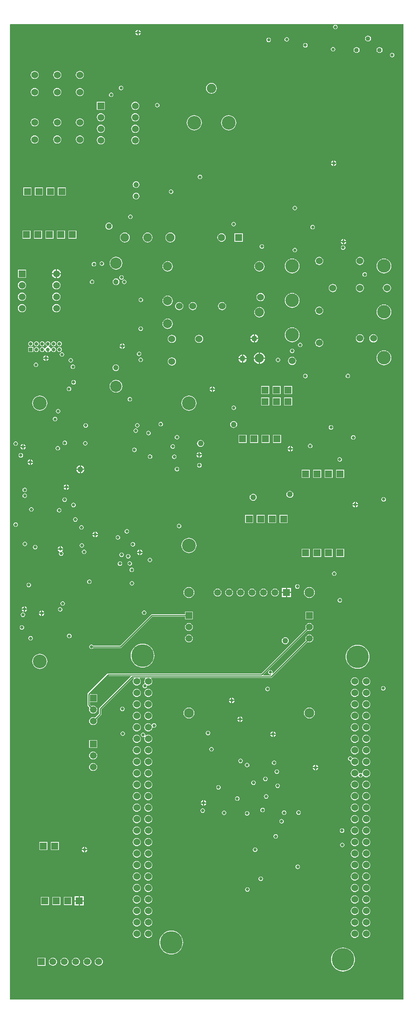
<source format=gbr>
G04 Layer_Physical_Order=2*
G04 Layer_Color=6736896*
%FSLAX26Y26*%
%MOIN*%
%TF.FileFunction,Copper,L2,Inr,Signal*%
%TF.Part,Single*%
G01*
G75*
%TA.AperFunction,Conductor*%
%ADD26C,0.010000*%
%TA.AperFunction,ComponentPad*%
%ADD29C,0.059055*%
%ADD30R,0.059055X0.059055*%
%ADD31R,0.059055X0.059055*%
%ADD32R,0.060000X0.060000*%
%TA.AperFunction,ViaPad*%
%ADD33C,0.085000*%
%ADD34C,0.120000*%
%ADD35C,0.196850*%
%TA.AperFunction,ComponentPad*%
%ADD36C,0.074803*%
%ADD37R,0.062992X0.062992*%
%ADD38C,0.062992*%
%TA.AperFunction,ViaPad*%
%ADD39C,0.060000*%
%TA.AperFunction,ComponentPad*%
%ADD40C,0.047244*%
%ADD41C,0.118110*%
%ADD42C,0.060000*%
%ADD43C,0.120000*%
%ADD44C,0.082000*%
%ADD45C,0.040000*%
%ADD46C,0.078740*%
%ADD47C,0.078740*%
%ADD48C,0.047000*%
%ADD49C,0.100000*%
%ADD50C,0.032500*%
%ADD51R,0.032500X0.032500*%
%TA.AperFunction,ViaPad*%
%ADD52C,0.027559*%
%ADD53C,0.050000*%
G36*
X3428933Y-2677481D02*
X-1066Y-2677481D01*
X-1066Y5821634D01*
X4245Y5822519D01*
X3428934Y5822520D01*
X3428933Y-2677481D01*
X3428933Y-2677481D02*
G37*
%LPC*%
G36*
X3105670Y130892D02*
X3096533Y129689D01*
X3088019Y126162D01*
X3080708Y120552D01*
X3075098Y113241D01*
X3071571Y104727D01*
X3070368Y95590D01*
X3071571Y86453D01*
X3075098Y77939D01*
X3080708Y70628D01*
X3088019Y65018D01*
X3096533Y61491D01*
X3105670Y60288D01*
X3114807Y61491D01*
X3123321Y65018D01*
X3130632Y70628D01*
X3136242Y77939D01*
X3139769Y86453D01*
X3140972Y95590D01*
X3139769Y104727D01*
X3136242Y113241D01*
X3130632Y120552D01*
X3123321Y126162D01*
X3114807Y129689D01*
X3105670Y130892D01*
X3105670Y130892D02*
G37*
G36*
X3005670Y130892D02*
X2996533Y129689D01*
X2988019Y126162D01*
X2980708Y120552D01*
X2975098Y113241D01*
X2971571Y104727D01*
X2970368Y95590D01*
X2971571Y86453D01*
X2975098Y77939D01*
X2980708Y70628D01*
X2988019Y65018D01*
X2996533Y61491D01*
X3005670Y60288D01*
X3014807Y61491D01*
X3023321Y65018D01*
X3030632Y70628D01*
X3036242Y77939D01*
X3039769Y86453D01*
X3040972Y95590D01*
X3039769Y104727D01*
X3036242Y113241D01*
X3030632Y120552D01*
X3023321Y126162D01*
X3014807Y129689D01*
X3005670Y130892D01*
X3005670Y130892D02*
G37*
G36*
X3254300Y54737D02*
X3246973Y53280D01*
X3240761Y49129D01*
X3236610Y42917D01*
X3235153Y35590D01*
X3236610Y28263D01*
X3240761Y22051D01*
X3246973Y17900D01*
X3254300Y16443D01*
X3261627Y17900D01*
X3267839Y22051D01*
X3271990Y28263D01*
X3273447Y35590D01*
X3271990Y42917D01*
X3267839Y49129D01*
X3261627Y53280D01*
X3254300Y54737D01*
X3254300Y54737D02*
G37*
G36*
X260000Y335315D02*
X247258Y334060D01*
X235005Y330343D01*
X223713Y324307D01*
X213816Y316184D01*
X205693Y306287D01*
X199657Y294995D01*
X195940Y282742D01*
X194685Y270000D01*
X195940Y257258D01*
X199657Y245005D01*
X205693Y233713D01*
X213816Y223816D01*
X223713Y215693D01*
X235005Y209657D01*
X247258Y205940D01*
X260000Y204685D01*
X272742Y205940D01*
X284995Y209657D01*
X296287Y215693D01*
X306184Y223816D01*
X314307Y233713D01*
X320343Y245005D01*
X324060Y257258D01*
X325315Y270000D01*
X324060Y282742D01*
X320343Y294995D01*
X314307Y306287D01*
X306184Y316184D01*
X296287Y324307D01*
X284995Y330343D01*
X272742Y334060D01*
X260000Y335315D01*
X260000Y335315D02*
G37*
G36*
X2400000Y480259D02*
X2392168Y479228D01*
X2384871Y476205D01*
X2378604Y471396D01*
X2373795Y465129D01*
X2370772Y457832D01*
X2369741Y450000D01*
X2370772Y442168D01*
X2373795Y434871D01*
X2378604Y428604D01*
X2384871Y423795D01*
X2392168Y420772D01*
X2400000Y419741D01*
X2407832Y420772D01*
X2415129Y423795D01*
X2421396Y428604D01*
X2426205Y434871D01*
X2429228Y442168D01*
X2430259Y450000D01*
X2429228Y457832D01*
X2426205Y465129D01*
X2421396Y471396D01*
X2415129Y476205D01*
X2407832Y479228D01*
X2400000Y480259D01*
X2400000Y480259D02*
G37*
G36*
X1155670Y424335D02*
X1139441Y423058D01*
X1123611Y419257D01*
X1108571Y413027D01*
X1094690Y404522D01*
X1082311Y393949D01*
X1071738Y381570D01*
X1063233Y367689D01*
X1057003Y352649D01*
X1053202Y336819D01*
X1051925Y320590D01*
X1053202Y304361D01*
X1057003Y288531D01*
X1063233Y273491D01*
X1071738Y259610D01*
X1082311Y247231D01*
X1094690Y236659D01*
X1108571Y228153D01*
X1123611Y221923D01*
X1139441Y218122D01*
X1155670Y216845D01*
X1171899Y218122D01*
X1187729Y221923D01*
X1202769Y228153D01*
X1216650Y236659D01*
X1229029Y247231D01*
X1239601Y259610D01*
X1248108Y273491D01*
X1254337Y288531D01*
X1258138Y304361D01*
X1259415Y320590D01*
X1258138Y336819D01*
X1254337Y352649D01*
X1248108Y367689D01*
X1239601Y381570D01*
X1229029Y393949D01*
X1216650Y404522D01*
X1202769Y413027D01*
X1187729Y419257D01*
X1171899Y423058D01*
X1155670Y424335D01*
X1155670Y424335D02*
G37*
G36*
X3030568Y413555D02*
X3014339Y412278D01*
X2998509Y408477D01*
X2983469Y402248D01*
X2969588Y393741D01*
X2957209Y383169D01*
X2946637Y370790D01*
X2938131Y356909D01*
X2931901Y341869D01*
X2928100Y326039D01*
X2926823Y309810D01*
X2928100Y293581D01*
X2931901Y277751D01*
X2938131Y262711D01*
X2946637Y248830D01*
X2957209Y236451D01*
X2969588Y225879D01*
X2983469Y217373D01*
X2998509Y211143D01*
X3014339Y207342D01*
X3030568Y206065D01*
X3046797Y207342D01*
X3062627Y211143D01*
X3077667Y217373D01*
X3091548Y225879D01*
X3103927Y236451D01*
X3114499Y248830D01*
X3123006Y262711D01*
X3129235Y277751D01*
X3133036Y293581D01*
X3134313Y309810D01*
X3133036Y326039D01*
X3129235Y341869D01*
X3123006Y356909D01*
X3114499Y370790D01*
X3103927Y383169D01*
X3091548Y393741D01*
X3077667Y402248D01*
X3062627Y408477D01*
X3046797Y412278D01*
X3030568Y413555D01*
X3030568Y413555D02*
G37*
G36*
X2245300Y48737D02*
X2237973Y47280D01*
X2231761Y43129D01*
X2227610Y36917D01*
X2226153Y29590D01*
X2227610Y22263D01*
X2231761Y16051D01*
X2237973Y11900D01*
X2245300Y10443D01*
X2252627Y11900D01*
X2258839Y16051D01*
X2262990Y22263D01*
X2264447Y29590D01*
X2262990Y36917D01*
X2258839Y43129D01*
X2252627Y47280D01*
X2245300Y48737D01*
X2245300Y48737D02*
G37*
G36*
X1937670Y-46159D02*
X1937670Y-64410D01*
X1955921Y-64410D01*
X1955070Y-60132D01*
X1949814Y-52266D01*
X1941948Y-47010D01*
X1937670Y-46159D01*
X1937670Y-46159D02*
G37*
G36*
X1927670Y-46159D02*
X1923392Y-47010D01*
X1915526Y-52266D01*
X1910270Y-60132D01*
X1909419Y-64410D01*
X1927670Y-64410D01*
X1927670Y-46159D01*
X1927670Y-46159D02*
G37*
G36*
X1955921Y-74410D02*
X1937670Y-74410D01*
X1937670Y-92661D01*
X1941948Y-91810D01*
X1949814Y-86554D01*
X1955070Y-78688D01*
X1955921Y-74410D01*
X1955921Y-74410D02*
G37*
G36*
X1105670Y30892D02*
X1096533Y29689D01*
X1088019Y26162D01*
X1080708Y20552D01*
X1075098Y13241D01*
X1071571Y4727D01*
X1070368Y-4410D01*
X1071571Y-13547D01*
X1075098Y-22061D01*
X1080708Y-29372D01*
X1088019Y-34982D01*
X1096533Y-38509D01*
X1105670Y-39712D01*
X1114807Y-38509D01*
X1123321Y-34982D01*
X1130632Y-29372D01*
X1136242Y-22061D01*
X1139769Y-13547D01*
X1140972Y-4410D01*
X1139769Y4727D01*
X1136242Y13241D01*
X1130632Y20552D01*
X1123321Y26162D01*
X1114807Y29689D01*
X1105670Y30892D01*
X1105670Y30892D02*
G37*
G36*
X3105670Y30892D02*
X3096533Y29689D01*
X3088019Y26162D01*
X3080708Y20552D01*
X3075098Y13241D01*
X3071571Y4727D01*
X3070368Y-4410D01*
X3071571Y-13547D01*
X3075098Y-22061D01*
X3080708Y-29372D01*
X3088019Y-34982D01*
X3096533Y-38509D01*
X3105670Y-39712D01*
X3114807Y-38509D01*
X3123321Y-34982D01*
X3130632Y-29372D01*
X3136242Y-22061D01*
X3139769Y-13547D01*
X3140972Y-4410D01*
X3139769Y4727D01*
X3136242Y13241D01*
X3130632Y20552D01*
X3123321Y26162D01*
X3114807Y29689D01*
X3105670Y30892D01*
X3105670Y30892D02*
G37*
G36*
X3005670Y30892D02*
X2996533Y29689D01*
X2988019Y26162D01*
X2980708Y20552D01*
X2975098Y13241D01*
X2971571Y4727D01*
X2970368Y-4410D01*
X2971571Y-13547D01*
X2975098Y-22061D01*
X2980708Y-29372D01*
X2988019Y-34982D01*
X2996533Y-38509D01*
X3005670Y-39712D01*
X3014807Y-38509D01*
X3023321Y-34982D01*
X3030632Y-29372D01*
X3036242Y-22061D01*
X3039769Y-13547D01*
X3040972Y-4410D01*
X3039769Y4727D01*
X3036242Y13241D01*
X3030632Y20552D01*
X3023321Y26162D01*
X3014807Y29689D01*
X3005670Y30892D01*
X3005670Y30892D02*
G37*
G36*
X1205670Y30892D02*
X1196533Y29689D01*
X1188019Y26162D01*
X1180708Y20552D01*
X1175098Y13241D01*
X1171571Y4727D01*
X1170368Y-4410D01*
X1171571Y-13547D01*
X1175098Y-22061D01*
X1180708Y-29372D01*
X1188019Y-34982D01*
X1196533Y-38509D01*
X1205670Y-39712D01*
X1214807Y-38509D01*
X1223321Y-34982D01*
X1230632Y-29372D01*
X1236242Y-22061D01*
X1239769Y-13547D01*
X1240972Y-4410D01*
X1239769Y4727D01*
X1236242Y13241D01*
X1230632Y20552D01*
X1223321Y26162D01*
X1214807Y29689D01*
X1205670Y30892D01*
X1205670Y30892D02*
G37*
G36*
X298921Y685590D02*
X280670Y685590D01*
X280670Y667339D01*
X284948Y668190D01*
X292814Y673446D01*
X298070Y681312D01*
X298921Y685590D01*
X298921Y685590D02*
G37*
G36*
X270670Y685590D02*
X252419Y685590D01*
X253270Y681312D01*
X258526Y673446D01*
X266392Y668190D01*
X270670Y667339D01*
X270670Y685590D01*
X270670Y685590D02*
G37*
G36*
X113244Y695099D02*
X105917Y693642D01*
X99705Y689491D01*
X95554Y683279D01*
X94097Y675952D01*
X95554Y668625D01*
X99705Y662413D01*
X105917Y658262D01*
X113244Y656805D01*
X120571Y658262D01*
X126783Y662413D01*
X130934Y668625D01*
X132391Y675952D01*
X130934Y683279D01*
X126783Y689491D01*
X120571Y693642D01*
X113244Y695099D01*
X113244Y695099D02*
G37*
G36*
X1169300Y713737D02*
X1161973Y712280D01*
X1155761Y708129D01*
X1151610Y701917D01*
X1150153Y694590D01*
X1151610Y687263D01*
X1155761Y681051D01*
X1161973Y676900D01*
X1169300Y675443D01*
X1176627Y676900D01*
X1182839Y681051D01*
X1186990Y687263D01*
X1188447Y694590D01*
X1186990Y701917D01*
X1182839Y708129D01*
X1176627Y712280D01*
X1169300Y713737D01*
X1169300Y713737D02*
G37*
G36*
X120670Y720590D02*
X102419Y720590D01*
X103270Y716312D01*
X108526Y708446D01*
X116392Y703190D01*
X120670Y702339D01*
X120670Y720590D01*
X120670Y720590D02*
G37*
G36*
X280670Y713841D02*
X280670Y695590D01*
X298921Y695590D01*
X298070Y699868D01*
X292814Y707734D01*
X284948Y712990D01*
X280670Y713841D01*
X280670Y713841D02*
G37*
G36*
X270670Y713841D02*
X266392Y712990D01*
X258526Y707734D01*
X253270Y699868D01*
X252419Y695590D01*
X270670Y695590D01*
X270670Y713841D01*
X270670Y713841D02*
G37*
G36*
X2644528Y704528D02*
X2575472Y704528D01*
X2575472Y635472D01*
X2644528Y635472D01*
X2644528Y704528D01*
X2644528Y704528D02*
G37*
G36*
X517300Y510737D02*
X509973Y509280D01*
X503761Y505129D01*
X499610Y498917D01*
X498153Y491590D01*
X499610Y484263D01*
X503761Y478051D01*
X509973Y473900D01*
X517300Y472443D01*
X524627Y473900D01*
X530839Y478051D01*
X534990Y484263D01*
X536447Y491590D01*
X534990Y498917D01*
X530839Y505129D01*
X524627Y509280D01*
X517300Y510737D01*
X517300Y510737D02*
G37*
G36*
X179300Y490737D02*
X171973Y489280D01*
X165761Y485129D01*
X161610Y478917D01*
X160153Y471590D01*
X161610Y464263D01*
X165761Y458051D01*
X171973Y453900D01*
X179300Y452443D01*
X186627Y453900D01*
X192839Y458051D01*
X196990Y464263D01*
X198447Y471590D01*
X196990Y478917D01*
X192839Y485129D01*
X186627Y489280D01*
X179300Y490737D01*
X179300Y490737D02*
G37*
G36*
X1560000Y504825D02*
X1550986Y503639D01*
X1542587Y500160D01*
X1535375Y494625D01*
X1529840Y487413D01*
X1526361Y479014D01*
X1525175Y470000D01*
X1526361Y460986D01*
X1529840Y452587D01*
X1535375Y445375D01*
X1542587Y439840D01*
X1550986Y436361D01*
X1560000Y435175D01*
X1569014Y436361D01*
X1577413Y439840D01*
X1584625Y445375D01*
X1590160Y452587D01*
X1593639Y460986D01*
X1594825Y470000D01*
X1593639Y479014D01*
X1590160Y487413D01*
X1584625Y494625D01*
X1577413Y500160D01*
X1569014Y503639D01*
X1560000Y504825D01*
X1560000Y504825D02*
G37*
G36*
X1560000Y604825D02*
X1550986Y603639D01*
X1542587Y600160D01*
X1535375Y594625D01*
X1529840Y587413D01*
X1526361Y579014D01*
X1525175Y570000D01*
X1526361Y560986D01*
X1529840Y552587D01*
X1535375Y545375D01*
X1542587Y539840D01*
X1550986Y536361D01*
X1560000Y535175D01*
X1569014Y536361D01*
X1577413Y539840D01*
X1584625Y545375D01*
X1590160Y552587D01*
X1593639Y560986D01*
X1594825Y570000D01*
X1593639Y579014D01*
X1590160Y587413D01*
X1584625Y594625D01*
X1577413Y600160D01*
X1569014Y603639D01*
X1560000Y604825D01*
X1560000Y604825D02*
G37*
G36*
X1594527Y704528D02*
X1525473Y704528D01*
X1525473Y680196D01*
X1235710Y680196D01*
X1231808Y679420D01*
X1228500Y677210D01*
X959077Y407786D01*
X725073Y407786D01*
X722839Y411129D01*
X716627Y415280D01*
X709300Y416737D01*
X701973Y415280D01*
X695761Y411129D01*
X691610Y404917D01*
X690153Y397590D01*
X691610Y390263D01*
X695761Y384051D01*
X701973Y379900D01*
X709300Y378443D01*
X716627Y379900D01*
X722839Y384051D01*
X725073Y387394D01*
X963300Y387394D01*
X967202Y388170D01*
X970510Y390380D01*
X1239933Y659804D01*
X1525473Y659804D01*
X1525473Y635472D01*
X1594527Y635472D01*
X1594527Y704528D01*
X1594527Y704528D02*
G37*
G36*
X104300Y584737D02*
X96973Y583280D01*
X90761Y579129D01*
X86610Y572917D01*
X85153Y565590D01*
X86610Y558263D01*
X90761Y552051D01*
X96973Y547900D01*
X104300Y546443D01*
X111627Y547900D01*
X117839Y552051D01*
X121990Y558263D01*
X123447Y565590D01*
X121990Y572917D01*
X117839Y579129D01*
X111627Y583280D01*
X104300Y584737D01*
X104300Y584737D02*
G37*
G36*
X2610000Y604825D02*
X2600986Y603639D01*
X2592587Y600160D01*
X2585375Y594625D01*
X2579840Y587413D01*
X2576361Y579014D01*
X2575175Y570000D01*
X2576361Y560986D01*
X2579351Y553770D01*
X2190367Y164786D01*
X855300Y164786D01*
X851398Y164010D01*
X848090Y161800D01*
X678090Y-8200D01*
X675880Y-11508D01*
X675104Y-15410D01*
X675104Y-110300D01*
X675880Y-114202D01*
X678090Y-117510D01*
X694351Y-133770D01*
X691361Y-140987D01*
X690175Y-150000D01*
X691361Y-159013D01*
X694840Y-167413D01*
X700375Y-174625D01*
X707587Y-180160D01*
X715986Y-183639D01*
X725000Y-184825D01*
X734014Y-183639D01*
X742413Y-180160D01*
X749625Y-174625D01*
X755160Y-167413D01*
X758639Y-159013D01*
X759825Y-150000D01*
X758639Y-140987D01*
X755160Y-132587D01*
X749625Y-125375D01*
X742413Y-119840D01*
X734014Y-116361D01*
X725000Y-115175D01*
X715986Y-116361D01*
X708770Y-119350D01*
X695496Y-106077D01*
X695496Y-84528D01*
X759528Y-84528D01*
X759528Y-15473D01*
X706190Y-15473D01*
X704276Y-10853D01*
X859523Y144394D01*
X1052614Y144394D01*
X1054685Y139394D01*
X779090Y-136200D01*
X776880Y-139508D01*
X776104Y-143410D01*
X776104Y-184477D01*
X741230Y-219351D01*
X734014Y-216361D01*
X725000Y-215175D01*
X715986Y-216361D01*
X707587Y-219840D01*
X700375Y-225375D01*
X694840Y-232587D01*
X691361Y-240987D01*
X690175Y-250000D01*
X691361Y-259014D01*
X694840Y-267413D01*
X700375Y-274625D01*
X707587Y-280160D01*
X715986Y-283639D01*
X725000Y-284825D01*
X734014Y-283639D01*
X742413Y-280160D01*
X749625Y-274625D01*
X755160Y-267413D01*
X758639Y-259014D01*
X759825Y-250000D01*
X758639Y-240987D01*
X755649Y-233770D01*
X793510Y-195910D01*
X795720Y-192602D01*
X796496Y-188700D01*
X796496Y-147633D01*
X1069523Y125394D01*
X1079240Y125394D01*
X1080321Y122211D01*
X1080586Y120394D01*
X1075098Y113241D01*
X1071571Y104727D01*
X1070368Y95590D01*
X1071571Y86453D01*
X1075098Y77939D01*
X1080708Y70628D01*
X1088019Y65018D01*
X1096533Y61491D01*
X1105670Y60288D01*
X1114807Y61491D01*
X1123321Y65018D01*
X1130632Y70628D01*
X1136242Y77939D01*
X1139769Y86453D01*
X1140972Y95590D01*
X1139769Y104727D01*
X1136242Y113241D01*
X1130754Y120394D01*
X1131020Y122211D01*
X1132100Y125394D01*
X1179240Y125394D01*
X1180321Y122211D01*
X1180586Y120394D01*
X1175098Y113241D01*
X1171571Y104727D01*
X1170368Y95590D01*
X1171571Y86453D01*
X1174399Y79627D01*
X1172722Y75139D01*
X1171788Y74039D01*
X1167973Y73280D01*
X1161761Y69129D01*
X1157610Y62917D01*
X1156153Y55590D01*
X1157610Y48263D01*
X1161761Y42051D01*
X1167973Y37900D01*
X1175300Y36443D01*
X1182627Y37900D01*
X1188839Y42051D01*
X1192990Y48263D01*
X1194447Y55590D01*
X1194154Y57064D01*
X1194753Y58178D01*
X1198421Y61242D01*
X1205670Y60288D01*
X1214807Y61491D01*
X1223321Y65018D01*
X1230632Y70628D01*
X1236242Y77939D01*
X1239769Y86453D01*
X1240972Y95590D01*
X1239769Y104727D01*
X1236242Y113241D01*
X1230754Y120394D01*
X1231020Y122211D01*
X1232100Y125394D01*
X2275590Y125394D01*
X2279492Y126170D01*
X2282800Y128380D01*
X2593770Y439351D01*
X2600986Y436361D01*
X2610000Y435175D01*
X2619014Y436361D01*
X2627413Y439840D01*
X2634625Y445375D01*
X2640160Y452587D01*
X2643639Y460986D01*
X2644825Y470000D01*
X2643639Y479014D01*
X2640160Y487413D01*
X2634625Y494625D01*
X2627413Y500160D01*
X2619014Y503639D01*
X2610000Y504825D01*
X2600986Y503639D01*
X2592587Y500160D01*
X2585375Y494625D01*
X2579840Y487413D01*
X2576361Y479014D01*
X2575175Y470000D01*
X2576361Y460986D01*
X2579351Y453770D01*
X2291749Y166168D01*
X2287259Y168222D01*
X2287044Y168534D01*
X2288447Y175590D01*
X2286990Y182917D01*
X2282839Y189129D01*
X2276627Y193280D01*
X2269300Y194737D01*
X2261973Y193280D01*
X2255761Y189129D01*
X2251610Y182917D01*
X2250153Y175590D01*
X2251610Y168263D01*
X2255761Y162051D01*
X2261973Y157900D01*
X2269300Y156443D01*
X2276356Y157846D01*
X2276668Y157631D01*
X2278722Y153141D01*
X2271367Y145786D01*
X2207276Y145786D01*
X2205205Y150786D01*
X2593770Y539351D01*
X2600986Y536361D01*
X2610000Y535175D01*
X2619014Y536361D01*
X2627413Y539840D01*
X2634625Y545375D01*
X2640160Y552587D01*
X2643639Y560986D01*
X2644825Y570000D01*
X2643639Y579014D01*
X2640160Y587413D01*
X2634625Y594625D01*
X2627413Y600160D01*
X2619014Y603639D01*
X2610000Y604825D01*
X2610000Y604825D02*
G37*
G36*
X1927670Y-74410D02*
X1909419Y-74410D01*
X1910270Y-78688D01*
X1915526Y-86554D01*
X1923392Y-91810D01*
X1927670Y-92661D01*
X1927670Y-74410D01*
X1927670Y-74410D02*
G37*
G36*
X2298300Y-341159D02*
X2298300Y-359410D01*
X2316551Y-359410D01*
X2315700Y-355132D01*
X2310444Y-347266D01*
X2302578Y-342010D01*
X2298300Y-341159D01*
X2298300Y-341159D02*
G37*
G36*
X2288300Y-341159D02*
X2284022Y-342010D01*
X2276156Y-347266D01*
X2270900Y-355132D01*
X2270049Y-359410D01*
X2288300Y-359410D01*
X2288300Y-341159D01*
X2288300Y-341159D02*
G37*
G36*
X1726300Y-335263D02*
X1718973Y-336720D01*
X1712761Y-340871D01*
X1708610Y-347083D01*
X1707153Y-354410D01*
X1708610Y-361737D01*
X1712761Y-367949D01*
X1718973Y-372100D01*
X1726300Y-373557D01*
X1733627Y-372100D01*
X1739839Y-367949D01*
X1743990Y-361737D01*
X1745447Y-354410D01*
X1743990Y-347083D01*
X1739839Y-340871D01*
X1733627Y-336720D01*
X1726300Y-335263D01*
X1726300Y-335263D02*
G37*
G36*
X1105670Y-269108D02*
X1096533Y-270311D01*
X1088019Y-273838D01*
X1080708Y-279448D01*
X1075098Y-286759D01*
X1071571Y-295273D01*
X1070368Y-304410D01*
X1071571Y-313547D01*
X1075098Y-322061D01*
X1080708Y-329372D01*
X1088019Y-334982D01*
X1096533Y-338509D01*
X1105670Y-339712D01*
X1114807Y-338509D01*
X1123321Y-334982D01*
X1130632Y-329372D01*
X1136242Y-322061D01*
X1139769Y-313547D01*
X1140972Y-304410D01*
X1139769Y-295273D01*
X1136242Y-286759D01*
X1130632Y-279448D01*
X1123321Y-273838D01*
X1114807Y-270311D01*
X1105670Y-269108D01*
X1105670Y-269108D02*
G37*
G36*
X1205670Y-269108D02*
X1196533Y-270311D01*
X1188019Y-273838D01*
X1180708Y-279448D01*
X1175098Y-286759D01*
X1171571Y-295273D01*
X1170368Y-304410D01*
X1171571Y-313547D01*
X1175098Y-322061D01*
X1180708Y-329372D01*
X1188019Y-334982D01*
X1196533Y-338509D01*
X1205670Y-339712D01*
X1214807Y-338509D01*
X1223321Y-334982D01*
X1230632Y-329372D01*
X1236242Y-322061D01*
X1239769Y-313547D01*
X1240687Y-306577D01*
X1245203Y-304072D01*
X1245859Y-304019D01*
X1248973Y-306100D01*
X1256300Y-307557D01*
X1263627Y-306100D01*
X1269839Y-301949D01*
X1273990Y-295737D01*
X1275447Y-288410D01*
X1273990Y-281083D01*
X1269839Y-274871D01*
X1263627Y-270720D01*
X1256300Y-269263D01*
X1248973Y-270720D01*
X1242761Y-274871D01*
X1238610Y-281083D01*
X1238523Y-281518D01*
X1233178Y-282765D01*
X1230632Y-279448D01*
X1223321Y-273838D01*
X1214807Y-270311D01*
X1205670Y-269108D01*
X1205670Y-269108D02*
G37*
G36*
X3105670Y-269108D02*
X3096533Y-270311D01*
X3088019Y-273838D01*
X3080708Y-279448D01*
X3075098Y-286759D01*
X3071571Y-295273D01*
X3070368Y-304410D01*
X3071571Y-313547D01*
X3075098Y-322061D01*
X3080708Y-329372D01*
X3088019Y-334982D01*
X3096533Y-338509D01*
X3105670Y-339712D01*
X3114807Y-338509D01*
X3123321Y-334982D01*
X3130632Y-329372D01*
X3136242Y-322061D01*
X3139769Y-313547D01*
X3140972Y-304410D01*
X3139769Y-295273D01*
X3136242Y-286759D01*
X3130632Y-279448D01*
X3123321Y-273838D01*
X3114807Y-270311D01*
X3105670Y-269108D01*
X3105670Y-269108D02*
G37*
G36*
X3005670Y-269108D02*
X2996533Y-270311D01*
X2988019Y-273838D01*
X2980708Y-279448D01*
X2975098Y-286759D01*
X2971571Y-295273D01*
X2970368Y-304410D01*
X2971571Y-313547D01*
X2975098Y-322061D01*
X2980708Y-329372D01*
X2988019Y-334982D01*
X2996533Y-338509D01*
X3005670Y-339712D01*
X3014807Y-338509D01*
X3023321Y-334982D01*
X3030632Y-329372D01*
X3036242Y-322061D01*
X3039769Y-313547D01*
X3040972Y-304410D01*
X3039769Y-295273D01*
X3036242Y-286759D01*
X3030632Y-279448D01*
X3023321Y-273838D01*
X3014807Y-270311D01*
X3005670Y-269108D01*
X3005670Y-269108D02*
G37*
G36*
X983300Y-340609D02*
X975973Y-342066D01*
X969761Y-346217D01*
X965610Y-352429D01*
X964153Y-359756D01*
X965610Y-367083D01*
X969761Y-373295D01*
X975973Y-377446D01*
X983300Y-378903D01*
X990627Y-377446D01*
X996839Y-373295D01*
X1000990Y-367083D01*
X1002447Y-359756D01*
X1000990Y-352429D01*
X996839Y-346217D01*
X990627Y-342066D01*
X983300Y-340609D01*
X983300Y-340609D02*
G37*
G36*
X1160300Y-350263D02*
X1152973Y-351720D01*
X1146761Y-355871D01*
X1142610Y-362083D01*
X1141153Y-369410D01*
X1142610Y-376737D01*
X1146761Y-382949D01*
X1152973Y-387100D01*
X1160300Y-388557D01*
X1167627Y-387100D01*
X1170278Y-385329D01*
X1174317Y-388644D01*
X1171571Y-395273D01*
X1170368Y-404410D01*
X1171571Y-413547D01*
X1175098Y-422061D01*
X1180708Y-429372D01*
X1188019Y-434982D01*
X1196533Y-438509D01*
X1205670Y-439712D01*
X1214807Y-438509D01*
X1223321Y-434982D01*
X1230632Y-429372D01*
X1236242Y-422061D01*
X1239769Y-413547D01*
X1240972Y-404410D01*
X1239769Y-395273D01*
X1236242Y-386759D01*
X1230632Y-379448D01*
X1223321Y-373838D01*
X1214807Y-370311D01*
X1205670Y-369108D01*
X1196533Y-370311D01*
X1188019Y-373838D01*
X1182815Y-377831D01*
X1178344Y-374959D01*
X1179447Y-369410D01*
X1177990Y-362083D01*
X1173839Y-355871D01*
X1167627Y-351720D01*
X1160300Y-350263D01*
X1160300Y-350263D02*
G37*
G36*
X1105670Y-369108D02*
X1096533Y-370311D01*
X1088019Y-373838D01*
X1080708Y-379448D01*
X1075098Y-386759D01*
X1071571Y-395273D01*
X1070368Y-404410D01*
X1071571Y-413547D01*
X1075098Y-422061D01*
X1080708Y-429372D01*
X1088019Y-434982D01*
X1096533Y-438509D01*
X1105670Y-439712D01*
X1114807Y-438509D01*
X1123321Y-434982D01*
X1130632Y-429372D01*
X1136242Y-422061D01*
X1139769Y-413547D01*
X1140972Y-404410D01*
X1139769Y-395273D01*
X1136242Y-386759D01*
X1130632Y-379448D01*
X1123321Y-373838D01*
X1114807Y-370311D01*
X1105670Y-369108D01*
X1105670Y-369108D02*
G37*
G36*
X759528Y-415473D02*
X690472Y-415473D01*
X690472Y-484527D01*
X759528Y-484527D01*
X759528Y-415473D01*
X759528Y-415473D02*
G37*
G36*
X3005670Y-369108D02*
X2996533Y-370311D01*
X2988019Y-373838D01*
X2980708Y-379448D01*
X2975098Y-386759D01*
X2971571Y-395273D01*
X2970368Y-404410D01*
X2971571Y-413547D01*
X2975098Y-422061D01*
X2980708Y-429372D01*
X2988019Y-434982D01*
X2996533Y-438509D01*
X3005670Y-439712D01*
X3014807Y-438509D01*
X3023321Y-434982D01*
X3030632Y-429372D01*
X3036242Y-422061D01*
X3039769Y-413547D01*
X3040972Y-404410D01*
X3039769Y-395273D01*
X3036242Y-386759D01*
X3030632Y-379448D01*
X3023321Y-373838D01*
X3014807Y-370311D01*
X3005670Y-369108D01*
X3005670Y-369108D02*
G37*
G36*
X2316551Y-369410D02*
X2298300Y-369410D01*
X2298300Y-387661D01*
X2302578Y-386810D01*
X2310444Y-381554D01*
X2315700Y-373688D01*
X2316551Y-369410D01*
X2316551Y-369410D02*
G37*
G36*
X2288300Y-369410D02*
X2270049Y-369410D01*
X2270900Y-373688D01*
X2276156Y-381554D01*
X2284022Y-386810D01*
X2288300Y-387661D01*
X2288300Y-369410D01*
X2288300Y-369410D02*
G37*
G36*
X3105670Y-369108D02*
X3096533Y-370311D01*
X3088019Y-373838D01*
X3080708Y-379448D01*
X3075098Y-386759D01*
X3071571Y-395273D01*
X3070368Y-404410D01*
X3071571Y-413547D01*
X3075098Y-422061D01*
X3080708Y-429372D01*
X3088019Y-434982D01*
X3096533Y-438509D01*
X3105670Y-439712D01*
X3114807Y-438509D01*
X3123321Y-434982D01*
X3130632Y-429372D01*
X3136242Y-422061D01*
X3139769Y-413547D01*
X3140972Y-404410D01*
X3139769Y-395273D01*
X3136242Y-386759D01*
X3130632Y-379448D01*
X3123321Y-373838D01*
X3114807Y-370311D01*
X3105670Y-369108D01*
X3105670Y-369108D02*
G37*
G36*
X980300Y-125263D02*
X972973Y-126720D01*
X966761Y-130871D01*
X962610Y-137083D01*
X961153Y-144410D01*
X962610Y-151737D01*
X966761Y-157949D01*
X972973Y-162100D01*
X980300Y-163557D01*
X987627Y-162100D01*
X993839Y-157949D01*
X997990Y-151737D01*
X999447Y-144410D01*
X997990Y-137083D01*
X993839Y-130871D01*
X987627Y-126720D01*
X980300Y-125263D01*
X980300Y-125263D02*
G37*
G36*
X2610000Y-132090D02*
X2597600Y-133723D01*
X2586045Y-138509D01*
X2576123Y-146123D01*
X2568509Y-156045D01*
X2563723Y-167600D01*
X2562090Y-180000D01*
X2563723Y-192400D01*
X2568509Y-203955D01*
X2576123Y-213877D01*
X2586045Y-221491D01*
X2597600Y-226277D01*
X2610000Y-227910D01*
X2622400Y-226277D01*
X2633955Y-221491D01*
X2643877Y-213877D01*
X2651491Y-203955D01*
X2656277Y-192400D01*
X2657910Y-180000D01*
X2656277Y-167600D01*
X2651491Y-156045D01*
X2643877Y-146123D01*
X2633955Y-138509D01*
X2622400Y-133723D01*
X2610000Y-132090D01*
X2610000Y-132090D02*
G37*
G36*
X1560000Y-132090D02*
X1547600Y-133723D01*
X1536045Y-138509D01*
X1526123Y-146123D01*
X1518509Y-156045D01*
X1513723Y-167600D01*
X1512090Y-180000D01*
X1513723Y-192400D01*
X1518509Y-203955D01*
X1526123Y-213877D01*
X1536045Y-221491D01*
X1547600Y-226277D01*
X1560000Y-227910D01*
X1572400Y-226277D01*
X1583955Y-221491D01*
X1593877Y-213877D01*
X1601491Y-203955D01*
X1606277Y-192400D01*
X1607910Y-180000D01*
X1606277Y-167600D01*
X1601491Y-156045D01*
X1593877Y-146123D01*
X1583955Y-138509D01*
X1572400Y-133723D01*
X1560000Y-132090D01*
X1560000Y-132090D02*
G37*
G36*
X1105670Y-69108D02*
X1096533Y-70311D01*
X1088019Y-73838D01*
X1080708Y-79448D01*
X1075098Y-86759D01*
X1071571Y-95273D01*
X1070368Y-104410D01*
X1071571Y-113547D01*
X1075098Y-122061D01*
X1080708Y-129372D01*
X1088019Y-134982D01*
X1096533Y-138509D01*
X1105670Y-139712D01*
X1114807Y-138509D01*
X1123321Y-134982D01*
X1130632Y-129372D01*
X1136242Y-122061D01*
X1139769Y-113547D01*
X1140972Y-104410D01*
X1139769Y-95273D01*
X1136242Y-86759D01*
X1130632Y-79448D01*
X1123321Y-73838D01*
X1114807Y-70311D01*
X1105670Y-69108D01*
X1105670Y-69108D02*
G37*
G36*
X3105670Y-69108D02*
X3096533Y-70311D01*
X3088019Y-73838D01*
X3080708Y-79448D01*
X3075098Y-86759D01*
X3071571Y-95273D01*
X3070368Y-104410D01*
X3071571Y-113547D01*
X3075098Y-122061D01*
X3080708Y-129372D01*
X3088019Y-134982D01*
X3096533Y-138509D01*
X3105670Y-139712D01*
X3114807Y-138509D01*
X3123321Y-134982D01*
X3130632Y-129372D01*
X3136242Y-122061D01*
X3139769Y-113547D01*
X3140972Y-104410D01*
X3139769Y-95273D01*
X3136242Y-86759D01*
X3130632Y-79448D01*
X3123321Y-73838D01*
X3114807Y-70311D01*
X3105670Y-69108D01*
X3105670Y-69108D02*
G37*
G36*
X3005670Y-69108D02*
X2996533Y-70311D01*
X2988019Y-73838D01*
X2980708Y-79448D01*
X2975098Y-86759D01*
X2971571Y-95273D01*
X2970368Y-104410D01*
X2971571Y-113547D01*
X2975098Y-122061D01*
X2980708Y-129372D01*
X2988019Y-134982D01*
X2996533Y-138509D01*
X3005670Y-139712D01*
X3014807Y-138509D01*
X3023321Y-134982D01*
X3030632Y-129372D01*
X3036242Y-122061D01*
X3039769Y-113547D01*
X3040972Y-104410D01*
X3039769Y-95273D01*
X3036242Y-86759D01*
X3030632Y-79448D01*
X3023321Y-73838D01*
X3014807Y-70311D01*
X3005670Y-69108D01*
X3005670Y-69108D02*
G37*
G36*
X1205670Y-69108D02*
X1196533Y-70311D01*
X1188019Y-73838D01*
X1180708Y-79448D01*
X1175098Y-86759D01*
X1171571Y-95273D01*
X1170368Y-104410D01*
X1171571Y-113547D01*
X1175098Y-122061D01*
X1180708Y-129372D01*
X1188019Y-134982D01*
X1196533Y-138509D01*
X1205670Y-139712D01*
X1214807Y-138509D01*
X1223321Y-134982D01*
X1230632Y-129372D01*
X1236242Y-122061D01*
X1239769Y-113547D01*
X1240972Y-104410D01*
X1239769Y-95273D01*
X1236242Y-86759D01*
X1230632Y-79448D01*
X1223321Y-73838D01*
X1214807Y-70311D01*
X1205670Y-69108D01*
X1205670Y-69108D02*
G37*
G36*
X2010670Y-211159D02*
X2010670Y-229410D01*
X2028921Y-229410D01*
X2028070Y-225132D01*
X2022814Y-217266D01*
X2014948Y-212010D01*
X2010670Y-211159D01*
X2010670Y-211159D02*
G37*
G36*
X1105670Y-169108D02*
X1096533Y-170311D01*
X1088019Y-173838D01*
X1080708Y-179448D01*
X1075098Y-186759D01*
X1071571Y-195273D01*
X1070368Y-204410D01*
X1071571Y-213547D01*
X1075098Y-222061D01*
X1080708Y-229372D01*
X1088019Y-234982D01*
X1096533Y-238509D01*
X1105670Y-239712D01*
X1114807Y-238509D01*
X1123321Y-234982D01*
X1130632Y-229372D01*
X1136242Y-222061D01*
X1139769Y-213547D01*
X1140972Y-204410D01*
X1139769Y-195273D01*
X1136242Y-186759D01*
X1130632Y-179448D01*
X1123321Y-173838D01*
X1114807Y-170311D01*
X1105670Y-169108D01*
X1105670Y-169108D02*
G37*
G36*
X2028921Y-239410D02*
X2010670Y-239410D01*
X2010670Y-257661D01*
X2014948Y-256810D01*
X2022814Y-251554D01*
X2028070Y-243688D01*
X2028921Y-239410D01*
X2028921Y-239410D02*
G37*
G36*
X2000670Y-239410D02*
X1982419Y-239410D01*
X1983270Y-243688D01*
X1988526Y-251554D01*
X1996392Y-256810D01*
X2000670Y-257661D01*
X2000670Y-239410D01*
X2000670Y-239410D02*
G37*
G36*
X1205670Y-169108D02*
X1196533Y-170311D01*
X1188019Y-173838D01*
X1180708Y-179448D01*
X1175098Y-186759D01*
X1171571Y-195273D01*
X1170368Y-204410D01*
X1171571Y-213547D01*
X1175098Y-222061D01*
X1180708Y-229372D01*
X1188019Y-234982D01*
X1196533Y-238509D01*
X1205670Y-239712D01*
X1214807Y-238509D01*
X1223321Y-234982D01*
X1230632Y-229372D01*
X1236242Y-222061D01*
X1239769Y-213547D01*
X1240972Y-204410D01*
X1239769Y-195273D01*
X1236242Y-186759D01*
X1230632Y-179448D01*
X1223321Y-173838D01*
X1214807Y-170311D01*
X1205670Y-169108D01*
X1205670Y-169108D02*
G37*
G36*
X2000670Y-211159D02*
X1996392Y-212010D01*
X1988526Y-217266D01*
X1983270Y-225132D01*
X1982419Y-229410D01*
X2000670Y-229410D01*
X2000670Y-211159D01*
X2000670Y-211159D02*
G37*
G36*
X3105670Y-169108D02*
X3096533Y-170311D01*
X3088019Y-173838D01*
X3080708Y-179448D01*
X3075098Y-186759D01*
X3071571Y-195273D01*
X3070368Y-204410D01*
X3071571Y-213547D01*
X3075098Y-222061D01*
X3080708Y-229372D01*
X3088019Y-234982D01*
X3096533Y-238509D01*
X3105670Y-239712D01*
X3114807Y-238509D01*
X3123321Y-234982D01*
X3130632Y-229372D01*
X3136242Y-222061D01*
X3139769Y-213547D01*
X3140972Y-204410D01*
X3139769Y-195273D01*
X3136242Y-186759D01*
X3130632Y-179448D01*
X3123321Y-173838D01*
X3114807Y-170311D01*
X3105670Y-169108D01*
X3105670Y-169108D02*
G37*
G36*
X3005670Y-169108D02*
X2996533Y-170311D01*
X2988019Y-173838D01*
X2980708Y-179448D01*
X2975098Y-186759D01*
X2971571Y-195273D01*
X2970368Y-204410D01*
X2971571Y-213547D01*
X2975098Y-222061D01*
X2980708Y-229372D01*
X2988019Y-234982D01*
X2996533Y-238509D01*
X3005670Y-239712D01*
X3014807Y-238509D01*
X3023321Y-234982D01*
X3030632Y-229372D01*
X3036242Y-222061D01*
X3039769Y-213547D01*
X3040972Y-204410D01*
X3039769Y-195273D01*
X3036242Y-186759D01*
X3030632Y-179448D01*
X3023321Y-173838D01*
X3014807Y-170311D01*
X3005670Y-169108D01*
X3005670Y-169108D02*
G37*
G36*
X148921Y720590D02*
X130670Y720590D01*
X130670Y702339D01*
X134948Y703190D01*
X142814Y708446D01*
X148070Y716312D01*
X148921Y720590D01*
X148921Y720590D02*
G37*
G36*
X443670Y1272841D02*
X443670Y1254590D01*
X461921Y1254590D01*
X461070Y1258868D01*
X455814Y1266734D01*
X447948Y1271990D01*
X443670Y1272841D01*
X443670Y1272841D02*
G37*
G36*
X433670Y1272841D02*
X429392Y1271990D01*
X421526Y1266734D01*
X416270Y1258868D01*
X415419Y1254590D01*
X433670Y1254590D01*
X433670Y1272841D01*
X433670Y1272841D02*
G37*
G36*
X219300Y1284485D02*
X211973Y1283028D01*
X205761Y1278877D01*
X201610Y1272665D01*
X200153Y1265338D01*
X201610Y1258011D01*
X205761Y1251799D01*
X211973Y1247648D01*
X219300Y1246191D01*
X226627Y1247648D01*
X232839Y1251799D01*
X236990Y1258011D01*
X238447Y1265338D01*
X236990Y1272665D01*
X232839Y1278877D01*
X226627Y1283028D01*
X219300Y1284485D01*
X219300Y1284485D02*
G37*
G36*
X626670Y1298737D02*
X619343Y1297280D01*
X613131Y1293129D01*
X608980Y1286917D01*
X607523Y1279590D01*
X608980Y1272263D01*
X613131Y1266051D01*
X619343Y1261900D01*
X626670Y1260443D01*
X633997Y1261900D01*
X640209Y1266051D01*
X644360Y1272263D01*
X645817Y1279590D01*
X644360Y1286917D01*
X640209Y1293129D01*
X633997Y1297280D01*
X626670Y1298737D01*
X626670Y1298737D02*
G37*
G36*
X940670Y1368737D02*
X933343Y1367280D01*
X927131Y1363129D01*
X922980Y1356917D01*
X921523Y1349590D01*
X922980Y1342263D01*
X927131Y1336051D01*
X933343Y1331900D01*
X940670Y1330443D01*
X947997Y1331900D01*
X954209Y1336051D01*
X958360Y1342263D01*
X959817Y1349590D01*
X958360Y1356917D01*
X954209Y1363129D01*
X947997Y1367280D01*
X940670Y1368737D01*
X940670Y1368737D02*
G37*
G36*
X129670Y1312737D02*
X122343Y1311280D01*
X116131Y1307129D01*
X111980Y1300917D01*
X110523Y1293590D01*
X111980Y1286263D01*
X116131Y1280051D01*
X122343Y1275900D01*
X129670Y1274443D01*
X136997Y1275900D01*
X143209Y1280051D01*
X147360Y1286263D01*
X148817Y1293590D01*
X147360Y1300917D01*
X143209Y1307129D01*
X136997Y1311280D01*
X129670Y1312737D01*
X129670Y1312737D02*
G37*
G36*
X1071300Y1309737D02*
X1063973Y1308280D01*
X1057761Y1304129D01*
X1053610Y1297917D01*
X1052153Y1290590D01*
X1053610Y1283263D01*
X1057761Y1277051D01*
X1063973Y1272900D01*
X1071300Y1271443D01*
X1078627Y1272900D01*
X1084839Y1277051D01*
X1088990Y1283263D01*
X1090447Y1290590D01*
X1088990Y1297917D01*
X1084839Y1304129D01*
X1078627Y1308280D01*
X1071300Y1309737D01*
X1071300Y1309737D02*
G37*
G36*
X1136670Y1242841D02*
X1136670Y1224590D01*
X1154921Y1224590D01*
X1154070Y1228868D01*
X1148814Y1236734D01*
X1140948Y1241990D01*
X1136670Y1242841D01*
X1136670Y1242841D02*
G37*
G36*
X1126670Y1214590D02*
X1108419Y1214590D01*
X1109270Y1210312D01*
X1114526Y1202446D01*
X1122392Y1197190D01*
X1126670Y1196339D01*
X1126670Y1214590D01*
X1126670Y1214590D02*
G37*
G36*
X461921Y1244590D02*
X415419Y1244590D01*
X416270Y1240312D01*
X421526Y1232446D01*
X429392Y1227190D01*
X431417Y1226787D01*
X432344Y1221505D01*
X428610Y1215917D01*
X427153Y1208590D01*
X428610Y1201263D01*
X432761Y1195051D01*
X438973Y1190900D01*
X446300Y1189443D01*
X453627Y1190900D01*
X459839Y1195051D01*
X463990Y1201263D01*
X465447Y1208590D01*
X463990Y1215917D01*
X459839Y1222129D01*
X454607Y1225626D01*
X453633Y1230989D01*
X455814Y1232446D01*
X461070Y1240312D01*
X461921Y1244590D01*
X461921Y1244590D02*
G37*
G36*
X2912812Y1250322D02*
X2842812Y1250322D01*
X2842812Y1180322D01*
X2912812Y1180322D01*
X2912812Y1250322D01*
X2912812Y1250322D02*
G37*
G36*
X1154921Y1214590D02*
X1136670Y1214590D01*
X1136670Y1196339D01*
X1140948Y1197190D01*
X1148814Y1202446D01*
X1154070Y1210312D01*
X1154921Y1214590D01*
X1154921Y1214590D02*
G37*
G36*
X1126670Y1242841D02*
X1122392Y1241990D01*
X1114526Y1236734D01*
X1109270Y1228868D01*
X1108419Y1224590D01*
X1126670Y1224590D01*
X1126670Y1242841D01*
X1126670Y1242841D02*
G37*
G36*
X1560000Y1345314D02*
X1547258Y1344060D01*
X1535005Y1340343D01*
X1523713Y1334307D01*
X1513816Y1326184D01*
X1505693Y1316287D01*
X1499657Y1304995D01*
X1495940Y1292742D01*
X1494686Y1280000D01*
X1495940Y1267258D01*
X1499657Y1255005D01*
X1505693Y1243713D01*
X1513816Y1233816D01*
X1523713Y1225693D01*
X1535005Y1219657D01*
X1547258Y1215940D01*
X1560000Y1214686D01*
X1572742Y1215940D01*
X1584995Y1219657D01*
X1596287Y1225693D01*
X1606184Y1233816D01*
X1614307Y1243713D01*
X1620343Y1255005D01*
X1624060Y1267258D01*
X1625314Y1280000D01*
X1624060Y1292742D01*
X1620343Y1304995D01*
X1614307Y1316287D01*
X1606184Y1326184D01*
X1596287Y1334307D01*
X1584995Y1340343D01*
X1572742Y1344060D01*
X1560000Y1345314D01*
X1560000Y1345314D02*
G37*
G36*
X646670Y1243737D02*
X639343Y1242280D01*
X633131Y1238129D01*
X628980Y1231917D01*
X627523Y1224590D01*
X628980Y1217263D01*
X633131Y1211051D01*
X639343Y1206900D01*
X646670Y1205443D01*
X653997Y1206900D01*
X660209Y1211051D01*
X664360Y1217263D01*
X665817Y1224590D01*
X664360Y1231917D01*
X660209Y1238129D01*
X653997Y1242280D01*
X646670Y1243737D01*
X646670Y1243737D02*
G37*
G36*
X2320686Y1545598D02*
X2250686Y1545598D01*
X2250686Y1475598D01*
X2320686Y1475598D01*
X2320686Y1545598D01*
X2320686Y1545598D02*
G37*
G36*
X2220686Y1545598D02*
X2150686Y1545598D01*
X2150686Y1475598D01*
X2220686Y1475598D01*
X2220686Y1545598D01*
X2220686Y1545598D02*
G37*
G36*
X2120686Y1545598D02*
X2050686Y1545598D01*
X2050686Y1475598D01*
X2120686Y1475598D01*
X2120686Y1545598D01*
X2120686Y1545598D02*
G37*
G36*
X2420686Y1545598D02*
X2350686Y1545598D01*
X2350686Y1475598D01*
X2420686Y1475598D01*
X2420686Y1545598D01*
X2420686Y1545598D02*
G37*
G36*
X186670Y1613737D02*
X179343Y1612280D01*
X173131Y1608129D01*
X168980Y1601917D01*
X167523Y1594590D01*
X168980Y1587263D01*
X173131Y1581051D01*
X179343Y1576900D01*
X186670Y1575443D01*
X193997Y1576900D01*
X200209Y1581051D01*
X204360Y1587263D01*
X205817Y1594590D01*
X204360Y1601917D01*
X200209Y1608129D01*
X193997Y1612280D01*
X186670Y1613737D01*
X186670Y1613737D02*
G37*
G36*
X428902Y1605737D02*
X421575Y1604280D01*
X415363Y1600129D01*
X411212Y1593917D01*
X409755Y1586590D01*
X411212Y1579263D01*
X415363Y1573051D01*
X421575Y1568900D01*
X428902Y1567443D01*
X436229Y1568900D01*
X442441Y1573051D01*
X446592Y1579263D01*
X448049Y1586590D01*
X446592Y1593917D01*
X442441Y1600129D01*
X436229Y1604280D01*
X428902Y1605737D01*
X428902Y1605737D02*
G37*
G36*
X569348Y1525141D02*
X562021Y1523684D01*
X555809Y1519533D01*
X551658Y1513321D01*
X550201Y1505994D01*
X551658Y1498667D01*
X555809Y1492455D01*
X562021Y1488304D01*
X569348Y1486847D01*
X576675Y1488304D01*
X582887Y1492455D01*
X587038Y1498667D01*
X588495Y1505994D01*
X587038Y1513321D01*
X582887Y1519533D01*
X576675Y1523684D01*
X569348Y1525141D01*
X569348Y1525141D02*
G37*
G36*
X49300Y1480737D02*
X41973Y1479280D01*
X35761Y1475129D01*
X31610Y1468917D01*
X30153Y1461590D01*
X31610Y1454263D01*
X35761Y1448051D01*
X41973Y1443900D01*
X49300Y1442443D01*
X56627Y1443900D01*
X62839Y1448051D01*
X66990Y1454263D01*
X68447Y1461590D01*
X66990Y1468917D01*
X62839Y1475129D01*
X56627Y1479280D01*
X49300Y1480737D01*
X49300Y1480737D02*
G37*
G36*
X737670Y1399841D02*
X733392Y1398990D01*
X725526Y1393734D01*
X720270Y1385868D01*
X719419Y1381590D01*
X737670Y1381590D01*
X737670Y1399841D01*
X737670Y1399841D02*
G37*
G36*
X765921Y1371590D02*
X747670Y1371590D01*
X747670Y1353339D01*
X751948Y1354190D01*
X759814Y1359446D01*
X765070Y1367312D01*
X765921Y1371590D01*
X765921Y1371590D02*
G37*
G36*
X737670Y1371590D02*
X719419Y1371590D01*
X720270Y1367312D01*
X725526Y1359446D01*
X733392Y1354190D01*
X737670Y1353339D01*
X737670Y1371590D01*
X737670Y1371590D02*
G37*
G36*
X747670Y1399841D02*
X747670Y1381590D01*
X765921Y1381590D01*
X765070Y1385868D01*
X759814Y1393734D01*
X751948Y1398990D01*
X747670Y1399841D01*
X747670Y1399841D02*
G37*
G36*
X1474300Y1468737D02*
X1466973Y1467280D01*
X1460761Y1463129D01*
X1456610Y1456917D01*
X1455153Y1449590D01*
X1456610Y1442263D01*
X1460761Y1436051D01*
X1466973Y1431900D01*
X1474300Y1430443D01*
X1481627Y1431900D01*
X1487839Y1436051D01*
X1491990Y1442263D01*
X1493447Y1449590D01*
X1491990Y1456917D01*
X1487839Y1463129D01*
X1481627Y1467280D01*
X1474300Y1468737D01*
X1474300Y1468737D02*
G37*
G36*
X623670Y1456737D02*
X616343Y1455280D01*
X610131Y1451129D01*
X605980Y1444917D01*
X604523Y1437590D01*
X605980Y1430263D01*
X610131Y1424051D01*
X616343Y1419900D01*
X623670Y1418443D01*
X630997Y1419900D01*
X637209Y1424051D01*
X641360Y1430263D01*
X642817Y1437590D01*
X641360Y1444917D01*
X637209Y1451129D01*
X630997Y1455280D01*
X623670Y1456737D01*
X623670Y1456737D02*
G37*
G36*
X1018670Y1422737D02*
X1011343Y1421280D01*
X1005131Y1417129D01*
X1000980Y1410917D01*
X999523Y1403590D01*
X1000980Y1396263D01*
X1005131Y1390051D01*
X1011343Y1385900D01*
X1018670Y1384443D01*
X1025997Y1385900D01*
X1032209Y1390051D01*
X1036360Y1396263D01*
X1037817Y1403590D01*
X1036360Y1410917D01*
X1032209Y1417129D01*
X1025997Y1421280D01*
X1018670Y1422737D01*
X1018670Y1422737D02*
G37*
G36*
X2812812Y1250322D02*
X2742812Y1250322D01*
X2742812Y1180322D01*
X2812812Y1180322D01*
X2812812Y1250322D01*
X2812812Y1250322D02*
G37*
G36*
X1910000Y904825D02*
X1900986Y903639D01*
X1892587Y900160D01*
X1885375Y894625D01*
X1879840Y887413D01*
X1876361Y879014D01*
X1875175Y870000D01*
X1876361Y860986D01*
X1879840Y852587D01*
X1885375Y845375D01*
X1892587Y839840D01*
X1900986Y836361D01*
X1910000Y835175D01*
X1919014Y836361D01*
X1927413Y839840D01*
X1934625Y845375D01*
X1940160Y852587D01*
X1943639Y860986D01*
X1944825Y870000D01*
X1943639Y879014D01*
X1940160Y887413D01*
X1934625Y894625D01*
X1927413Y900160D01*
X1919014Y903639D01*
X1910000Y904825D01*
X1910000Y904825D02*
G37*
G36*
X1810000Y904825D02*
X1800986Y903639D01*
X1792587Y900160D01*
X1785375Y894625D01*
X1779840Y887413D01*
X1776361Y879014D01*
X1775175Y870000D01*
X1776361Y860986D01*
X1779840Y852587D01*
X1785375Y845375D01*
X1792587Y839840D01*
X1800986Y836361D01*
X1810000Y835175D01*
X1819014Y836361D01*
X1827413Y839840D01*
X1834625Y845375D01*
X1840160Y852587D01*
X1843639Y860986D01*
X1844825Y870000D01*
X1843639Y879014D01*
X1840160Y887413D01*
X1834625Y894625D01*
X1827413Y900160D01*
X1819014Y903639D01*
X1810000Y904825D01*
X1810000Y904825D02*
G37*
G36*
X2449528Y865000D02*
X2415000Y865000D01*
X2415000Y830472D01*
X2449528Y830472D01*
X2449528Y865000D01*
X2449528Y865000D02*
G37*
G36*
X2010000Y904825D02*
X2000986Y903639D01*
X1992587Y900160D01*
X1985375Y894625D01*
X1979840Y887413D01*
X1976361Y879014D01*
X1975175Y870000D01*
X1976361Y860986D01*
X1979840Y852587D01*
X1985375Y845375D01*
X1992587Y839840D01*
X2000986Y836361D01*
X2010000Y835175D01*
X2019014Y836361D01*
X2027413Y839840D01*
X2034625Y845375D01*
X2040160Y852587D01*
X2043639Y860986D01*
X2044825Y870000D01*
X2043639Y879014D01*
X2040160Y887413D01*
X2034625Y894625D01*
X2027413Y900160D01*
X2019014Y903639D01*
X2010000Y904825D01*
X2010000Y904825D02*
G37*
G36*
X2310000Y904825D02*
X2300986Y903639D01*
X2292587Y900160D01*
X2285375Y894625D01*
X2279840Y887413D01*
X2276361Y879014D01*
X2275175Y870000D01*
X2276361Y860986D01*
X2279840Y852587D01*
X2285375Y845375D01*
X2292587Y839840D01*
X2300986Y836361D01*
X2310000Y835175D01*
X2319014Y836361D01*
X2327413Y839840D01*
X2334625Y845375D01*
X2340160Y852587D01*
X2343639Y860986D01*
X2344825Y870000D01*
X2343639Y879014D01*
X2340160Y887413D01*
X2334625Y894625D01*
X2327413Y900160D01*
X2319014Y903639D01*
X2310000Y904825D01*
X2310000Y904825D02*
G37*
G36*
X2210000Y904825D02*
X2200986Y903639D01*
X2192587Y900160D01*
X2185375Y894625D01*
X2179840Y887413D01*
X2176361Y879014D01*
X2175175Y870000D01*
X2176361Y860986D01*
X2179840Y852587D01*
X2185375Y845375D01*
X2192587Y839840D01*
X2200986Y836361D01*
X2210000Y835175D01*
X2219014Y836361D01*
X2227413Y839840D01*
X2234625Y845375D01*
X2240160Y852587D01*
X2243639Y860986D01*
X2244825Y870000D01*
X2243639Y879014D01*
X2240160Y887413D01*
X2234625Y894625D01*
X2227413Y900160D01*
X2219014Y903639D01*
X2210000Y904825D01*
X2210000Y904825D02*
G37*
G36*
X2110000Y904825D02*
X2100986Y903639D01*
X2092587Y900160D01*
X2085375Y894625D01*
X2079840Y887413D01*
X2076361Y879014D01*
X2075175Y870000D01*
X2076361Y860986D01*
X2079840Y852587D01*
X2085375Y845375D01*
X2092587Y839840D01*
X2100986Y836361D01*
X2110000Y835175D01*
X2119014Y836361D01*
X2127413Y839840D01*
X2134625Y845375D01*
X2140160Y852587D01*
X2143639Y860986D01*
X2144825Y870000D01*
X2143639Y879014D01*
X2140160Y887413D01*
X2134625Y894625D01*
X2127413Y900160D01*
X2119014Y903639D01*
X2110000Y904825D01*
X2110000Y904825D02*
G37*
G36*
X2405000Y865000D02*
X2370472Y865000D01*
X2370472Y830472D01*
X2405000Y830472D01*
X2405000Y865000D01*
X2405000Y865000D02*
G37*
G36*
X130670Y748841D02*
X130670Y730590D01*
X148921Y730590D01*
X148070Y734868D01*
X142814Y742734D01*
X134948Y747990D01*
X130670Y748841D01*
X130670Y748841D02*
G37*
G36*
X120670Y748841D02*
X116392Y747990D01*
X108526Y742734D01*
X103270Y734868D01*
X102419Y730590D01*
X120670Y730590D01*
X120670Y748841D01*
X120670Y748841D02*
G37*
G36*
X437670Y742737D02*
X430343Y741280D01*
X424131Y737129D01*
X419980Y730917D01*
X418523Y723590D01*
X419980Y716263D01*
X424131Y710051D01*
X430343Y705900D01*
X437670Y704443D01*
X444997Y705900D01*
X451209Y710051D01*
X455360Y716263D01*
X456817Y723590D01*
X455360Y730917D01*
X451209Y737129D01*
X444997Y741280D01*
X437670Y742737D01*
X437670Y742737D02*
G37*
G36*
X460300Y793525D02*
X452973Y792068D01*
X446761Y787917D01*
X442610Y781705D01*
X441153Y774378D01*
X442610Y767051D01*
X446761Y760839D01*
X452973Y756688D01*
X460300Y755231D01*
X467627Y756688D01*
X473839Y760839D01*
X477990Y767051D01*
X479447Y774378D01*
X477990Y781705D01*
X473839Y787917D01*
X467627Y792068D01*
X460300Y793525D01*
X460300Y793525D02*
G37*
G36*
X2610000Y917910D02*
X2597600Y916277D01*
X2586045Y911491D01*
X2576123Y903877D01*
X2568509Y893955D01*
X2563723Y882400D01*
X2562090Y870000D01*
X2563723Y857600D01*
X2568509Y846045D01*
X2576123Y836123D01*
X2586045Y828509D01*
X2597600Y823723D01*
X2610000Y822090D01*
X2622400Y823723D01*
X2633955Y828509D01*
X2643877Y836123D01*
X2651491Y846045D01*
X2656277Y857600D01*
X2657910Y870000D01*
X2656277Y882400D01*
X2651491Y893955D01*
X2643877Y903877D01*
X2633955Y911491D01*
X2622400Y916277D01*
X2610000Y917910D01*
X2610000Y917910D02*
G37*
G36*
X1560000Y917910D02*
X1547600Y916277D01*
X1536045Y911491D01*
X1526123Y903877D01*
X1518509Y893955D01*
X1513723Y882400D01*
X1512090Y870000D01*
X1513723Y857600D01*
X1518509Y846045D01*
X1526123Y836123D01*
X1536045Y828509D01*
X1547600Y823723D01*
X1560000Y822090D01*
X1572400Y823723D01*
X1583955Y828509D01*
X1593877Y836123D01*
X1601491Y846045D01*
X1606277Y857600D01*
X1607910Y870000D01*
X1606277Y882400D01*
X1601491Y893955D01*
X1593877Y903877D01*
X1583955Y911491D01*
X1572400Y916277D01*
X1560000Y917910D01*
X1560000Y917910D02*
G37*
G36*
X2875300Y821737D02*
X2867973Y820280D01*
X2861761Y816129D01*
X2857610Y809917D01*
X2856153Y802590D01*
X2857610Y795263D01*
X2861761Y789051D01*
X2867973Y784900D01*
X2875300Y783443D01*
X2882627Y784900D01*
X2888839Y789051D01*
X2892990Y795263D01*
X2894447Y802590D01*
X2892990Y809917D01*
X2888839Y816129D01*
X2882627Y820280D01*
X2875300Y821737D01*
X2875300Y821737D02*
G37*
G36*
X1219670Y1172737D02*
X1212343Y1171280D01*
X1206131Y1167129D01*
X1201980Y1160917D01*
X1200523Y1153590D01*
X1201980Y1146263D01*
X1206131Y1140051D01*
X1212343Y1135900D01*
X1219670Y1134443D01*
X1226997Y1135900D01*
X1233209Y1140051D01*
X1237360Y1146263D01*
X1238817Y1153590D01*
X1237360Y1160917D01*
X1233209Y1167129D01*
X1226997Y1171280D01*
X1219670Y1172737D01*
X1219670Y1172737D02*
G37*
G36*
X1044300Y1142737D02*
X1036973Y1141280D01*
X1030761Y1137129D01*
X1026610Y1130917D01*
X1025153Y1123590D01*
X1026610Y1116263D01*
X1030761Y1110051D01*
X1036973Y1105900D01*
X1044300Y1104443D01*
X1051627Y1105900D01*
X1057839Y1110051D01*
X1061990Y1116263D01*
X1063447Y1123590D01*
X1061990Y1130917D01*
X1057839Y1137129D01*
X1051627Y1141280D01*
X1044300Y1142737D01*
X1044300Y1142737D02*
G37*
G36*
X958718Y1140965D02*
X951391Y1139508D01*
X945179Y1135357D01*
X941028Y1129145D01*
X939571Y1121818D01*
X941028Y1114491D01*
X945179Y1108279D01*
X951391Y1104128D01*
X958718Y1102671D01*
X966045Y1104128D01*
X972257Y1108279D01*
X976408Y1114491D01*
X977865Y1121818D01*
X976408Y1129145D01*
X972257Y1135357D01*
X966045Y1139508D01*
X958718Y1140965D01*
X958718Y1140965D02*
G37*
G36*
X1030568Y1204941D02*
X1023241Y1203484D01*
X1017029Y1199333D01*
X1012878Y1193121D01*
X1011421Y1185794D01*
X1012878Y1178467D01*
X1017029Y1172255D01*
X1023241Y1168104D01*
X1030568Y1166647D01*
X1037895Y1168104D01*
X1044107Y1172255D01*
X1048258Y1178467D01*
X1049715Y1185794D01*
X1048258Y1193121D01*
X1044107Y1199333D01*
X1037895Y1203484D01*
X1030568Y1204941D01*
X1030568Y1204941D02*
G37*
G36*
X2712812Y1250322D02*
X2642812Y1250322D01*
X2642812Y1180322D01*
X2712812Y1180322D01*
X2712812Y1250322D01*
X2712812Y1250322D02*
G37*
G36*
X2612812Y1250322D02*
X2542812Y1250322D01*
X2542812Y1180322D01*
X2612812Y1180322D01*
X2612812Y1250322D01*
X2612812Y1250322D02*
G37*
G36*
X973300Y1217737D02*
X965973Y1216280D01*
X959761Y1212129D01*
X955610Y1205917D01*
X954153Y1198590D01*
X955610Y1191263D01*
X959761Y1185051D01*
X965973Y1180900D01*
X973300Y1179443D01*
X980627Y1180900D01*
X986839Y1185051D01*
X990990Y1191263D01*
X992447Y1198590D01*
X990990Y1205917D01*
X986839Y1212129D01*
X980627Y1216280D01*
X973300Y1217737D01*
X973300Y1217737D02*
G37*
G36*
X1062064Y1086831D02*
X1054737Y1085374D01*
X1048525Y1081223D01*
X1044374Y1075011D01*
X1042917Y1067684D01*
X1044374Y1060357D01*
X1048525Y1054145D01*
X1054737Y1049994D01*
X1062064Y1048537D01*
X1069391Y1049994D01*
X1075603Y1054145D01*
X1079754Y1060357D01*
X1081211Y1067684D01*
X1079754Y1075011D01*
X1075603Y1081223D01*
X1069391Y1085374D01*
X1062064Y1086831D01*
X1062064Y1086831D02*
G37*
G36*
X2504882Y941509D02*
X2497555Y940052D01*
X2491343Y935901D01*
X2487192Y929689D01*
X2485735Y922362D01*
X2487192Y915035D01*
X2491343Y908823D01*
X2497555Y904672D01*
X2504882Y903215D01*
X2512209Y904672D01*
X2518421Y908823D01*
X2522572Y915035D01*
X2524029Y922362D01*
X2522572Y929689D01*
X2518421Y935901D01*
X2512209Y940052D01*
X2504882Y941509D01*
X2504882Y941509D02*
G37*
G36*
X2449528Y909528D02*
X2415000Y909528D01*
X2415000Y875000D01*
X2449528Y875000D01*
X2449528Y909528D01*
X2449528Y909528D02*
G37*
G36*
X2405000Y909528D02*
X2370472Y909528D01*
X2370472Y875000D01*
X2405000Y875000D01*
X2405000Y909528D01*
X2405000Y909528D02*
G37*
G36*
X164426Y954941D02*
X157099Y953484D01*
X150887Y949333D01*
X146736Y943121D01*
X145279Y935794D01*
X146736Y928467D01*
X150887Y922255D01*
X157099Y918104D01*
X164426Y916647D01*
X171753Y918104D01*
X177965Y922255D01*
X182116Y928467D01*
X183573Y935794D01*
X182116Y943121D01*
X177965Y949333D01*
X171753Y953484D01*
X164426Y954941D01*
X164426Y954941D02*
G37*
G36*
X2826670Y1053737D02*
X2819343Y1052280D01*
X2813131Y1048129D01*
X2808980Y1041917D01*
X2807523Y1034590D01*
X2808980Y1027263D01*
X2813131Y1021051D01*
X2819343Y1016900D01*
X2826670Y1015443D01*
X2833997Y1016900D01*
X2840209Y1021051D01*
X2844360Y1027263D01*
X2845817Y1034590D01*
X2844360Y1041917D01*
X2840209Y1048129D01*
X2833997Y1052280D01*
X2826670Y1053737D01*
X2826670Y1053737D02*
G37*
G36*
X692300Y983737D02*
X684973Y982280D01*
X678761Y978129D01*
X674610Y971917D01*
X673153Y964590D01*
X674610Y957263D01*
X678761Y951051D01*
X684973Y946900D01*
X692300Y945443D01*
X699627Y946900D01*
X705839Y951051D01*
X709990Y957263D01*
X711447Y964590D01*
X709990Y971917D01*
X705839Y978129D01*
X699627Y982280D01*
X692300Y983737D01*
X692300Y983737D02*
G37*
G36*
X1063756Y969737D02*
X1056429Y968280D01*
X1050217Y964129D01*
X1046066Y957917D01*
X1044609Y950590D01*
X1046066Y943263D01*
X1050217Y937051D01*
X1056429Y932900D01*
X1063756Y931443D01*
X1071083Y932900D01*
X1077295Y937051D01*
X1081446Y943263D01*
X1082903Y950590D01*
X1081446Y957917D01*
X1077295Y964129D01*
X1071083Y968280D01*
X1063756Y969737D01*
X1063756Y969737D02*
G37*
G36*
X1105670Y-1469108D02*
X1096533Y-1470311D01*
X1088019Y-1473838D01*
X1080708Y-1479448D01*
X1075098Y-1486759D01*
X1071571Y-1495273D01*
X1070368Y-1504410D01*
X1071571Y-1513547D01*
X1075098Y-1522061D01*
X1080708Y-1529372D01*
X1088019Y-1534982D01*
X1096533Y-1538509D01*
X1105670Y-1539712D01*
X1114807Y-1538509D01*
X1123321Y-1534982D01*
X1130632Y-1529372D01*
X1136242Y-1522061D01*
X1139769Y-1513547D01*
X1140972Y-1504410D01*
X1139769Y-1495273D01*
X1136242Y-1486759D01*
X1130632Y-1479448D01*
X1123321Y-1473838D01*
X1114807Y-1470311D01*
X1105670Y-1469108D01*
X1105670Y-1469108D02*
G37*
G36*
X3105670Y-1569108D02*
X3096533Y-1570311D01*
X3088019Y-1573838D01*
X3080708Y-1579448D01*
X3075098Y-1586759D01*
X3071571Y-1595273D01*
X3070368Y-1604410D01*
X3071571Y-1613547D01*
X3075098Y-1622061D01*
X3080708Y-1629372D01*
X3088019Y-1634982D01*
X3096533Y-1638509D01*
X3105670Y-1639712D01*
X3114807Y-1638509D01*
X3123321Y-1634982D01*
X3130632Y-1629372D01*
X3136242Y-1622061D01*
X3139769Y-1613547D01*
X3140972Y-1604410D01*
X3139769Y-1595273D01*
X3136242Y-1586759D01*
X3130632Y-1579448D01*
X3123321Y-1573838D01*
X3114807Y-1570311D01*
X3105670Y-1569108D01*
X3105670Y-1569108D02*
G37*
G36*
X3005670Y-1569108D02*
X2996533Y-1570311D01*
X2988019Y-1573838D01*
X2980708Y-1579448D01*
X2975098Y-1586759D01*
X2971571Y-1595273D01*
X2970368Y-1604410D01*
X2971571Y-1613547D01*
X2975098Y-1622061D01*
X2980708Y-1629372D01*
X2988019Y-1634982D01*
X2996533Y-1638509D01*
X3005670Y-1639712D01*
X3014807Y-1638509D01*
X3023321Y-1634982D01*
X3030632Y-1629372D01*
X3036242Y-1622061D01*
X3039769Y-1613547D01*
X3040972Y-1604410D01*
X3039769Y-1595273D01*
X3036242Y-1586759D01*
X3030632Y-1579448D01*
X3023321Y-1573838D01*
X3014807Y-1570311D01*
X3005670Y-1569108D01*
X3005670Y-1569108D02*
G37*
G36*
X1205670Y-1469108D02*
X1196533Y-1470311D01*
X1188019Y-1473838D01*
X1180708Y-1479448D01*
X1175098Y-1486759D01*
X1171571Y-1495273D01*
X1170368Y-1504410D01*
X1171571Y-1513547D01*
X1175098Y-1522061D01*
X1180708Y-1529372D01*
X1188019Y-1534982D01*
X1196533Y-1538509D01*
X1205670Y-1539712D01*
X1214807Y-1538509D01*
X1223321Y-1534982D01*
X1230632Y-1529372D01*
X1236242Y-1522061D01*
X1239769Y-1513547D01*
X1240972Y-1504410D01*
X1239769Y-1495273D01*
X1236242Y-1486759D01*
X1230632Y-1479448D01*
X1223321Y-1473838D01*
X1214807Y-1470311D01*
X1205670Y-1469108D01*
X1205670Y-1469108D02*
G37*
G36*
X2508324Y-1501239D02*
X2500997Y-1502696D01*
X2494785Y-1506847D01*
X2490634Y-1513059D01*
X2489177Y-1520386D01*
X2490634Y-1527713D01*
X2494785Y-1533925D01*
X2500997Y-1538076D01*
X2508324Y-1539533D01*
X2515651Y-1538076D01*
X2521863Y-1533925D01*
X2526014Y-1527713D01*
X2527471Y-1520386D01*
X2526014Y-1513059D01*
X2521863Y-1506847D01*
X2515651Y-1502696D01*
X2508324Y-1501239D01*
X2508324Y-1501239D02*
G37*
G36*
X3105670Y-1469108D02*
X3096533Y-1470311D01*
X3088019Y-1473838D01*
X3080708Y-1479448D01*
X3075098Y-1486759D01*
X3071571Y-1495273D01*
X3070368Y-1504410D01*
X3071571Y-1513547D01*
X3075098Y-1522061D01*
X3080708Y-1529372D01*
X3088019Y-1534982D01*
X3096533Y-1538509D01*
X3105670Y-1539712D01*
X3114807Y-1538509D01*
X3123321Y-1534982D01*
X3130632Y-1529372D01*
X3136242Y-1522061D01*
X3139769Y-1513547D01*
X3140972Y-1504410D01*
X3139769Y-1495273D01*
X3136242Y-1486759D01*
X3130632Y-1479448D01*
X3123321Y-1473838D01*
X3114807Y-1470311D01*
X3105670Y-1469108D01*
X3105670Y-1469108D02*
G37*
G36*
X3005670Y-1469108D02*
X2996533Y-1470311D01*
X2988019Y-1473838D01*
X2980708Y-1479448D01*
X2975098Y-1486759D01*
X2971571Y-1495273D01*
X2970368Y-1504410D01*
X2971571Y-1513547D01*
X2975098Y-1522061D01*
X2980708Y-1529372D01*
X2988019Y-1534982D01*
X2996533Y-1538509D01*
X3005670Y-1539712D01*
X3014807Y-1538509D01*
X3023321Y-1534982D01*
X3030632Y-1529372D01*
X3036242Y-1522061D01*
X3039769Y-1513547D01*
X3040972Y-1504410D01*
X3039769Y-1495273D01*
X3036242Y-1486759D01*
X3030632Y-1479448D01*
X3023321Y-1473838D01*
X3014807Y-1470311D01*
X3005670Y-1469108D01*
X3005670Y-1469108D02*
G37*
G36*
X1205670Y-1569108D02*
X1196533Y-1570311D01*
X1188019Y-1573838D01*
X1180708Y-1579448D01*
X1175098Y-1586759D01*
X1171571Y-1595273D01*
X1170368Y-1604410D01*
X1171571Y-1613547D01*
X1175098Y-1622061D01*
X1180708Y-1629372D01*
X1188019Y-1634982D01*
X1196533Y-1638509D01*
X1205670Y-1639712D01*
X1214807Y-1638509D01*
X1223321Y-1634982D01*
X1230632Y-1629372D01*
X1236242Y-1622061D01*
X1239769Y-1613547D01*
X1240972Y-1604410D01*
X1239769Y-1595273D01*
X1236242Y-1586759D01*
X1230632Y-1579448D01*
X1223321Y-1573838D01*
X1214807Y-1570311D01*
X1205670Y-1569108D01*
X1205670Y-1569108D02*
G37*
G36*
X3005670Y-1669108D02*
X2996533Y-1670311D01*
X2988019Y-1673838D01*
X2980708Y-1679448D01*
X2975098Y-1686759D01*
X2971571Y-1695273D01*
X2970368Y-1704410D01*
X2971571Y-1713547D01*
X2975098Y-1722061D01*
X2980708Y-1729372D01*
X2988019Y-1734982D01*
X2996533Y-1738509D01*
X3005670Y-1739712D01*
X3014807Y-1738509D01*
X3023321Y-1734982D01*
X3030632Y-1729372D01*
X3036242Y-1722061D01*
X3039769Y-1713547D01*
X3040972Y-1704410D01*
X3039769Y-1695273D01*
X3036242Y-1686759D01*
X3030632Y-1679448D01*
X3023321Y-1673838D01*
X3014807Y-1670311D01*
X3005670Y-1669108D01*
X3005670Y-1669108D02*
G37*
G36*
X1205670Y-1669108D02*
X1196533Y-1670311D01*
X1188019Y-1673838D01*
X1180708Y-1679448D01*
X1175098Y-1686759D01*
X1171571Y-1695273D01*
X1170368Y-1704410D01*
X1171571Y-1713547D01*
X1175098Y-1722061D01*
X1180708Y-1729372D01*
X1188019Y-1734982D01*
X1196533Y-1738509D01*
X1205670Y-1739712D01*
X1214807Y-1738509D01*
X1223321Y-1734982D01*
X1230632Y-1729372D01*
X1236242Y-1722061D01*
X1239769Y-1713547D01*
X1240972Y-1704410D01*
X1239769Y-1695273D01*
X1236242Y-1686759D01*
X1230632Y-1679448D01*
X1223321Y-1673838D01*
X1214807Y-1670311D01*
X1205670Y-1669108D01*
X1205670Y-1669108D02*
G37*
G36*
X1105670Y-1669108D02*
X1096533Y-1670311D01*
X1088019Y-1673838D01*
X1080708Y-1679448D01*
X1075098Y-1686759D01*
X1071571Y-1695273D01*
X1070368Y-1704410D01*
X1071571Y-1713547D01*
X1075098Y-1722061D01*
X1080708Y-1729372D01*
X1088019Y-1734982D01*
X1096533Y-1738509D01*
X1105670Y-1739712D01*
X1114807Y-1738509D01*
X1123321Y-1734982D01*
X1130632Y-1729372D01*
X1136242Y-1722061D01*
X1139769Y-1713547D01*
X1140972Y-1704410D01*
X1139769Y-1695273D01*
X1136242Y-1686759D01*
X1130632Y-1679448D01*
X1123321Y-1673838D01*
X1114807Y-1670311D01*
X1105670Y-1669108D01*
X1105670Y-1669108D02*
G37*
G36*
X3105670Y-1669108D02*
X3096533Y-1670311D01*
X3088019Y-1673838D01*
X3080708Y-1679448D01*
X3075098Y-1686759D01*
X3071571Y-1695273D01*
X3070368Y-1704410D01*
X3071571Y-1713547D01*
X3075098Y-1722061D01*
X3080708Y-1729372D01*
X3088019Y-1734982D01*
X3096533Y-1738509D01*
X3105670Y-1739712D01*
X3114807Y-1738509D01*
X3123321Y-1734982D01*
X3130632Y-1729372D01*
X3136242Y-1722061D01*
X3139769Y-1713547D01*
X3140972Y-1704410D01*
X3139769Y-1695273D01*
X3136242Y-1686759D01*
X3130632Y-1679448D01*
X3123321Y-1673838D01*
X3114807Y-1670311D01*
X3105670Y-1669108D01*
X3105670Y-1669108D02*
G37*
G36*
X1105670Y-1569108D02*
X1096533Y-1570311D01*
X1088019Y-1573838D01*
X1080708Y-1579448D01*
X1075098Y-1586759D01*
X1071571Y-1595273D01*
X1070368Y-1604410D01*
X1071571Y-1613547D01*
X1075098Y-1622061D01*
X1080708Y-1629372D01*
X1088019Y-1634982D01*
X1096533Y-1638509D01*
X1105670Y-1639712D01*
X1114807Y-1638509D01*
X1123321Y-1634982D01*
X1130632Y-1629372D01*
X1136242Y-1622061D01*
X1139769Y-1613547D01*
X1140972Y-1604410D01*
X1139769Y-1595273D01*
X1136242Y-1586759D01*
X1130632Y-1579448D01*
X1123321Y-1573838D01*
X1114807Y-1570311D01*
X1105670Y-1569108D01*
X1105670Y-1569108D02*
G37*
G36*
X2185718Y-1605263D02*
X2178391Y-1606720D01*
X2172179Y-1610871D01*
X2168028Y-1617083D01*
X2166571Y-1624410D01*
X2168028Y-1631737D01*
X2172179Y-1637949D01*
X2178391Y-1642100D01*
X2185718Y-1643557D01*
X2193045Y-1642100D01*
X2199257Y-1637949D01*
X2203408Y-1631737D01*
X2204865Y-1624410D01*
X2203408Y-1617083D01*
X2199257Y-1610871D01*
X2193045Y-1606720D01*
X2185718Y-1605263D01*
X2185718Y-1605263D02*
G37*
G36*
X2070300Y-1698601D02*
X2062973Y-1700058D01*
X2056761Y-1704209D01*
X2052610Y-1710421D01*
X2051153Y-1717748D01*
X2052610Y-1725075D01*
X2056761Y-1731287D01*
X2062973Y-1735438D01*
X2070300Y-1736895D01*
X2077627Y-1735438D01*
X2083839Y-1731287D01*
X2087990Y-1725075D01*
X2089447Y-1717748D01*
X2087990Y-1710421D01*
X2083839Y-1704209D01*
X2077627Y-1700058D01*
X2070300Y-1698601D01*
X2070300Y-1698601D02*
G37*
G36*
X655000Y-1346749D02*
X655000Y-1365000D01*
X673251Y-1365000D01*
X672400Y-1360722D01*
X667144Y-1352856D01*
X659278Y-1347600D01*
X655000Y-1346749D01*
X655000Y-1346749D02*
G37*
G36*
X645000Y-1346749D02*
X640722Y-1347600D01*
X632856Y-1352856D01*
X627600Y-1360722D01*
X626749Y-1365000D01*
X645000Y-1365000D01*
X645000Y-1346749D01*
X645000Y-1346749D02*
G37*
G36*
X425002Y-1305000D02*
X355002Y-1305000D01*
X355002Y-1375000D01*
X425002Y-1375000D01*
X425002Y-1305000D01*
X425002Y-1305000D02*
G37*
G36*
X2896300Y-1310263D02*
X2888973Y-1311720D01*
X2882761Y-1315871D01*
X2878610Y-1322083D01*
X2877153Y-1329410D01*
X2878610Y-1336737D01*
X2882761Y-1342949D01*
X2888973Y-1347100D01*
X2896300Y-1348557D01*
X2903627Y-1347100D01*
X2909839Y-1342949D01*
X2913990Y-1336737D01*
X2915447Y-1329410D01*
X2913990Y-1322083D01*
X2909839Y-1315871D01*
X2903627Y-1311720D01*
X2896300Y-1310263D01*
X2896300Y-1310263D02*
G37*
G36*
X3005670Y-1269108D02*
X2996533Y-1270311D01*
X2988019Y-1273838D01*
X2980708Y-1279448D01*
X2975098Y-1286759D01*
X2971571Y-1295273D01*
X2970368Y-1304410D01*
X2971571Y-1313547D01*
X2975098Y-1322061D01*
X2980708Y-1329372D01*
X2988019Y-1334982D01*
X2996533Y-1338509D01*
X3005670Y-1339712D01*
X3014807Y-1338509D01*
X3023321Y-1334982D01*
X3030632Y-1329372D01*
X3036242Y-1322061D01*
X3039769Y-1313547D01*
X3040972Y-1304410D01*
X3039769Y-1295273D01*
X3036242Y-1286759D01*
X3030632Y-1279448D01*
X3023321Y-1273838D01*
X3014807Y-1270311D01*
X3005670Y-1269108D01*
X3005670Y-1269108D02*
G37*
G36*
X1205670Y-1269108D02*
X1196533Y-1270311D01*
X1188019Y-1273838D01*
X1180708Y-1279448D01*
X1175098Y-1286759D01*
X1171571Y-1295273D01*
X1170368Y-1304410D01*
X1171571Y-1313547D01*
X1175098Y-1322061D01*
X1180708Y-1329372D01*
X1188019Y-1334982D01*
X1196533Y-1338509D01*
X1205670Y-1339712D01*
X1214807Y-1338509D01*
X1223321Y-1334982D01*
X1230632Y-1329372D01*
X1236242Y-1322061D01*
X1239769Y-1313547D01*
X1240972Y-1304410D01*
X1239769Y-1295273D01*
X1236242Y-1286759D01*
X1230632Y-1279448D01*
X1223321Y-1273838D01*
X1214807Y-1270311D01*
X1205670Y-1269108D01*
X1205670Y-1269108D02*
G37*
G36*
X1105670Y-1269108D02*
X1096533Y-1270311D01*
X1088019Y-1273838D01*
X1080708Y-1279448D01*
X1075098Y-1286759D01*
X1071571Y-1295273D01*
X1070368Y-1304410D01*
X1071571Y-1313547D01*
X1075098Y-1322061D01*
X1080708Y-1329372D01*
X1088019Y-1334982D01*
X1096533Y-1338509D01*
X1105670Y-1339712D01*
X1114807Y-1338509D01*
X1123321Y-1334982D01*
X1130632Y-1329372D01*
X1136242Y-1322061D01*
X1139769Y-1313547D01*
X1140972Y-1304410D01*
X1139769Y-1295273D01*
X1136242Y-1286759D01*
X1130632Y-1279448D01*
X1123321Y-1273838D01*
X1114807Y-1270311D01*
X1105670Y-1269108D01*
X1105670Y-1269108D02*
G37*
G36*
X325002Y-1305000D02*
X255002Y-1305000D01*
X255002Y-1375000D01*
X325002Y-1375000D01*
X325002Y-1305000D01*
X325002Y-1305000D02*
G37*
G36*
X3005670Y-1369108D02*
X2996533Y-1370311D01*
X2988019Y-1373838D01*
X2980708Y-1379448D01*
X2975098Y-1386759D01*
X2971571Y-1395273D01*
X2970368Y-1404410D01*
X2971571Y-1413547D01*
X2975098Y-1422061D01*
X2980708Y-1429372D01*
X2988019Y-1434982D01*
X2996533Y-1438509D01*
X3005670Y-1439712D01*
X3014807Y-1438509D01*
X3023321Y-1434982D01*
X3030632Y-1429372D01*
X3036242Y-1422061D01*
X3039769Y-1413547D01*
X3040972Y-1404410D01*
X3039769Y-1395273D01*
X3036242Y-1386759D01*
X3030632Y-1379448D01*
X3023321Y-1373838D01*
X3014807Y-1370311D01*
X3005670Y-1369108D01*
X3005670Y-1369108D02*
G37*
G36*
X1205670Y-1369108D02*
X1196533Y-1370311D01*
X1188019Y-1373838D01*
X1180708Y-1379448D01*
X1175098Y-1386759D01*
X1171571Y-1395273D01*
X1170368Y-1404410D01*
X1171571Y-1413547D01*
X1175098Y-1422061D01*
X1180708Y-1429372D01*
X1188019Y-1434982D01*
X1196533Y-1438509D01*
X1205670Y-1439712D01*
X1214807Y-1438509D01*
X1223321Y-1434982D01*
X1230632Y-1429372D01*
X1236242Y-1422061D01*
X1239769Y-1413547D01*
X1240972Y-1404410D01*
X1239769Y-1395273D01*
X1236242Y-1386759D01*
X1230632Y-1379448D01*
X1223321Y-1373838D01*
X1214807Y-1370311D01*
X1205670Y-1369108D01*
X1205670Y-1369108D02*
G37*
G36*
X1105670Y-1369108D02*
X1096533Y-1370311D01*
X1088019Y-1373838D01*
X1080708Y-1379448D01*
X1075098Y-1386759D01*
X1071571Y-1395273D01*
X1070368Y-1404410D01*
X1071571Y-1413547D01*
X1075098Y-1422061D01*
X1080708Y-1429372D01*
X1088019Y-1434982D01*
X1096533Y-1438509D01*
X1105670Y-1439712D01*
X1114807Y-1438509D01*
X1123321Y-1434982D01*
X1130632Y-1429372D01*
X1136242Y-1422061D01*
X1139769Y-1413547D01*
X1140972Y-1404410D01*
X1139769Y-1395273D01*
X1136242Y-1386759D01*
X1130632Y-1379448D01*
X1123321Y-1373838D01*
X1114807Y-1370311D01*
X1105670Y-1369108D01*
X1105670Y-1369108D02*
G37*
G36*
X3105670Y-1369108D02*
X3096533Y-1370311D01*
X3088019Y-1373838D01*
X3080708Y-1379448D01*
X3075098Y-1386759D01*
X3071571Y-1395273D01*
X3070368Y-1404410D01*
X3071571Y-1413547D01*
X3075098Y-1422061D01*
X3080708Y-1429372D01*
X3088019Y-1434982D01*
X3096533Y-1438509D01*
X3105670Y-1439712D01*
X3114807Y-1438509D01*
X3123321Y-1434982D01*
X3130632Y-1429372D01*
X3136242Y-1422061D01*
X3139769Y-1413547D01*
X3140972Y-1404410D01*
X3139769Y-1395273D01*
X3136242Y-1386759D01*
X3130632Y-1379448D01*
X3123321Y-1373838D01*
X3114807Y-1370311D01*
X3105670Y-1369108D01*
X3105670Y-1369108D02*
G37*
G36*
X2137300Y-1352263D02*
X2129973Y-1353720D01*
X2123761Y-1357871D01*
X2119610Y-1364083D01*
X2118153Y-1371410D01*
X2119610Y-1378737D01*
X2123761Y-1384949D01*
X2129973Y-1389100D01*
X2137300Y-1390557D01*
X2144627Y-1389100D01*
X2150839Y-1384949D01*
X2154990Y-1378737D01*
X2156447Y-1371410D01*
X2154990Y-1364083D01*
X2150839Y-1357871D01*
X2144627Y-1353720D01*
X2137300Y-1352263D01*
X2137300Y-1352263D02*
G37*
G36*
X673251Y-1375000D02*
X655000Y-1375000D01*
X655000Y-1393251D01*
X659278Y-1392400D01*
X667144Y-1387144D01*
X672400Y-1379278D01*
X673251Y-1375000D01*
X673251Y-1375000D02*
G37*
G36*
X645000Y-1375000D02*
X626749Y-1375000D01*
X627600Y-1379278D01*
X632856Y-1387144D01*
X640722Y-1392400D01*
X645000Y-1393251D01*
X645000Y-1375000D01*
X645000Y-1375000D02*
G37*
G36*
X643600Y-1777158D02*
X608600Y-1777158D01*
X608600Y-1812158D01*
X643600Y-1812158D01*
X643600Y-1777158D01*
X643600Y-1777158D02*
G37*
G36*
X3005670Y-2069108D02*
X2996533Y-2070311D01*
X2988019Y-2073838D01*
X2980708Y-2079448D01*
X2975098Y-2086759D01*
X2971571Y-2095273D01*
X2970368Y-2104410D01*
X2971571Y-2113547D01*
X2975098Y-2122061D01*
X2980708Y-2129372D01*
X2988019Y-2134982D01*
X2996533Y-2138509D01*
X3005670Y-2139712D01*
X3014807Y-2138509D01*
X3023321Y-2134982D01*
X3030632Y-2129372D01*
X3036242Y-2122061D01*
X3039769Y-2113547D01*
X3040972Y-2104410D01*
X3039769Y-2095273D01*
X3036242Y-2086759D01*
X3030632Y-2079448D01*
X3023321Y-2073838D01*
X3014807Y-2070311D01*
X3005670Y-2069108D01*
X3005670Y-2069108D02*
G37*
G36*
X1205670Y-2069108D02*
X1196533Y-2070311D01*
X1188019Y-2073838D01*
X1180708Y-2079448D01*
X1175098Y-2086759D01*
X1171571Y-2095273D01*
X1170368Y-2104410D01*
X1171571Y-2113547D01*
X1175098Y-2122061D01*
X1180708Y-2129372D01*
X1188019Y-2134982D01*
X1196533Y-2138509D01*
X1205670Y-2139712D01*
X1214807Y-2138509D01*
X1223321Y-2134982D01*
X1230632Y-2129372D01*
X1236242Y-2122061D01*
X1239769Y-2113547D01*
X1240972Y-2104410D01*
X1239769Y-2095273D01*
X1236242Y-2086759D01*
X1230632Y-2079448D01*
X1223321Y-2073838D01*
X1214807Y-2070311D01*
X1205670Y-2069108D01*
X1205670Y-2069108D02*
G37*
G36*
X1105670Y-2069108D02*
X1096533Y-2070311D01*
X1088019Y-2073838D01*
X1080708Y-2079448D01*
X1075098Y-2086759D01*
X1071571Y-2095273D01*
X1070368Y-2104410D01*
X1071571Y-2113547D01*
X1075098Y-2122061D01*
X1080708Y-2129372D01*
X1088019Y-2134982D01*
X1096533Y-2138509D01*
X1105670Y-2139712D01*
X1114807Y-2138509D01*
X1123321Y-2134982D01*
X1130632Y-2129372D01*
X1136242Y-2122061D01*
X1139769Y-2113547D01*
X1140972Y-2104410D01*
X1139769Y-2095273D01*
X1136242Y-2086759D01*
X1130632Y-2079448D01*
X1123321Y-2073838D01*
X1114807Y-2070311D01*
X1105670Y-2069108D01*
X1105670Y-2069108D02*
G37*
G36*
X3105670Y-2069108D02*
X3096533Y-2070311D01*
X3088019Y-2073838D01*
X3080708Y-2079448D01*
X3075098Y-2086759D01*
X3071571Y-2095273D01*
X3070368Y-2104410D01*
X3071571Y-2113547D01*
X3075098Y-2122061D01*
X3080708Y-2129372D01*
X3088019Y-2134982D01*
X3096533Y-2138509D01*
X3105670Y-2139712D01*
X3114807Y-2138509D01*
X3123321Y-2134982D01*
X3130632Y-2129372D01*
X3136242Y-2122061D01*
X3139769Y-2113547D01*
X3140972Y-2104410D01*
X3139769Y-2095273D01*
X3136242Y-2086759D01*
X3130632Y-2079448D01*
X3123321Y-2073838D01*
X3114807Y-2070311D01*
X3105670Y-2069108D01*
X3105670Y-2069108D02*
G37*
G36*
X3005670Y-1969108D02*
X2996533Y-1970311D01*
X2988019Y-1973838D01*
X2980708Y-1979448D01*
X2975098Y-1986759D01*
X2971571Y-1995273D01*
X2970368Y-2004410D01*
X2971571Y-2013547D01*
X2975098Y-2022061D01*
X2980708Y-2029372D01*
X2988019Y-2034982D01*
X2996533Y-2038509D01*
X3005670Y-2039712D01*
X3014807Y-2038509D01*
X3023321Y-2034982D01*
X3030632Y-2029372D01*
X3036242Y-2022061D01*
X3039769Y-2013547D01*
X3040972Y-2004410D01*
X3039769Y-1995273D01*
X3036242Y-1986759D01*
X3030632Y-1979448D01*
X3023321Y-1973838D01*
X3014807Y-1970311D01*
X3005670Y-1969108D01*
X3005670Y-1969108D02*
G37*
G36*
X1205670Y-1969108D02*
X1196533Y-1970311D01*
X1188019Y-1973838D01*
X1180708Y-1979448D01*
X1175098Y-1986759D01*
X1171571Y-1995273D01*
X1170368Y-2004410D01*
X1171571Y-2013547D01*
X1175098Y-2022061D01*
X1180708Y-2029372D01*
X1188019Y-2034982D01*
X1196533Y-2038509D01*
X1205670Y-2039712D01*
X1214807Y-2038509D01*
X1223321Y-2034982D01*
X1230632Y-2029372D01*
X1236242Y-2022061D01*
X1239769Y-2013547D01*
X1240972Y-2004410D01*
X1239769Y-1995273D01*
X1236242Y-1986759D01*
X1230632Y-1979448D01*
X1223321Y-1973838D01*
X1214807Y-1970311D01*
X1205670Y-1969108D01*
X1205670Y-1969108D02*
G37*
G36*
X1105670Y-1969108D02*
X1096533Y-1970311D01*
X1088019Y-1973838D01*
X1080708Y-1979448D01*
X1075098Y-1986759D01*
X1071571Y-1995273D01*
X1070368Y-2004410D01*
X1071571Y-2013547D01*
X1075098Y-2022061D01*
X1080708Y-2029372D01*
X1088019Y-2034982D01*
X1096533Y-2038509D01*
X1105670Y-2039712D01*
X1114807Y-2038509D01*
X1123321Y-2034982D01*
X1130632Y-2029372D01*
X1136242Y-2022061D01*
X1139769Y-2013547D01*
X1140972Y-2004410D01*
X1139769Y-1995273D01*
X1136242Y-1986759D01*
X1130632Y-1979448D01*
X1123321Y-1973838D01*
X1114807Y-1970311D01*
X1105670Y-1969108D01*
X1105670Y-1969108D02*
G37*
G36*
X1405670Y-2075665D02*
X1389441Y-2076942D01*
X1373611Y-2080743D01*
X1358571Y-2086972D01*
X1344690Y-2095479D01*
X1332311Y-2106051D01*
X1321738Y-2118430D01*
X1313233Y-2132311D01*
X1307003Y-2147351D01*
X1303202Y-2163181D01*
X1301925Y-2179410D01*
X1303202Y-2195639D01*
X1307003Y-2211469D01*
X1313233Y-2226509D01*
X1321738Y-2240390D01*
X1332311Y-2252769D01*
X1344690Y-2263341D01*
X1358571Y-2271847D01*
X1373611Y-2278077D01*
X1389441Y-2281878D01*
X1405670Y-2283155D01*
X1421899Y-2281878D01*
X1437729Y-2278077D01*
X1452769Y-2271847D01*
X1466650Y-2263341D01*
X1479029Y-2252769D01*
X1489601Y-2240390D01*
X1498108Y-2226509D01*
X1504337Y-2211469D01*
X1508138Y-2195639D01*
X1509415Y-2179410D01*
X1508138Y-2163181D01*
X1504337Y-2147351D01*
X1498108Y-2132311D01*
X1489601Y-2118430D01*
X1479029Y-2106051D01*
X1466650Y-2095479D01*
X1452769Y-2086972D01*
X1437729Y-2080743D01*
X1421899Y-2076942D01*
X1405670Y-2075665D01*
X1405670Y-2075665D02*
G37*
G36*
X474660Y-2312845D02*
X465647Y-2314031D01*
X457247Y-2317510D01*
X450035Y-2323045D01*
X444500Y-2330257D01*
X441021Y-2338657D01*
X439835Y-2347670D01*
X441021Y-2356684D01*
X444500Y-2365083D01*
X450035Y-2372295D01*
X457247Y-2377830D01*
X465647Y-2381309D01*
X474660Y-2382495D01*
X483673Y-2381309D01*
X492073Y-2377830D01*
X499285Y-2372295D01*
X504820Y-2365083D01*
X508299Y-2356684D01*
X509485Y-2347670D01*
X508299Y-2338657D01*
X504820Y-2330257D01*
X499285Y-2323045D01*
X492073Y-2317510D01*
X483673Y-2314031D01*
X474660Y-2312845D01*
X474660Y-2312845D02*
G37*
G36*
X374660Y-2312845D02*
X365647Y-2314031D01*
X357247Y-2317510D01*
X350035Y-2323045D01*
X344500Y-2330257D01*
X341021Y-2338657D01*
X339835Y-2347670D01*
X341021Y-2356684D01*
X344500Y-2365083D01*
X350035Y-2372295D01*
X357247Y-2377830D01*
X365647Y-2381309D01*
X374660Y-2382495D01*
X383673Y-2381309D01*
X392073Y-2377830D01*
X399285Y-2372295D01*
X404820Y-2365083D01*
X408299Y-2356684D01*
X409485Y-2347670D01*
X408299Y-2338657D01*
X404820Y-2330257D01*
X399285Y-2323045D01*
X392073Y-2317510D01*
X383673Y-2314031D01*
X374660Y-2312845D01*
X374660Y-2312845D02*
G37*
G36*
X2902616Y-2224239D02*
X2886387Y-2225516D01*
X2870557Y-2229317D01*
X2855517Y-2235546D01*
X2841636Y-2244052D01*
X2829257Y-2254625D01*
X2818684Y-2267004D01*
X2810178Y-2280885D01*
X2803949Y-2295925D01*
X2800148Y-2311755D01*
X2798871Y-2327984D01*
X2800148Y-2344213D01*
X2803949Y-2360043D01*
X2810178Y-2375083D01*
X2818684Y-2388964D01*
X2829257Y-2401343D01*
X2841636Y-2411916D01*
X2855517Y-2420421D01*
X2870557Y-2426651D01*
X2886387Y-2430452D01*
X2902616Y-2431729D01*
X2918845Y-2430452D01*
X2934675Y-2426651D01*
X2949715Y-2420421D01*
X2963596Y-2411916D01*
X2975975Y-2401343D01*
X2986548Y-2388964D01*
X2995053Y-2375083D01*
X3001283Y-2360043D01*
X3005084Y-2344213D01*
X3006361Y-2327984D01*
X3005084Y-2311755D01*
X3001283Y-2295925D01*
X2995053Y-2280885D01*
X2986548Y-2267004D01*
X2975975Y-2254625D01*
X2963596Y-2244052D01*
X2949715Y-2235546D01*
X2934675Y-2229317D01*
X2918845Y-2225516D01*
X2902616Y-2224239D01*
X2902616Y-2224239D02*
G37*
G36*
X574660Y-2312845D02*
X565646Y-2314031D01*
X557247Y-2317510D01*
X550035Y-2323045D01*
X544500Y-2330257D01*
X541021Y-2338657D01*
X539835Y-2347670D01*
X541021Y-2356684D01*
X544500Y-2365083D01*
X550035Y-2372295D01*
X557247Y-2377830D01*
X565646Y-2381309D01*
X574660Y-2382495D01*
X583673Y-2381309D01*
X592073Y-2377830D01*
X599285Y-2372295D01*
X604820Y-2365083D01*
X608299Y-2356684D01*
X609485Y-2347670D01*
X608299Y-2338657D01*
X604820Y-2330257D01*
X599285Y-2323045D01*
X592073Y-2317510D01*
X583673Y-2314031D01*
X574660Y-2312845D01*
X574660Y-2312845D02*
G37*
G36*
X309188Y-2313142D02*
X240132Y-2313142D01*
X240132Y-2382198D01*
X309188Y-2382198D01*
X309188Y-2313142D01*
X309188Y-2313142D02*
G37*
G36*
X774660Y-2312845D02*
X765646Y-2314031D01*
X757247Y-2317510D01*
X750035Y-2323045D01*
X744500Y-2330257D01*
X741021Y-2338657D01*
X739835Y-2347670D01*
X741021Y-2356684D01*
X744500Y-2365083D01*
X750035Y-2372295D01*
X757247Y-2377830D01*
X765646Y-2381309D01*
X774660Y-2382495D01*
X783673Y-2381309D01*
X792073Y-2377830D01*
X799285Y-2372295D01*
X804820Y-2365083D01*
X808299Y-2356684D01*
X809485Y-2347670D01*
X808299Y-2338657D01*
X804820Y-2330257D01*
X799285Y-2323045D01*
X792073Y-2317510D01*
X783673Y-2314031D01*
X774660Y-2312845D01*
X774660Y-2312845D02*
G37*
G36*
X674660Y-2312845D02*
X665646Y-2314031D01*
X657247Y-2317510D01*
X650035Y-2323045D01*
X644500Y-2330257D01*
X641021Y-2338657D01*
X639835Y-2347670D01*
X641021Y-2356684D01*
X644500Y-2365083D01*
X650035Y-2372295D01*
X657247Y-2377830D01*
X665646Y-2381309D01*
X674660Y-2382495D01*
X683673Y-2381309D01*
X692073Y-2377830D01*
X699285Y-2372295D01*
X704820Y-2365083D01*
X708299Y-2356684D01*
X709485Y-2347670D01*
X708299Y-2338657D01*
X704820Y-2330257D01*
X699285Y-2323045D01*
X692073Y-2317510D01*
X683673Y-2314031D01*
X674660Y-2312845D01*
X674660Y-2312845D02*
G37*
G36*
X1105670Y-1769108D02*
X1096533Y-1770311D01*
X1088019Y-1773838D01*
X1080708Y-1779448D01*
X1075098Y-1786759D01*
X1071571Y-1795273D01*
X1070368Y-1804410D01*
X1071571Y-1813547D01*
X1075098Y-1822061D01*
X1080708Y-1829372D01*
X1088019Y-1834982D01*
X1096533Y-1838509D01*
X1105670Y-1839712D01*
X1114807Y-1838509D01*
X1123321Y-1834982D01*
X1130632Y-1829372D01*
X1136242Y-1822061D01*
X1139769Y-1813547D01*
X1140972Y-1804410D01*
X1139769Y-1795273D01*
X1136242Y-1786759D01*
X1130632Y-1779448D01*
X1123321Y-1773838D01*
X1114807Y-1770311D01*
X1105670Y-1769108D01*
X1105670Y-1769108D02*
G37*
G36*
X538600Y-1782158D02*
X468600Y-1782158D01*
X468600Y-1852158D01*
X538600Y-1852158D01*
X538600Y-1782158D01*
X538600Y-1782158D02*
G37*
G36*
X438600Y-1782158D02*
X368600Y-1782158D01*
X368600Y-1852158D01*
X438600Y-1852158D01*
X438600Y-1782158D01*
X438600Y-1782158D02*
G37*
G36*
X1205670Y-1769108D02*
X1196533Y-1770311D01*
X1188019Y-1773838D01*
X1180708Y-1779448D01*
X1175098Y-1786759D01*
X1171571Y-1795273D01*
X1170368Y-1804410D01*
X1171571Y-1813547D01*
X1175098Y-1822061D01*
X1180708Y-1829372D01*
X1188019Y-1834982D01*
X1196533Y-1838509D01*
X1205670Y-1839712D01*
X1214807Y-1838509D01*
X1223321Y-1834982D01*
X1230632Y-1829372D01*
X1236242Y-1822061D01*
X1239769Y-1813547D01*
X1240972Y-1804410D01*
X1239769Y-1795273D01*
X1236242Y-1786759D01*
X1230632Y-1779448D01*
X1223321Y-1773838D01*
X1214807Y-1770311D01*
X1205670Y-1769108D01*
X1205670Y-1769108D02*
G37*
G36*
X598600Y-1777158D02*
X563600Y-1777158D01*
X563600Y-1812158D01*
X598600Y-1812158D01*
X598600Y-1777158D01*
X598600Y-1777158D02*
G37*
G36*
X3105670Y-1769108D02*
X3096533Y-1770311D01*
X3088019Y-1773838D01*
X3080708Y-1779448D01*
X3075098Y-1786759D01*
X3071571Y-1795273D01*
X3070368Y-1804410D01*
X3071571Y-1813547D01*
X3075098Y-1822061D01*
X3080708Y-1829372D01*
X3088019Y-1834982D01*
X3096533Y-1838509D01*
X3105670Y-1839712D01*
X3114807Y-1838509D01*
X3123321Y-1834982D01*
X3130632Y-1829372D01*
X3136242Y-1822061D01*
X3139769Y-1813547D01*
X3140972Y-1804410D01*
X3139769Y-1795273D01*
X3136242Y-1786759D01*
X3130632Y-1779448D01*
X3123321Y-1773838D01*
X3114807Y-1770311D01*
X3105670Y-1769108D01*
X3105670Y-1769108D02*
G37*
G36*
X3005670Y-1769108D02*
X2996533Y-1770311D01*
X2988019Y-1773838D01*
X2980708Y-1779448D01*
X2975098Y-1786759D01*
X2971571Y-1795273D01*
X2970368Y-1804410D01*
X2971571Y-1813547D01*
X2975098Y-1822061D01*
X2980708Y-1829372D01*
X2988019Y-1834982D01*
X2996533Y-1838509D01*
X3005670Y-1839712D01*
X3014807Y-1838509D01*
X3023321Y-1834982D01*
X3030632Y-1829372D01*
X3036242Y-1822061D01*
X3039769Y-1813547D01*
X3040972Y-1804410D01*
X3039769Y-1795273D01*
X3036242Y-1786759D01*
X3030632Y-1779448D01*
X3023321Y-1773838D01*
X3014807Y-1770311D01*
X3005670Y-1769108D01*
X3005670Y-1769108D02*
G37*
G36*
X338600Y-1782158D02*
X268600Y-1782158D01*
X268600Y-1852158D01*
X338600Y-1852158D01*
X338600Y-1782158D01*
X338600Y-1782158D02*
G37*
G36*
X1205670Y-1869108D02*
X1196533Y-1870311D01*
X1188019Y-1873838D01*
X1180708Y-1879448D01*
X1175098Y-1886759D01*
X1171571Y-1895273D01*
X1170368Y-1904410D01*
X1171571Y-1913547D01*
X1175098Y-1922061D01*
X1180708Y-1929372D01*
X1188019Y-1934982D01*
X1196533Y-1938509D01*
X1205670Y-1939712D01*
X1214807Y-1938509D01*
X1223321Y-1934982D01*
X1230632Y-1929372D01*
X1236242Y-1922061D01*
X1239769Y-1913547D01*
X1240972Y-1904410D01*
X1239769Y-1895273D01*
X1236242Y-1886759D01*
X1230632Y-1879448D01*
X1223321Y-1873838D01*
X1214807Y-1870311D01*
X1205670Y-1869108D01*
X1205670Y-1869108D02*
G37*
G36*
X1105670Y-1869108D02*
X1096533Y-1870311D01*
X1088019Y-1873838D01*
X1080708Y-1879448D01*
X1075098Y-1886759D01*
X1071571Y-1895273D01*
X1070368Y-1904410D01*
X1071571Y-1913547D01*
X1075098Y-1922061D01*
X1080708Y-1929372D01*
X1088019Y-1934982D01*
X1096533Y-1938509D01*
X1105670Y-1939712D01*
X1114807Y-1938509D01*
X1123321Y-1934982D01*
X1130632Y-1929372D01*
X1136242Y-1922061D01*
X1139769Y-1913547D01*
X1140972Y-1904410D01*
X1139769Y-1895273D01*
X1136242Y-1886759D01*
X1130632Y-1879448D01*
X1123321Y-1873838D01*
X1114807Y-1870311D01*
X1105670Y-1869108D01*
X1105670Y-1869108D02*
G37*
G36*
X3105670Y-1969108D02*
X3096533Y-1970311D01*
X3088019Y-1973838D01*
X3080708Y-1979448D01*
X3075098Y-1986759D01*
X3071571Y-1995273D01*
X3070368Y-2004410D01*
X3071571Y-2013547D01*
X3075098Y-2022061D01*
X3080708Y-2029372D01*
X3088019Y-2034982D01*
X3096533Y-2038509D01*
X3105670Y-2039712D01*
X3114807Y-2038509D01*
X3123321Y-2034982D01*
X3130632Y-2029372D01*
X3136242Y-2022061D01*
X3139769Y-2013547D01*
X3140972Y-2004410D01*
X3139769Y-1995273D01*
X3136242Y-1986759D01*
X3130632Y-1979448D01*
X3123321Y-1973838D01*
X3114807Y-1970311D01*
X3105670Y-1969108D01*
X3105670Y-1969108D02*
G37*
G36*
X3005670Y-1869108D02*
X2996533Y-1870311D01*
X2988019Y-1873838D01*
X2980708Y-1879448D01*
X2975098Y-1886759D01*
X2971571Y-1895273D01*
X2970368Y-1904410D01*
X2971571Y-1913547D01*
X2975098Y-1922061D01*
X2980708Y-1929372D01*
X2988019Y-1934982D01*
X2996533Y-1938509D01*
X3005670Y-1939712D01*
X3014807Y-1938509D01*
X3023321Y-1934982D01*
X3030632Y-1929372D01*
X3036242Y-1922061D01*
X3039769Y-1913547D01*
X3040972Y-1904410D01*
X3039769Y-1895273D01*
X3036242Y-1886759D01*
X3030632Y-1879448D01*
X3023321Y-1873838D01*
X3014807Y-1870311D01*
X3005670Y-1869108D01*
X3005670Y-1869108D02*
G37*
G36*
X643600Y-1822158D02*
X608600Y-1822158D01*
X608600Y-1857158D01*
X643600Y-1857158D01*
X643600Y-1822158D01*
X643600Y-1822158D02*
G37*
G36*
X598600Y-1822158D02*
X563600Y-1822158D01*
X563600Y-1857158D01*
X598600Y-1857158D01*
X598600Y-1822158D01*
X598600Y-1822158D02*
G37*
G36*
X3105670Y-1869108D02*
X3096533Y-1870311D01*
X3088019Y-1873838D01*
X3080708Y-1879448D01*
X3075098Y-1886759D01*
X3071571Y-1895273D01*
X3070368Y-1904410D01*
X3071571Y-1913547D01*
X3075098Y-1922061D01*
X3080708Y-1929372D01*
X3088019Y-1934982D01*
X3096533Y-1938509D01*
X3105670Y-1939712D01*
X3114807Y-1938509D01*
X3123321Y-1934982D01*
X3130632Y-1929372D01*
X3136242Y-1922061D01*
X3139769Y-1913547D01*
X3140972Y-1904410D01*
X3139769Y-1895273D01*
X3136242Y-1886759D01*
X3130632Y-1879448D01*
X3123321Y-1873838D01*
X3114807Y-1870311D01*
X3105670Y-1869108D01*
X3105670Y-1869108D02*
G37*
G36*
X3105670Y-1269108D02*
X3096533Y-1270311D01*
X3088019Y-1273838D01*
X3080708Y-1279448D01*
X3075098Y-1286759D01*
X3071571Y-1295273D01*
X3070368Y-1304410D01*
X3071571Y-1313547D01*
X3075098Y-1322061D01*
X3080708Y-1329372D01*
X3088019Y-1334982D01*
X3096533Y-1338509D01*
X3105670Y-1339712D01*
X3114807Y-1338509D01*
X3123321Y-1334982D01*
X3130632Y-1329372D01*
X3136242Y-1322061D01*
X3139769Y-1313547D01*
X3140972Y-1304410D01*
X3139769Y-1295273D01*
X3136242Y-1286759D01*
X3130632Y-1279448D01*
X3123321Y-1273838D01*
X3114807Y-1270311D01*
X3105670Y-1269108D01*
X3105670Y-1269108D02*
G37*
G36*
X2326300Y-672263D02*
X2318973Y-673720D01*
X2312761Y-677871D01*
X2308610Y-684083D01*
X2307153Y-691410D01*
X2308610Y-698737D01*
X2312761Y-704949D01*
X2318973Y-709100D01*
X2326300Y-710557D01*
X2333627Y-709100D01*
X2339839Y-704949D01*
X2343990Y-698737D01*
X2345447Y-691410D01*
X2343990Y-684083D01*
X2339839Y-677871D01*
X2333627Y-673720D01*
X2326300Y-672263D01*
X2326300Y-672263D02*
G37*
G36*
X1205670Y-669108D02*
X1196533Y-670311D01*
X1188019Y-673838D01*
X1180708Y-679448D01*
X1175098Y-686759D01*
X1171571Y-695273D01*
X1170368Y-704410D01*
X1171571Y-713547D01*
X1175098Y-722061D01*
X1180708Y-729372D01*
X1188019Y-734982D01*
X1196533Y-738509D01*
X1205670Y-739712D01*
X1214807Y-738509D01*
X1223321Y-734982D01*
X1230632Y-729372D01*
X1236242Y-722061D01*
X1239769Y-713547D01*
X1240972Y-704410D01*
X1239769Y-695273D01*
X1236242Y-686759D01*
X1230632Y-679448D01*
X1223321Y-673838D01*
X1214807Y-670311D01*
X1205670Y-669108D01*
X1205670Y-669108D02*
G37*
G36*
X1105670Y-669108D02*
X1096533Y-670311D01*
X1088019Y-673838D01*
X1080708Y-679448D01*
X1075098Y-686759D01*
X1071571Y-695273D01*
X1070368Y-704410D01*
X1071571Y-713547D01*
X1075098Y-722061D01*
X1080708Y-729372D01*
X1088019Y-734982D01*
X1096533Y-738509D01*
X1105670Y-739712D01*
X1114807Y-738509D01*
X1123321Y-734982D01*
X1130632Y-729372D01*
X1136242Y-722061D01*
X1139769Y-713547D01*
X1140972Y-704410D01*
X1139769Y-695273D01*
X1136242Y-686759D01*
X1130632Y-679448D01*
X1123321Y-673838D01*
X1114807Y-670311D01*
X1105670Y-669108D01*
X1105670Y-669108D02*
G37*
G36*
X3105670Y-669108D02*
X3096533Y-670311D01*
X3088019Y-673838D01*
X3080708Y-679448D01*
X3075098Y-686759D01*
X3071571Y-695273D01*
X3070432Y-703922D01*
X3068956Y-705100D01*
X3065630Y-706726D01*
X3062627Y-704720D01*
X3055300Y-703263D01*
X3047973Y-704720D01*
X3045782Y-706184D01*
X3043378Y-705298D01*
X3040848Y-703467D01*
X3039769Y-695273D01*
X3036242Y-686759D01*
X3030632Y-679448D01*
X3023321Y-673838D01*
X3014807Y-670311D01*
X3005670Y-669108D01*
X2996533Y-670311D01*
X2988019Y-673838D01*
X2980708Y-679448D01*
X2975098Y-686759D01*
X2971571Y-695273D01*
X2970368Y-704410D01*
X2971571Y-713547D01*
X2975098Y-722061D01*
X2980708Y-729372D01*
X2988019Y-734982D01*
X2996533Y-738509D01*
X3005670Y-739712D01*
X3014807Y-738509D01*
X3023321Y-734982D01*
X3030632Y-729372D01*
X3032067Y-727502D01*
X3037413Y-728748D01*
X3037610Y-729737D01*
X3041761Y-735949D01*
X3047973Y-740100D01*
X3055300Y-741557D01*
X3062627Y-740100D01*
X3068839Y-735949D01*
X3072990Y-729737D01*
X3073339Y-727983D01*
X3078685Y-726736D01*
X3080708Y-729372D01*
X3088019Y-734982D01*
X3096533Y-738509D01*
X3105670Y-739712D01*
X3114807Y-738509D01*
X3123321Y-734982D01*
X3130632Y-729372D01*
X3136242Y-722061D01*
X3139769Y-713547D01*
X3140972Y-704410D01*
X3139769Y-695273D01*
X3136242Y-686759D01*
X3130632Y-679448D01*
X3123321Y-673838D01*
X3114807Y-670311D01*
X3105670Y-669108D01*
X3105670Y-669108D02*
G37*
G36*
X2686709Y-660252D02*
X2668458Y-660252D01*
X2668458Y-678503D01*
X2672736Y-677652D01*
X2680602Y-672396D01*
X2685858Y-664530D01*
X2686709Y-660252D01*
X2686709Y-660252D02*
G37*
G36*
X2658458Y-660252D02*
X2640207Y-660252D01*
X2641058Y-664530D01*
X2646314Y-672396D01*
X2654180Y-677652D01*
X2658458Y-678503D01*
X2658458Y-660252D01*
X2658458Y-660252D02*
G37*
G36*
X725000Y-615175D02*
X715986Y-616361D01*
X707587Y-619840D01*
X700375Y-625375D01*
X694840Y-632587D01*
X691361Y-640986D01*
X690175Y-650000D01*
X691361Y-659014D01*
X694840Y-667413D01*
X700375Y-674625D01*
X707587Y-680160D01*
X715986Y-683639D01*
X725000Y-684825D01*
X734014Y-683639D01*
X742413Y-680160D01*
X749625Y-674625D01*
X755160Y-667413D01*
X758639Y-659014D01*
X759825Y-650000D01*
X758639Y-640986D01*
X755160Y-632587D01*
X749625Y-625375D01*
X742413Y-619840D01*
X734014Y-616361D01*
X725000Y-615175D01*
X725000Y-615175D02*
G37*
G36*
X2226300Y-735263D02*
X2218973Y-736720D01*
X2212761Y-740871D01*
X2208610Y-747083D01*
X2207153Y-754410D01*
X2208610Y-761737D01*
X2212761Y-767949D01*
X2218973Y-772100D01*
X2226300Y-773557D01*
X2233627Y-772100D01*
X2239839Y-767949D01*
X2243990Y-761737D01*
X2245447Y-754410D01*
X2243990Y-747083D01*
X2239839Y-740871D01*
X2233627Y-736720D01*
X2226300Y-735263D01*
X2226300Y-735263D02*
G37*
G36*
X1205670Y-769108D02*
X1196533Y-770311D01*
X1188019Y-773838D01*
X1180708Y-779448D01*
X1175098Y-786759D01*
X1171571Y-795273D01*
X1170368Y-804410D01*
X1171571Y-813547D01*
X1175098Y-822061D01*
X1180708Y-829372D01*
X1188019Y-834982D01*
X1196533Y-838509D01*
X1205670Y-839712D01*
X1214807Y-838509D01*
X1223321Y-834982D01*
X1230632Y-829372D01*
X1236242Y-822061D01*
X1239769Y-813547D01*
X1240972Y-804410D01*
X1239769Y-795273D01*
X1236242Y-786759D01*
X1230632Y-779448D01*
X1223321Y-773838D01*
X1214807Y-770311D01*
X1205670Y-769108D01*
X1205670Y-769108D02*
G37*
G36*
X1105670Y-769108D02*
X1096533Y-770311D01*
X1088019Y-773838D01*
X1080708Y-779448D01*
X1075098Y-786759D01*
X1071571Y-795273D01*
X1070368Y-804410D01*
X1071571Y-813547D01*
X1075098Y-822061D01*
X1080708Y-829372D01*
X1088019Y-834982D01*
X1096533Y-838509D01*
X1105670Y-839712D01*
X1114807Y-838509D01*
X1123321Y-834982D01*
X1130632Y-829372D01*
X1136242Y-822061D01*
X1139769Y-813547D01*
X1140972Y-804410D01*
X1139769Y-795273D01*
X1136242Y-786759D01*
X1130632Y-779448D01*
X1123321Y-773838D01*
X1114807Y-770311D01*
X1105670Y-769108D01*
X1105670Y-769108D02*
G37*
G36*
X1817364Y-808491D02*
X1810037Y-809948D01*
X1803825Y-814099D01*
X1799674Y-820311D01*
X1798217Y-827638D01*
X1799674Y-834965D01*
X1803825Y-841177D01*
X1810037Y-845328D01*
X1817364Y-846785D01*
X1824691Y-845328D01*
X1830903Y-841177D01*
X1835054Y-834965D01*
X1836511Y-827638D01*
X1835054Y-820311D01*
X1830903Y-814099D01*
X1824691Y-809948D01*
X1817364Y-808491D01*
X1817364Y-808491D02*
G37*
G36*
X3005670Y-769108D02*
X2996533Y-770311D01*
X2988019Y-773838D01*
X2980708Y-779448D01*
X2975098Y-786759D01*
X2971571Y-795273D01*
X2970368Y-804410D01*
X2971571Y-813547D01*
X2975098Y-822061D01*
X2980708Y-829372D01*
X2988019Y-834982D01*
X2996533Y-838509D01*
X3005670Y-839712D01*
X3014807Y-838509D01*
X3023321Y-834982D01*
X3030632Y-829372D01*
X3036242Y-822061D01*
X3039769Y-813547D01*
X3040972Y-804410D01*
X3039769Y-795273D01*
X3036242Y-786759D01*
X3030632Y-779448D01*
X3023321Y-773838D01*
X3014807Y-770311D01*
X3005670Y-769108D01*
X3005670Y-769108D02*
G37*
G36*
X2122364Y-768491D02*
X2115037Y-769948D01*
X2108825Y-774099D01*
X2104674Y-780311D01*
X2103217Y-787638D01*
X2104674Y-794965D01*
X2108825Y-801177D01*
X2115037Y-805328D01*
X2122364Y-806785D01*
X2129691Y-805328D01*
X2135903Y-801177D01*
X2140054Y-794965D01*
X2141511Y-787638D01*
X2140054Y-780311D01*
X2135903Y-774099D01*
X2129691Y-769948D01*
X2122364Y-768491D01*
X2122364Y-768491D02*
G37*
G36*
X2333718Y-795059D02*
X2326391Y-796516D01*
X2320179Y-800667D01*
X2316028Y-806879D01*
X2314571Y-814206D01*
X2316028Y-821533D01*
X2320179Y-827745D01*
X2326391Y-831896D01*
X2333718Y-833353D01*
X2341045Y-831896D01*
X2347257Y-827745D01*
X2351408Y-821533D01*
X2352865Y-814206D01*
X2351408Y-806879D01*
X2347257Y-800667D01*
X2341045Y-796516D01*
X2333718Y-795059D01*
X2333718Y-795059D02*
G37*
G36*
X3105670Y-769108D02*
X3096533Y-770311D01*
X3088019Y-773838D01*
X3080708Y-779448D01*
X3075098Y-786759D01*
X3071571Y-795273D01*
X3070368Y-804410D01*
X3071571Y-813547D01*
X3075098Y-822061D01*
X3080708Y-829372D01*
X3088019Y-834982D01*
X3096533Y-838509D01*
X3105670Y-839712D01*
X3114807Y-838509D01*
X3123321Y-834982D01*
X3130632Y-829372D01*
X3136242Y-822061D01*
X3139769Y-813547D01*
X3140972Y-804410D01*
X3139769Y-795273D01*
X3136242Y-786759D01*
X3130632Y-779448D01*
X3123321Y-773838D01*
X3114807Y-770311D01*
X3105670Y-769108D01*
X3105670Y-769108D02*
G37*
G36*
X1105670Y-469108D02*
X1096533Y-470311D01*
X1088019Y-473838D01*
X1080708Y-479448D01*
X1075098Y-486759D01*
X1071571Y-495273D01*
X1070368Y-504410D01*
X1071571Y-513547D01*
X1075098Y-522061D01*
X1080708Y-529372D01*
X1088019Y-534982D01*
X1096533Y-538509D01*
X1105670Y-539712D01*
X1114807Y-538509D01*
X1123321Y-534982D01*
X1130632Y-529372D01*
X1136242Y-522061D01*
X1139769Y-513547D01*
X1140972Y-504410D01*
X1139769Y-495273D01*
X1136242Y-486759D01*
X1130632Y-479448D01*
X1123321Y-473838D01*
X1114807Y-470311D01*
X1105670Y-469108D01*
X1105670Y-469108D02*
G37*
G36*
X725000Y-515175D02*
X715986Y-516361D01*
X707587Y-519840D01*
X700375Y-525375D01*
X694840Y-532587D01*
X691361Y-540986D01*
X690175Y-550000D01*
X691361Y-559014D01*
X694840Y-567413D01*
X700375Y-574625D01*
X707587Y-580160D01*
X715986Y-583639D01*
X725000Y-584825D01*
X734014Y-583639D01*
X742413Y-580160D01*
X749625Y-574625D01*
X755160Y-567413D01*
X758639Y-559014D01*
X759825Y-550000D01*
X758639Y-540986D01*
X755160Y-532587D01*
X749625Y-525375D01*
X742413Y-519840D01*
X734014Y-516361D01*
X725000Y-515175D01*
X725000Y-515175D02*
G37*
G36*
X2010300Y-578263D02*
X2002973Y-579720D01*
X1996761Y-583871D01*
X1992610Y-590083D01*
X1991153Y-597410D01*
X1992610Y-604737D01*
X1996761Y-610949D01*
X2002973Y-615100D01*
X2010300Y-616557D01*
X2017627Y-615100D01*
X2023839Y-610949D01*
X2027990Y-604737D01*
X2029447Y-597410D01*
X2027990Y-590083D01*
X2023839Y-583871D01*
X2017627Y-579720D01*
X2010300Y-578263D01*
X2010300Y-578263D02*
G37*
G36*
X1205670Y-469108D02*
X1196533Y-470311D01*
X1188019Y-473838D01*
X1180708Y-479448D01*
X1175098Y-486759D01*
X1171571Y-495273D01*
X1170368Y-504410D01*
X1171571Y-513547D01*
X1175098Y-522061D01*
X1180708Y-529372D01*
X1188019Y-534982D01*
X1196533Y-538509D01*
X1205670Y-539712D01*
X1214807Y-538509D01*
X1223321Y-534982D01*
X1230632Y-529372D01*
X1236242Y-522061D01*
X1239769Y-513547D01*
X1240972Y-504410D01*
X1239769Y-495273D01*
X1236242Y-486759D01*
X1230632Y-479448D01*
X1223321Y-473838D01*
X1214807Y-470311D01*
X1205670Y-469108D01*
X1205670Y-469108D02*
G37*
G36*
X1756944Y-476263D02*
X1749617Y-477720D01*
X1743405Y-481871D01*
X1739254Y-488083D01*
X1737797Y-495410D01*
X1739254Y-502737D01*
X1743405Y-508949D01*
X1749617Y-513100D01*
X1756944Y-514557D01*
X1764271Y-513100D01*
X1770483Y-508949D01*
X1774634Y-502737D01*
X1776091Y-495410D01*
X1774634Y-488083D01*
X1770483Y-481871D01*
X1764271Y-477720D01*
X1756944Y-476263D01*
X1756944Y-476263D02*
G37*
G36*
X3105670Y-469108D02*
X3096533Y-470311D01*
X3088019Y-473838D01*
X3080708Y-479448D01*
X3075098Y-486759D01*
X3071571Y-495273D01*
X3070368Y-504410D01*
X3071571Y-513547D01*
X3075098Y-522061D01*
X3080708Y-529372D01*
X3088019Y-534982D01*
X3096533Y-538509D01*
X3105670Y-539712D01*
X3114807Y-538509D01*
X3123321Y-534982D01*
X3130632Y-529372D01*
X3136242Y-522061D01*
X3139769Y-513547D01*
X3140972Y-504410D01*
X3139769Y-495273D01*
X3136242Y-486759D01*
X3130632Y-479448D01*
X3123321Y-473838D01*
X3114807Y-470311D01*
X3105670Y-469108D01*
X3105670Y-469108D02*
G37*
G36*
X3005670Y-469108D02*
X2996533Y-470311D01*
X2988019Y-473838D01*
X2980708Y-479448D01*
X2975098Y-486759D01*
X2971571Y-495273D01*
X2970368Y-504410D01*
X2971571Y-513547D01*
X2975098Y-522061D01*
X2980708Y-529372D01*
X2988019Y-534982D01*
X2996533Y-538509D01*
X3005670Y-539712D01*
X3014807Y-538509D01*
X3023321Y-534982D01*
X3030632Y-529372D01*
X3036242Y-522061D01*
X3039769Y-513547D01*
X3040972Y-504410D01*
X3039769Y-495273D01*
X3036242Y-486759D01*
X3030632Y-479448D01*
X3023321Y-473838D01*
X3014807Y-470311D01*
X3005670Y-469108D01*
X3005670Y-469108D02*
G37*
G36*
X2302222Y-594271D02*
X2294895Y-595728D01*
X2288683Y-599879D01*
X2284532Y-606091D01*
X2283075Y-613418D01*
X2284532Y-620745D01*
X2288683Y-626957D01*
X2294895Y-631108D01*
X2302222Y-632565D01*
X2309549Y-631108D01*
X2315761Y-626957D01*
X2319912Y-620745D01*
X2321369Y-613418D01*
X2319912Y-606091D01*
X2315761Y-599879D01*
X2309549Y-595728D01*
X2302222Y-594271D01*
X2302222Y-594271D02*
G37*
G36*
X2668458Y-632001D02*
X2668458Y-650252D01*
X2686709Y-650252D01*
X2685858Y-645974D01*
X2680602Y-638108D01*
X2672736Y-632852D01*
X2668458Y-632001D01*
X2668458Y-632001D02*
G37*
G36*
X2658458Y-632001D02*
X2654180Y-632852D01*
X2646314Y-638108D01*
X2641058Y-645974D01*
X2640207Y-650252D01*
X2658458Y-650252D01*
X2658458Y-632001D01*
X2658458Y-632001D02*
G37*
G36*
X2067300Y-614263D02*
X2059973Y-615720D01*
X2053761Y-619871D01*
X2049610Y-626083D01*
X2048153Y-633410D01*
X2049610Y-640737D01*
X2053761Y-646949D01*
X2059973Y-651100D01*
X2067300Y-652557D01*
X2074627Y-651100D01*
X2080839Y-646949D01*
X2084990Y-640737D01*
X2086447Y-633410D01*
X2084990Y-626083D01*
X2080839Y-619871D01*
X2074627Y-615720D01*
X2067300Y-614263D01*
X2067300Y-614263D02*
G37*
G36*
X1105670Y-569108D02*
X1096533Y-570311D01*
X1088019Y-573838D01*
X1080708Y-579448D01*
X1075098Y-586759D01*
X1071571Y-595273D01*
X1070368Y-604410D01*
X1071571Y-613547D01*
X1075098Y-622061D01*
X1080708Y-629372D01*
X1088019Y-634982D01*
X1096533Y-638509D01*
X1105670Y-639712D01*
X1114807Y-638509D01*
X1123321Y-634982D01*
X1130632Y-629372D01*
X1136242Y-622061D01*
X1139769Y-613547D01*
X1140972Y-604410D01*
X1139769Y-595273D01*
X1136242Y-586759D01*
X1130632Y-579448D01*
X1123321Y-573838D01*
X1114807Y-570311D01*
X1105670Y-569108D01*
X1105670Y-569108D02*
G37*
G36*
X3105670Y-569108D02*
X3096533Y-570311D01*
X3088019Y-573838D01*
X3080708Y-579448D01*
X3075098Y-586759D01*
X3071571Y-595273D01*
X3070368Y-604410D01*
X3071571Y-613547D01*
X3075098Y-622061D01*
X3080708Y-629372D01*
X3088019Y-634982D01*
X3096533Y-638509D01*
X3105670Y-639712D01*
X3114807Y-638509D01*
X3123321Y-634982D01*
X3130632Y-629372D01*
X3136242Y-622061D01*
X3139769Y-613547D01*
X3140972Y-604410D01*
X3139769Y-595273D01*
X3136242Y-586759D01*
X3130632Y-579448D01*
X3123321Y-573838D01*
X3114807Y-570311D01*
X3105670Y-569108D01*
X3105670Y-569108D02*
G37*
G36*
X2965300Y-557263D02*
X2957973Y-558720D01*
X2951761Y-562871D01*
X2947610Y-569083D01*
X2946153Y-576410D01*
X2947610Y-583737D01*
X2951761Y-589949D01*
X2957973Y-594100D01*
X2965300Y-595557D01*
X2966522Y-595314D01*
X2971012Y-599519D01*
X2970368Y-604410D01*
X2971571Y-613547D01*
X2975098Y-622061D01*
X2980708Y-629372D01*
X2988019Y-634982D01*
X2996533Y-638509D01*
X3005670Y-639712D01*
X3014807Y-638509D01*
X3023321Y-634982D01*
X3030632Y-629372D01*
X3036242Y-622061D01*
X3039769Y-613547D01*
X3040972Y-604410D01*
X3039769Y-595273D01*
X3036242Y-586759D01*
X3030632Y-579448D01*
X3023321Y-573838D01*
X3014807Y-570311D01*
X3005670Y-569108D01*
X2996533Y-570311D01*
X2988956Y-573449D01*
X2985686Y-572452D01*
X2983389Y-571088D01*
X2982990Y-569083D01*
X2978839Y-562871D01*
X2972627Y-558720D01*
X2965300Y-557263D01*
X2965300Y-557263D02*
G37*
G36*
X1205670Y-569108D02*
X1196533Y-570311D01*
X1188019Y-573838D01*
X1180708Y-579448D01*
X1175098Y-586759D01*
X1171571Y-595273D01*
X1170368Y-604410D01*
X1171571Y-613547D01*
X1175098Y-622061D01*
X1180708Y-629372D01*
X1188019Y-634982D01*
X1196533Y-638509D01*
X1205670Y-639712D01*
X1214807Y-638509D01*
X1223321Y-634982D01*
X1230632Y-629372D01*
X1236242Y-622061D01*
X1239769Y-613547D01*
X1240972Y-604410D01*
X1239769Y-595273D01*
X1236242Y-586759D01*
X1230632Y-579448D01*
X1223321Y-573838D01*
X1214807Y-570311D01*
X1205670Y-569108D01*
X1205670Y-569108D02*
G37*
G36*
X2232670Y-888263D02*
X2225343Y-889720D01*
X2219131Y-893871D01*
X2214980Y-900083D01*
X2213523Y-907410D01*
X2214980Y-914737D01*
X2219131Y-920949D01*
X2225343Y-925100D01*
X2232670Y-926557D01*
X2239997Y-925100D01*
X2246209Y-920949D01*
X2250360Y-914737D01*
X2251817Y-907410D01*
X2250360Y-900083D01*
X2246209Y-893871D01*
X2239997Y-889720D01*
X2232670Y-888263D01*
X2232670Y-888263D02*
G37*
G36*
X3105670Y-1069108D02*
X3096533Y-1070311D01*
X3088019Y-1073838D01*
X3080708Y-1079448D01*
X3075098Y-1086759D01*
X3071571Y-1095273D01*
X3070368Y-1104410D01*
X3071571Y-1113547D01*
X3075098Y-1122061D01*
X3080708Y-1129372D01*
X3088019Y-1134982D01*
X3096533Y-1138509D01*
X3105670Y-1139712D01*
X3114807Y-1138509D01*
X3123321Y-1134982D01*
X3130632Y-1129372D01*
X3136242Y-1122061D01*
X3139769Y-1113547D01*
X3140972Y-1104410D01*
X3139769Y-1095273D01*
X3136242Y-1086759D01*
X3130632Y-1079448D01*
X3123321Y-1073838D01*
X3114807Y-1070311D01*
X3105670Y-1069108D01*
X3105670Y-1069108D02*
G37*
G36*
X3005670Y-1069108D02*
X2996533Y-1070311D01*
X2988019Y-1073838D01*
X2980708Y-1079448D01*
X2975098Y-1086759D01*
X2971571Y-1095273D01*
X2970368Y-1104410D01*
X2971571Y-1113547D01*
X2975098Y-1122061D01*
X2980708Y-1129372D01*
X2988019Y-1134982D01*
X2996533Y-1138509D01*
X3005670Y-1139712D01*
X3014807Y-1138509D01*
X3023321Y-1134982D01*
X3030632Y-1129372D01*
X3036242Y-1122061D01*
X3039769Y-1113547D01*
X3040972Y-1104410D01*
X3039769Y-1095273D01*
X3036242Y-1086759D01*
X3030632Y-1079448D01*
X3023321Y-1073838D01*
X3014807Y-1070311D01*
X3005670Y-1069108D01*
X3005670Y-1069108D02*
G37*
G36*
X1205670Y-1069108D02*
X1196533Y-1070311D01*
X1188019Y-1073838D01*
X1180708Y-1079448D01*
X1175098Y-1086759D01*
X1171571Y-1095273D01*
X1170368Y-1104410D01*
X1171571Y-1113547D01*
X1175098Y-1122061D01*
X1180708Y-1129372D01*
X1188019Y-1134982D01*
X1196533Y-1138509D01*
X1205670Y-1139712D01*
X1214807Y-1138509D01*
X1223321Y-1134982D01*
X1230632Y-1129372D01*
X1236242Y-1122061D01*
X1239769Y-1113547D01*
X1240972Y-1104410D01*
X1239769Y-1095273D01*
X1236242Y-1086759D01*
X1230632Y-1079448D01*
X1223321Y-1073838D01*
X1214807Y-1070311D01*
X1205670Y-1069108D01*
X1205670Y-1069108D02*
G37*
G36*
X2067670Y-1035263D02*
X2060343Y-1036720D01*
X2054131Y-1040871D01*
X2049980Y-1047083D01*
X2048523Y-1054410D01*
X2049980Y-1061737D01*
X2054131Y-1067949D01*
X2060343Y-1072100D01*
X2067670Y-1073557D01*
X2074997Y-1072100D01*
X2081209Y-1067949D01*
X2085360Y-1061737D01*
X2086817Y-1054410D01*
X2085360Y-1047083D01*
X2081209Y-1040871D01*
X2074997Y-1036720D01*
X2067670Y-1035263D01*
X2067670Y-1035263D02*
G37*
G36*
X2515670Y-1028263D02*
X2508343Y-1029720D01*
X2502131Y-1033871D01*
X2497980Y-1040083D01*
X2496523Y-1047410D01*
X2497980Y-1054737D01*
X2502131Y-1060949D01*
X2508343Y-1065100D01*
X2515670Y-1066557D01*
X2522997Y-1065100D01*
X2529209Y-1060949D01*
X2533360Y-1054737D01*
X2534817Y-1047410D01*
X2533360Y-1040083D01*
X2529209Y-1033871D01*
X2522997Y-1029720D01*
X2515670Y-1028263D01*
X2515670Y-1028263D02*
G37*
G36*
X2389670Y-1029263D02*
X2382343Y-1030720D01*
X2376131Y-1034871D01*
X2371980Y-1041083D01*
X2370523Y-1048410D01*
X2371980Y-1055737D01*
X2376131Y-1061949D01*
X2382343Y-1066100D01*
X2389670Y-1067557D01*
X2396997Y-1066100D01*
X2403209Y-1061949D01*
X2407360Y-1055737D01*
X2408817Y-1048410D01*
X2407360Y-1041083D01*
X2403209Y-1034871D01*
X2396997Y-1030720D01*
X2389670Y-1029263D01*
X2389670Y-1029263D02*
G37*
G36*
X1866670Y-1030263D02*
X1859343Y-1031720D01*
X1853131Y-1035871D01*
X1848980Y-1042083D01*
X1847523Y-1049410D01*
X1848980Y-1056737D01*
X1853131Y-1062949D01*
X1859343Y-1067100D01*
X1866670Y-1068557D01*
X1873997Y-1067100D01*
X1880209Y-1062949D01*
X1884360Y-1056737D01*
X1885817Y-1049410D01*
X1884360Y-1042083D01*
X1880209Y-1035871D01*
X1873997Y-1031720D01*
X1866670Y-1030263D01*
X1866670Y-1030263D02*
G37*
G36*
X1105670Y-1069108D02*
X1096533Y-1070311D01*
X1088019Y-1073838D01*
X1080708Y-1079448D01*
X1075098Y-1086759D01*
X1071571Y-1095273D01*
X1070368Y-1104410D01*
X1071571Y-1113547D01*
X1075098Y-1122061D01*
X1080708Y-1129372D01*
X1088019Y-1134982D01*
X1096533Y-1138509D01*
X1105670Y-1139712D01*
X1114807Y-1138509D01*
X1123321Y-1134982D01*
X1130632Y-1129372D01*
X1136242Y-1122061D01*
X1139769Y-1113547D01*
X1140972Y-1104410D01*
X1139769Y-1095273D01*
X1136242Y-1086759D01*
X1130632Y-1079448D01*
X1123321Y-1073838D01*
X1114807Y-1070311D01*
X1105670Y-1069108D01*
X1105670Y-1069108D02*
G37*
G36*
X1205670Y-1169108D02*
X1196533Y-1170311D01*
X1188019Y-1173838D01*
X1180708Y-1179448D01*
X1175098Y-1186759D01*
X1171571Y-1195273D01*
X1170368Y-1204410D01*
X1171571Y-1213547D01*
X1175098Y-1222061D01*
X1180708Y-1229372D01*
X1188019Y-1234982D01*
X1196533Y-1238509D01*
X1205670Y-1239712D01*
X1214807Y-1238509D01*
X1223321Y-1234982D01*
X1230632Y-1229372D01*
X1236242Y-1222061D01*
X1239769Y-1213547D01*
X1240972Y-1204410D01*
X1239769Y-1195273D01*
X1236242Y-1186759D01*
X1230632Y-1179448D01*
X1223321Y-1173838D01*
X1214807Y-1170311D01*
X1205670Y-1169108D01*
X1205670Y-1169108D02*
G37*
G36*
X1105670Y-1169108D02*
X1096533Y-1170311D01*
X1088019Y-1173838D01*
X1080708Y-1179448D01*
X1075098Y-1186759D01*
X1071571Y-1195273D01*
X1070368Y-1204410D01*
X1071571Y-1213547D01*
X1075098Y-1222061D01*
X1080708Y-1229372D01*
X1088019Y-1234982D01*
X1096533Y-1238509D01*
X1105670Y-1239712D01*
X1114807Y-1238509D01*
X1123321Y-1234982D01*
X1130632Y-1229372D01*
X1136242Y-1222061D01*
X1139769Y-1213547D01*
X1140972Y-1204410D01*
X1139769Y-1195273D01*
X1136242Y-1186759D01*
X1130632Y-1179448D01*
X1123321Y-1173838D01*
X1114807Y-1170311D01*
X1105670Y-1169108D01*
X1105670Y-1169108D02*
G37*
G36*
X2316002Y-1236005D02*
X2308675Y-1237462D01*
X2302463Y-1241613D01*
X2298312Y-1247825D01*
X2296855Y-1255152D01*
X2298312Y-1262479D01*
X2302463Y-1268691D01*
X2308675Y-1272842D01*
X2316002Y-1274299D01*
X2323329Y-1272842D01*
X2329541Y-1268691D01*
X2333692Y-1262479D01*
X2335149Y-1255152D01*
X2333692Y-1247825D01*
X2329541Y-1241613D01*
X2323329Y-1237462D01*
X2316002Y-1236005D01*
X2316002Y-1236005D02*
G37*
G36*
X3005670Y-1169108D02*
X2996533Y-1170311D01*
X2988019Y-1173838D01*
X2980708Y-1179448D01*
X2975098Y-1186759D01*
X2971571Y-1195273D01*
X2970368Y-1204410D01*
X2971571Y-1213547D01*
X2975098Y-1222061D01*
X2980708Y-1229372D01*
X2988019Y-1234982D01*
X2996533Y-1238509D01*
X3005670Y-1239712D01*
X3014807Y-1238509D01*
X3023321Y-1234982D01*
X3030632Y-1229372D01*
X3036242Y-1222061D01*
X3039769Y-1213547D01*
X3040972Y-1204410D01*
X3039769Y-1195273D01*
X3036242Y-1186759D01*
X3030632Y-1179448D01*
X3023321Y-1173838D01*
X3014807Y-1170311D01*
X3005670Y-1169108D01*
X3005670Y-1169108D02*
G37*
G36*
X2367670Y-1104263D02*
X2360343Y-1105720D01*
X2354131Y-1109871D01*
X2349980Y-1116083D01*
X2348523Y-1123410D01*
X2349980Y-1130737D01*
X2354131Y-1136949D01*
X2360343Y-1141100D01*
X2367670Y-1142557D01*
X2374997Y-1141100D01*
X2381209Y-1136949D01*
X2385360Y-1130737D01*
X2386817Y-1123410D01*
X2385360Y-1116083D01*
X2381209Y-1109871D01*
X2374997Y-1105720D01*
X2367670Y-1104263D01*
X2367670Y-1104263D02*
G37*
G36*
X2894646Y-1185609D02*
X2887319Y-1187066D01*
X2881107Y-1191217D01*
X2876956Y-1197429D01*
X2875499Y-1204756D01*
X2876956Y-1212083D01*
X2881107Y-1218295D01*
X2887319Y-1222446D01*
X2894646Y-1223903D01*
X2901973Y-1222446D01*
X2908185Y-1218295D01*
X2912336Y-1212083D01*
X2913793Y-1204756D01*
X2912336Y-1197429D01*
X2908185Y-1191217D01*
X2901973Y-1187066D01*
X2894646Y-1185609D01*
X2894646Y-1185609D02*
G37*
G36*
X3105670Y-1169108D02*
X3096533Y-1170311D01*
X3088019Y-1173838D01*
X3080708Y-1179448D01*
X3075098Y-1186759D01*
X3071571Y-1195273D01*
X3070368Y-1204410D01*
X3071571Y-1213547D01*
X3075098Y-1222061D01*
X3080708Y-1229372D01*
X3088019Y-1234982D01*
X3096533Y-1238509D01*
X3105670Y-1239712D01*
X3114807Y-1238509D01*
X3123321Y-1234982D01*
X3130632Y-1229372D01*
X3136242Y-1222061D01*
X3139769Y-1213547D01*
X3140972Y-1204410D01*
X3139769Y-1195273D01*
X3136242Y-1186759D01*
X3130632Y-1179448D01*
X3123321Y-1173838D01*
X3114807Y-1170311D01*
X3105670Y-1169108D01*
X3105670Y-1169108D02*
G37*
G36*
X1981300Y-906263D02*
X1973973Y-907720D01*
X1967761Y-911871D01*
X1963610Y-918083D01*
X1962153Y-925410D01*
X1963610Y-932737D01*
X1967761Y-938949D01*
X1973973Y-943100D01*
X1981300Y-944557D01*
X1988627Y-943100D01*
X1994839Y-938949D01*
X1998990Y-932737D01*
X2000447Y-925410D01*
X1998990Y-918083D01*
X1994839Y-911871D01*
X1988627Y-907720D01*
X1981300Y-906263D01*
X1981300Y-906263D02*
G37*
G36*
X1693048Y-940561D02*
X1693048Y-958812D01*
X1711299Y-958812D01*
X1710448Y-954534D01*
X1705192Y-946668D01*
X1697326Y-941412D01*
X1693048Y-940561D01*
X1693048Y-940561D02*
G37*
G36*
X1683048Y-940561D02*
X1678770Y-941412D01*
X1670904Y-946668D01*
X1665648Y-954534D01*
X1664797Y-958812D01*
X1683048Y-958812D01*
X1683048Y-940561D01*
X1683048Y-940561D02*
G37*
G36*
X1105670Y-869108D02*
X1096533Y-870311D01*
X1088019Y-873838D01*
X1080708Y-879448D01*
X1075098Y-886759D01*
X1071571Y-895273D01*
X1070368Y-904410D01*
X1071571Y-913547D01*
X1075098Y-922061D01*
X1080708Y-929372D01*
X1088019Y-934982D01*
X1096533Y-938509D01*
X1105670Y-939712D01*
X1114807Y-938509D01*
X1123321Y-934982D01*
X1130632Y-929372D01*
X1136242Y-922061D01*
X1139769Y-913547D01*
X1140972Y-904410D01*
X1139769Y-895273D01*
X1136242Y-886759D01*
X1130632Y-879448D01*
X1123321Y-873838D01*
X1114807Y-870311D01*
X1105670Y-869108D01*
X1105670Y-869108D02*
G37*
G36*
X3105670Y-869108D02*
X3096533Y-870311D01*
X3088019Y-873838D01*
X3080708Y-879448D01*
X3075098Y-886759D01*
X3071571Y-895273D01*
X3070368Y-904410D01*
X3071571Y-913547D01*
X3075098Y-922061D01*
X3080708Y-929372D01*
X3088019Y-934982D01*
X3096533Y-938509D01*
X3105670Y-939712D01*
X3114807Y-938509D01*
X3123321Y-934982D01*
X3130632Y-929372D01*
X3136242Y-922061D01*
X3139769Y-913547D01*
X3140972Y-904410D01*
X3139769Y-895273D01*
X3136242Y-886759D01*
X3130632Y-879448D01*
X3123321Y-873838D01*
X3114807Y-870311D01*
X3105670Y-869108D01*
X3105670Y-869108D02*
G37*
G36*
X3005670Y-869108D02*
X2996533Y-870311D01*
X2988019Y-873838D01*
X2980708Y-879448D01*
X2975098Y-886759D01*
X2971571Y-895273D01*
X2970368Y-904410D01*
X2971571Y-913547D01*
X2975098Y-922061D01*
X2980708Y-929372D01*
X2988019Y-934982D01*
X2996533Y-938509D01*
X3005670Y-939712D01*
X3014807Y-938509D01*
X3023321Y-934982D01*
X3030632Y-929372D01*
X3036242Y-922061D01*
X3039769Y-913547D01*
X3040972Y-904410D01*
X3039769Y-895273D01*
X3036242Y-886759D01*
X3030632Y-879448D01*
X3023321Y-873838D01*
X3014807Y-870311D01*
X3005670Y-869108D01*
X3005670Y-869108D02*
G37*
G36*
X1205670Y-869108D02*
X1196533Y-870311D01*
X1188019Y-873838D01*
X1180708Y-879448D01*
X1175098Y-886759D01*
X1171571Y-895273D01*
X1170368Y-904410D01*
X1171571Y-913547D01*
X1175098Y-922061D01*
X1180708Y-929372D01*
X1188019Y-934982D01*
X1196533Y-938509D01*
X1205670Y-939712D01*
X1214807Y-938509D01*
X1223321Y-934982D01*
X1230632Y-929372D01*
X1236242Y-922061D01*
X1239769Y-913547D01*
X1240972Y-904410D01*
X1239769Y-895273D01*
X1236242Y-886759D01*
X1230632Y-879448D01*
X1223321Y-873838D01*
X1214807Y-870311D01*
X1205670Y-869108D01*
X1205670Y-869108D02*
G37*
G36*
X1711299Y-968812D02*
X1693048Y-968812D01*
X1693048Y-987063D01*
X1697326Y-986212D01*
X1705192Y-980956D01*
X1710448Y-973090D01*
X1711299Y-968812D01*
X1711299Y-968812D02*
G37*
G36*
X1105670Y-969108D02*
X1096533Y-970311D01*
X1088019Y-973838D01*
X1080708Y-979448D01*
X1075098Y-986759D01*
X1071571Y-995273D01*
X1070368Y-1004410D01*
X1071571Y-1013547D01*
X1075098Y-1022061D01*
X1080708Y-1029372D01*
X1088019Y-1034982D01*
X1096533Y-1038509D01*
X1105670Y-1039712D01*
X1114807Y-1038509D01*
X1123321Y-1034982D01*
X1130632Y-1029372D01*
X1136242Y-1022061D01*
X1139769Y-1013547D01*
X1140972Y-1004410D01*
X1139769Y-995273D01*
X1136242Y-986759D01*
X1130632Y-979448D01*
X1123321Y-973838D01*
X1114807Y-970311D01*
X1105670Y-969108D01*
X1105670Y-969108D02*
G37*
G36*
X2202300Y-1005941D02*
X2194973Y-1007398D01*
X2188761Y-1011549D01*
X2184610Y-1017761D01*
X2183153Y-1025088D01*
X2184610Y-1032415D01*
X2188761Y-1038627D01*
X2194973Y-1042778D01*
X2202300Y-1044235D01*
X2209627Y-1042778D01*
X2215839Y-1038627D01*
X2219990Y-1032415D01*
X2221447Y-1025088D01*
X2219990Y-1017761D01*
X2215839Y-1011549D01*
X2209627Y-1007398D01*
X2202300Y-1005941D01*
X2202300Y-1005941D02*
G37*
G36*
X1680174Y-1011593D02*
X1672847Y-1013050D01*
X1666635Y-1017201D01*
X1662484Y-1023413D01*
X1661027Y-1030740D01*
X1662484Y-1038067D01*
X1666635Y-1044279D01*
X1672847Y-1048430D01*
X1680174Y-1049887D01*
X1687501Y-1048430D01*
X1693713Y-1044279D01*
X1697864Y-1038067D01*
X1699321Y-1030740D01*
X1697864Y-1023413D01*
X1693713Y-1017201D01*
X1687501Y-1013050D01*
X1680174Y-1011593D01*
X1680174Y-1011593D02*
G37*
G36*
X1205670Y-969108D02*
X1196533Y-970311D01*
X1188019Y-973838D01*
X1180708Y-979448D01*
X1175098Y-986759D01*
X1171571Y-995273D01*
X1170368Y-1004410D01*
X1171571Y-1013547D01*
X1175098Y-1022061D01*
X1180708Y-1029372D01*
X1188019Y-1034982D01*
X1196533Y-1038509D01*
X1205670Y-1039712D01*
X1214807Y-1038509D01*
X1223321Y-1034982D01*
X1230632Y-1029372D01*
X1236242Y-1022061D01*
X1239769Y-1013547D01*
X1240972Y-1004410D01*
X1239769Y-995273D01*
X1236242Y-986759D01*
X1230632Y-979448D01*
X1223321Y-973838D01*
X1214807Y-970311D01*
X1205670Y-969108D01*
X1205670Y-969108D02*
G37*
G36*
X1683048Y-968812D02*
X1664797Y-968812D01*
X1665648Y-973090D01*
X1670904Y-980956D01*
X1678770Y-986212D01*
X1683048Y-987063D01*
X1683048Y-968812D01*
X1683048Y-968812D02*
G37*
G36*
X3105670Y-969108D02*
X3096533Y-970311D01*
X3088019Y-973838D01*
X3080708Y-979448D01*
X3075098Y-986759D01*
X3071571Y-995273D01*
X3070368Y-1004410D01*
X3071571Y-1013547D01*
X3075098Y-1022061D01*
X3080708Y-1029372D01*
X3088019Y-1034982D01*
X3096533Y-1038509D01*
X3105670Y-1039712D01*
X3114807Y-1038509D01*
X3123321Y-1034982D01*
X3130632Y-1029372D01*
X3136242Y-1022061D01*
X3139769Y-1013547D01*
X3140972Y-1004410D01*
X3139769Y-995273D01*
X3136242Y-986759D01*
X3130632Y-979448D01*
X3123321Y-973838D01*
X3114807Y-970311D01*
X3105670Y-969108D01*
X3105670Y-969108D02*
G37*
G36*
X3005670Y-969108D02*
X2996533Y-970311D01*
X2988019Y-973838D01*
X2980708Y-979448D01*
X2975098Y-986759D01*
X2971571Y-995273D01*
X2970368Y-1004410D01*
X2971571Y-1013547D01*
X2975098Y-1022061D01*
X2980708Y-1029372D01*
X2988019Y-1034982D01*
X2996533Y-1038509D01*
X3005670Y-1039712D01*
X3014807Y-1038509D01*
X3023321Y-1034982D01*
X3030632Y-1029372D01*
X3036242Y-1022061D01*
X3039769Y-1013547D01*
X3040972Y-1004410D01*
X3039769Y-995273D01*
X3036242Y-986759D01*
X3030632Y-979448D01*
X3023321Y-973838D01*
X3014807Y-970311D01*
X3005670Y-969108D01*
X3005670Y-969108D02*
G37*
G36*
X3005300Y1631590D02*
X2987049Y1631590D01*
X2987900Y1627312D01*
X2993156Y1619446D01*
X3001022Y1614190D01*
X3005300Y1613339D01*
X3005300Y1631590D01*
X3005300Y1631590D02*
G37*
G36*
X399980Y3687406D02*
X394661Y3686706D01*
X385046Y3682723D01*
X376789Y3676387D01*
X370453Y3668130D01*
X366470Y3658515D01*
X365770Y3653196D01*
X399980Y3653196D01*
X399980Y3687406D01*
X399980Y3687406D02*
G37*
G36*
X3259702Y3779687D02*
X3247145Y3778450D01*
X3235071Y3774787D01*
X3223943Y3768840D01*
X3214189Y3760835D01*
X3206184Y3751081D01*
X3200236Y3739953D01*
X3196574Y3727879D01*
X3195337Y3715322D01*
X3196574Y3702765D01*
X3200236Y3690691D01*
X3206184Y3679563D01*
X3214189Y3669809D01*
X3223943Y3661805D01*
X3235071Y3655856D01*
X3247145Y3652194D01*
X3259702Y3650957D01*
X3272259Y3652194D01*
X3284333Y3655856D01*
X3295461Y3661805D01*
X3305215Y3669809D01*
X3313220Y3679563D01*
X3319168Y3690691D01*
X3322830Y3702765D01*
X3324067Y3715322D01*
X3322830Y3727879D01*
X3319168Y3739953D01*
X3313220Y3751081D01*
X3305215Y3760835D01*
X3295461Y3768840D01*
X3284333Y3774787D01*
X3272259Y3778450D01*
X3259702Y3779687D01*
X3259702Y3779687D02*
G37*
G36*
X2459702Y3779687D02*
X2447145Y3778450D01*
X2435071Y3774787D01*
X2423943Y3768840D01*
X2414189Y3760835D01*
X2406184Y3751081D01*
X2400236Y3739953D01*
X2396574Y3727879D01*
X2395337Y3715322D01*
X2396574Y3702765D01*
X2400236Y3690691D01*
X2406184Y3679563D01*
X2414189Y3669809D01*
X2423943Y3661805D01*
X2435071Y3655856D01*
X2447145Y3652194D01*
X2459702Y3650957D01*
X2472259Y3652194D01*
X2484333Y3655856D01*
X2495461Y3661805D01*
X2505215Y3669809D01*
X2513220Y3679563D01*
X2519168Y3690691D01*
X2522830Y3702765D01*
X2524067Y3715322D01*
X2522830Y3727879D01*
X2519168Y3739953D01*
X2513220Y3751081D01*
X2505215Y3760835D01*
X2495461Y3768840D01*
X2484333Y3774787D01*
X2472259Y3778450D01*
X2459702Y3779687D01*
X2459702Y3779687D02*
G37*
G36*
X409980Y3687406D02*
X409980Y3653196D01*
X444190Y3653196D01*
X443490Y3658515D01*
X439507Y3668130D01*
X433171Y3676387D01*
X424914Y3682723D01*
X415299Y3686706D01*
X409980Y3687406D01*
X409980Y3687406D02*
G37*
G36*
X924268Y3795187D02*
X909910Y3793296D01*
X896531Y3787754D01*
X885042Y3778939D01*
X876226Y3767449D01*
X870684Y3754070D01*
X868793Y3739712D01*
X870684Y3725354D01*
X876226Y3711975D01*
X885042Y3700485D01*
X896531Y3691670D01*
X909910Y3686128D01*
X924268Y3684237D01*
X938626Y3686128D01*
X952005Y3691670D01*
X963495Y3700485D01*
X972310Y3711975D01*
X977852Y3725354D01*
X979743Y3739712D01*
X977852Y3754070D01*
X972310Y3767449D01*
X963495Y3778939D01*
X952005Y3787754D01*
X938626Y3793296D01*
X924268Y3795187D01*
X924268Y3795187D02*
G37*
G36*
X2174268Y3756533D02*
X2162685Y3755008D01*
X2151892Y3750537D01*
X2142623Y3743425D01*
X2135511Y3734157D01*
X2131040Y3723363D01*
X2129515Y3711780D01*
X2131040Y3700197D01*
X2135511Y3689403D01*
X2142623Y3680135D01*
X2151892Y3673023D01*
X2162685Y3668552D01*
X2174268Y3667027D01*
X2185851Y3668552D01*
X2196644Y3673023D01*
X2205913Y3680135D01*
X2213025Y3689403D01*
X2217496Y3700197D01*
X2219021Y3711780D01*
X2217496Y3723363D01*
X2213025Y3734157D01*
X2205913Y3743425D01*
X2196644Y3750537D01*
X2185851Y3755008D01*
X2174268Y3756533D01*
X2174268Y3756533D02*
G37*
G36*
X1374268Y3756533D02*
X1362685Y3755008D01*
X1351891Y3750537D01*
X1342623Y3743425D01*
X1335511Y3734157D01*
X1331040Y3723363D01*
X1329515Y3711780D01*
X1331040Y3700197D01*
X1335511Y3689403D01*
X1342623Y3680135D01*
X1351891Y3673023D01*
X1362685Y3668552D01*
X1374268Y3667027D01*
X1385851Y3668552D01*
X1396645Y3673023D01*
X1405913Y3680135D01*
X1413025Y3689403D01*
X1417496Y3700197D01*
X1419021Y3711780D01*
X1417496Y3723363D01*
X1413025Y3734157D01*
X1405913Y3743425D01*
X1396645Y3750537D01*
X1385851Y3755008D01*
X1374268Y3756533D01*
X1374268Y3756533D02*
G37*
G36*
X3092300Y3660737D02*
X3084973Y3659280D01*
X3078761Y3655129D01*
X3074610Y3648917D01*
X3073153Y3641590D01*
X3074610Y3634263D01*
X3078761Y3628051D01*
X3084973Y3623900D01*
X3092300Y3622443D01*
X3099627Y3623900D01*
X3105839Y3628051D01*
X3109990Y3634263D01*
X3111447Y3641590D01*
X3109990Y3648917D01*
X3105839Y3655129D01*
X3099627Y3659280D01*
X3092300Y3660737D01*
X3092300Y3660737D02*
G37*
G36*
X715608Y3596675D02*
X708281Y3595218D01*
X702069Y3591067D01*
X697918Y3584855D01*
X696461Y3577528D01*
X697918Y3570201D01*
X702069Y3563989D01*
X708281Y3559838D01*
X715608Y3558381D01*
X722935Y3559838D01*
X729147Y3563989D01*
X733298Y3570201D01*
X734755Y3577528D01*
X733298Y3584855D01*
X729147Y3591067D01*
X722935Y3595218D01*
X715608Y3596675D01*
X715608Y3596675D02*
G37*
G36*
X997104Y3595737D02*
X989777Y3594280D01*
X983565Y3590129D01*
X979414Y3583917D01*
X977957Y3576590D01*
X979414Y3569263D01*
X983565Y3563051D01*
X989777Y3558900D01*
X997104Y3557443D01*
X1004431Y3558900D01*
X1010643Y3563051D01*
X1014794Y3569263D01*
X1016251Y3576590D01*
X1014794Y3583917D01*
X1010643Y3590129D01*
X1004431Y3594280D01*
X997104Y3595737D01*
X997104Y3595737D02*
G37*
G36*
X924268Y3606558D02*
X916828Y3605578D01*
X909895Y3602707D01*
X903942Y3598138D01*
X899373Y3592185D01*
X896502Y3585252D01*
X895522Y3577812D01*
X896502Y3570372D01*
X899373Y3563439D01*
X903942Y3557486D01*
X909895Y3552917D01*
X916828Y3550046D01*
X924268Y3549066D01*
X931708Y3550046D01*
X938641Y3552917D01*
X944594Y3557486D01*
X949163Y3563439D01*
X952034Y3570372D01*
X953014Y3577812D01*
X952034Y3585252D01*
X949163Y3592185D01*
X944594Y3598138D01*
X938641Y3602707D01*
X931708Y3605578D01*
X924268Y3606558D01*
X924268Y3606558D02*
G37*
G36*
X972300Y3634737D02*
X964973Y3633280D01*
X958761Y3629129D01*
X954610Y3622917D01*
X953153Y3615590D01*
X954610Y3608263D01*
X958761Y3602051D01*
X964973Y3597900D01*
X972300Y3596443D01*
X979627Y3597900D01*
X985839Y3602051D01*
X989990Y3608263D01*
X991447Y3615590D01*
X989990Y3622917D01*
X985839Y3629129D01*
X979627Y3633280D01*
X972300Y3634737D01*
X972300Y3634737D02*
G37*
G36*
X139507Y3682724D02*
X70453Y3682724D01*
X70453Y3613669D01*
X139507Y3613669D01*
X139507Y3682724D01*
X139507Y3682724D02*
G37*
G36*
X444190Y3643196D02*
X409980Y3643196D01*
X409980Y3608986D01*
X415299Y3609686D01*
X424914Y3613669D01*
X433171Y3620005D01*
X439507Y3628262D01*
X443490Y3637877D01*
X444190Y3643196D01*
X444190Y3643196D02*
G37*
G36*
X399980Y3643196D02*
X365770Y3643196D01*
X366470Y3637877D01*
X370453Y3628262D01*
X376789Y3620005D01*
X385046Y3613669D01*
X394661Y3609686D01*
X399980Y3608986D01*
X399980Y3643196D01*
X399980Y3643196D02*
G37*
G36*
X1199662Y4006515D02*
X1188593Y4005058D01*
X1178278Y4000786D01*
X1169421Y3993989D01*
X1162624Y3985132D01*
X1158352Y3974817D01*
X1156895Y3963748D01*
X1158352Y3952679D01*
X1162624Y3942364D01*
X1169421Y3933507D01*
X1178278Y3926710D01*
X1188593Y3922438D01*
X1199662Y3920981D01*
X1210731Y3922438D01*
X1221046Y3926710D01*
X1229903Y3933507D01*
X1236700Y3942364D01*
X1240972Y3952679D01*
X1242429Y3963748D01*
X1240972Y3974817D01*
X1236700Y3985132D01*
X1229903Y3993989D01*
X1221046Y4000786D01*
X1210731Y4005058D01*
X1199662Y4006515D01*
X1199662Y4006515D02*
G37*
G36*
X1001236Y4006515D02*
X990167Y4005058D01*
X979852Y4000786D01*
X970995Y3993989D01*
X964198Y3985132D01*
X959926Y3974817D01*
X958469Y3963748D01*
X959926Y3952679D01*
X964198Y3942364D01*
X970995Y3933507D01*
X979852Y3926710D01*
X990167Y3922438D01*
X1001236Y3920981D01*
X1012305Y3922438D01*
X1022620Y3926710D01*
X1031477Y3933507D01*
X1038274Y3942364D01*
X1042546Y3952679D01*
X1044003Y3963748D01*
X1042546Y3974817D01*
X1038274Y3985132D01*
X1031477Y3993989D01*
X1022620Y4000786D01*
X1012305Y4005058D01*
X1001236Y4006515D01*
X1001236Y4006515D02*
G37*
G36*
X2930921Y3922590D02*
X2912670Y3922590D01*
X2912670Y3904339D01*
X2916948Y3905190D01*
X2924814Y3910446D01*
X2930070Y3918312D01*
X2930921Y3922590D01*
X2930921Y3922590D02*
G37*
G36*
X1398086Y4006515D02*
X1387017Y4005058D01*
X1376702Y4000786D01*
X1367845Y3993989D01*
X1361048Y3985132D01*
X1356776Y3974817D01*
X1355319Y3963748D01*
X1356776Y3952679D01*
X1361048Y3942364D01*
X1367845Y3933507D01*
X1376702Y3926710D01*
X1387017Y3922438D01*
X1398086Y3920981D01*
X1409155Y3922438D01*
X1419470Y3926710D01*
X1428327Y3933507D01*
X1435124Y3942364D01*
X1439396Y3952679D01*
X1440853Y3963748D01*
X1439396Y3974817D01*
X1435124Y3985132D01*
X1428327Y3993989D01*
X1419470Y4000786D01*
X1409155Y4005058D01*
X1398086Y4006515D01*
X1398086Y4006515D02*
G37*
G36*
X2902670Y3950841D02*
X2898392Y3949990D01*
X2890526Y3944734D01*
X2885270Y3936868D01*
X2884419Y3932590D01*
X2902670Y3932590D01*
X2902670Y3950841D01*
X2902670Y3950841D02*
G37*
G36*
X2029858Y4000244D02*
X1956866Y4000244D01*
X1956866Y3927252D01*
X2029858Y3927252D01*
X2029858Y4000244D01*
X2029858Y4000244D02*
G37*
G36*
X1844544Y4000559D02*
X1835017Y3999305D01*
X1826139Y3995627D01*
X1818515Y3989777D01*
X1812665Y3982153D01*
X1808987Y3973275D01*
X1807733Y3963748D01*
X1808987Y3954221D01*
X1812665Y3945343D01*
X1818515Y3937719D01*
X1826139Y3931869D01*
X1835017Y3928191D01*
X1844544Y3926937D01*
X1854071Y3928191D01*
X1862949Y3931869D01*
X1870573Y3937719D01*
X1876423Y3945343D01*
X1880101Y3954221D01*
X1881355Y3963748D01*
X1880101Y3973275D01*
X1876423Y3982153D01*
X1870573Y3989777D01*
X1862949Y3995627D01*
X1854071Y3999305D01*
X1844544Y4000559D01*
X1844544Y4000559D02*
G37*
G36*
X2902670Y3922590D02*
X2884419Y3922590D01*
X2885270Y3918312D01*
X2890526Y3910446D01*
X2898392Y3905190D01*
X2902670Y3904339D01*
X2902670Y3922590D01*
X2902670Y3922590D02*
G37*
G36*
X2695922Y3794994D02*
X2686785Y3793791D01*
X2678271Y3790264D01*
X2670960Y3784654D01*
X2665350Y3777343D01*
X2661823Y3768829D01*
X2660620Y3759692D01*
X2661823Y3750555D01*
X2665350Y3742041D01*
X2670960Y3734730D01*
X2678271Y3729120D01*
X2686785Y3725593D01*
X2695922Y3724390D01*
X2705059Y3725593D01*
X2713573Y3729120D01*
X2720884Y3734730D01*
X2726494Y3742041D01*
X2730021Y3750555D01*
X2731224Y3759692D01*
X2730021Y3768829D01*
X2726494Y3777343D01*
X2720884Y3784654D01*
X2713573Y3790264D01*
X2705059Y3793791D01*
X2695922Y3794994D01*
X2695922Y3794994D02*
G37*
G36*
X800934Y3755667D02*
X793607Y3754210D01*
X787395Y3750059D01*
X783244Y3743847D01*
X781787Y3736520D01*
X783244Y3729193D01*
X787395Y3722981D01*
X793607Y3718830D01*
X800934Y3717373D01*
X808261Y3718830D01*
X814473Y3722981D01*
X818624Y3729193D01*
X820081Y3736520D01*
X818624Y3743847D01*
X814473Y3750059D01*
X808261Y3754210D01*
X800934Y3755667D01*
X800934Y3755667D02*
G37*
G36*
X731934Y3750667D02*
X724607Y3749210D01*
X718395Y3745059D01*
X714244Y3738847D01*
X712787Y3731520D01*
X714244Y3724193D01*
X718395Y3717981D01*
X724607Y3713830D01*
X731934Y3712373D01*
X739261Y3713830D01*
X745473Y3717981D01*
X749624Y3724193D01*
X751081Y3731520D01*
X749624Y3738847D01*
X745473Y3745059D01*
X739261Y3749210D01*
X731934Y3750667D01*
X731934Y3750667D02*
G37*
G36*
X3050252Y3794994D02*
X3041115Y3793791D01*
X3032601Y3790264D01*
X3025290Y3784654D01*
X3019680Y3777343D01*
X3016153Y3768829D01*
X3014950Y3759692D01*
X3016153Y3750555D01*
X3019680Y3742041D01*
X3025290Y3734730D01*
X3032601Y3729120D01*
X3041115Y3725593D01*
X3050252Y3724390D01*
X3059389Y3725593D01*
X3067903Y3729120D01*
X3075214Y3734730D01*
X3080824Y3742041D01*
X3084351Y3750555D01*
X3085554Y3759692D01*
X3084351Y3768829D01*
X3080824Y3777343D01*
X3075214Y3784654D01*
X3067903Y3790264D01*
X3059389Y3793791D01*
X3050252Y3794994D01*
X3050252Y3794994D02*
G37*
G36*
X2195670Y3904737D02*
X2188343Y3903280D01*
X2182131Y3899129D01*
X2177980Y3892917D01*
X2176523Y3885590D01*
X2177980Y3878263D01*
X2182131Y3872051D01*
X2188343Y3867900D01*
X2195670Y3866443D01*
X2202997Y3867900D01*
X2209209Y3872051D01*
X2213360Y3878263D01*
X2214817Y3885590D01*
X2213360Y3892917D01*
X2209209Y3899129D01*
X2202997Y3903280D01*
X2195670Y3904737D01*
X2195670Y3904737D02*
G37*
G36*
X2904300Y3894737D02*
X2896973Y3893280D01*
X2890761Y3889129D01*
X2886610Y3882917D01*
X2885153Y3875590D01*
X2886610Y3868263D01*
X2890761Y3862051D01*
X2896973Y3857900D01*
X2904300Y3856443D01*
X2911627Y3857900D01*
X2917839Y3862051D01*
X2921990Y3868263D01*
X2923447Y3875590D01*
X2921990Y3882917D01*
X2917839Y3889129D01*
X2911627Y3893280D01*
X2904300Y3894737D01*
X2904300Y3894737D02*
G37*
G36*
X2483300Y3873737D02*
X2475973Y3872280D01*
X2469761Y3868129D01*
X2465610Y3861917D01*
X2464153Y3854590D01*
X2465610Y3847263D01*
X2469761Y3841051D01*
X2475973Y3836900D01*
X2483300Y3835443D01*
X2490627Y3836900D01*
X2496839Y3841051D01*
X2500990Y3847263D01*
X2502447Y3854590D01*
X2500990Y3861917D01*
X2496839Y3868129D01*
X2490627Y3872280D01*
X2483300Y3873737D01*
X2483300Y3873737D02*
G37*
G36*
X404980Y3583021D02*
X395966Y3581835D01*
X387567Y3578356D01*
X380355Y3572821D01*
X374820Y3565609D01*
X371341Y3557209D01*
X370155Y3548196D01*
X371341Y3539182D01*
X374820Y3530783D01*
X380355Y3523571D01*
X387567Y3518036D01*
X395966Y3514557D01*
X404980Y3513371D01*
X413993Y3514557D01*
X422393Y3518036D01*
X429605Y3523571D01*
X435140Y3530783D01*
X438619Y3539182D01*
X439805Y3548196D01*
X438619Y3557209D01*
X435140Y3565609D01*
X429605Y3572821D01*
X422393Y3578356D01*
X413993Y3581835D01*
X404980Y3583021D01*
X404980Y3583021D02*
G37*
G36*
X1139300Y3187737D02*
X1131973Y3186280D01*
X1125761Y3182129D01*
X1121610Y3175917D01*
X1120153Y3168590D01*
X1121610Y3161263D01*
X1125761Y3155051D01*
X1131973Y3150900D01*
X1139300Y3149443D01*
X1146627Y3150900D01*
X1152839Y3155051D01*
X1156990Y3161263D01*
X1158447Y3168590D01*
X1156990Y3175917D01*
X1152839Y3182129D01*
X1146627Y3186280D01*
X1139300Y3187737D01*
X1139300Y3187737D02*
G37*
G36*
X2135670Y3119234D02*
X2135670Y3089590D01*
X2165314Y3089590D01*
X2164769Y3093727D01*
X2161242Y3102241D01*
X2155632Y3109552D01*
X2148321Y3115162D01*
X2139807Y3118689D01*
X2135670Y3119234D01*
X2135670Y3119234D02*
G37*
G36*
X2125670Y3119234D02*
X2121533Y3118689D01*
X2113019Y3115162D01*
X2105708Y3109552D01*
X2100098Y3102241D01*
X2096571Y3093727D01*
X2096026Y3089590D01*
X2125670Y3089590D01*
X2125670Y3119234D01*
X2125670Y3119234D02*
G37*
G36*
X1374268Y3256533D02*
X1362685Y3255008D01*
X1351891Y3250537D01*
X1342623Y3243425D01*
X1335511Y3234157D01*
X1331040Y3223363D01*
X1329515Y3211780D01*
X1331040Y3200197D01*
X1335511Y3189403D01*
X1342623Y3180135D01*
X1351891Y3173023D01*
X1362685Y3168552D01*
X1374268Y3167027D01*
X1385851Y3168552D01*
X1396645Y3173023D01*
X1405913Y3180135D01*
X1413025Y3189403D01*
X1417496Y3200197D01*
X1419021Y3211780D01*
X1417496Y3223363D01*
X1413025Y3234157D01*
X1405913Y3243425D01*
X1396645Y3250537D01*
X1385851Y3255008D01*
X1374268Y3256533D01*
X1374268Y3256533D02*
G37*
G36*
X2695922Y3361924D02*
X2686785Y3360721D01*
X2678271Y3357194D01*
X2670960Y3351584D01*
X2665350Y3344273D01*
X2661823Y3335759D01*
X2660620Y3326622D01*
X2661823Y3317485D01*
X2665350Y3308971D01*
X2670960Y3301660D01*
X2678271Y3296050D01*
X2686785Y3292523D01*
X2695922Y3291320D01*
X2705059Y3292523D01*
X2713573Y3296050D01*
X2720884Y3301660D01*
X2726494Y3308971D01*
X2730021Y3317485D01*
X2731224Y3326622D01*
X2730021Y3335759D01*
X2726494Y3344273D01*
X2720884Y3351584D01*
X2713573Y3357194D01*
X2705059Y3360721D01*
X2695922Y3361924D01*
X2695922Y3361924D02*
G37*
G36*
X2174268Y3356533D02*
X2162685Y3355008D01*
X2151892Y3350537D01*
X2142623Y3343425D01*
X2135511Y3334156D01*
X2131040Y3323363D01*
X2129515Y3311780D01*
X2131040Y3300197D01*
X2135511Y3289404D01*
X2142623Y3280135D01*
X2151892Y3273023D01*
X2162685Y3268552D01*
X2174268Y3267027D01*
X2185851Y3268552D01*
X2196644Y3273023D01*
X2205913Y3280135D01*
X2213025Y3289404D01*
X2217496Y3300197D01*
X2219021Y3311780D01*
X2217496Y3323363D01*
X2213025Y3334156D01*
X2205913Y3343425D01*
X2196644Y3350537D01*
X2185851Y3355008D01*
X2174268Y3356533D01*
X2174268Y3356533D02*
G37*
G36*
X3259702Y3379687D02*
X3247145Y3378450D01*
X3235071Y3374787D01*
X3223943Y3368840D01*
X3214189Y3360835D01*
X3206184Y3351081D01*
X3200236Y3339953D01*
X3196574Y3327879D01*
X3195337Y3315322D01*
X3196574Y3302765D01*
X3200236Y3290691D01*
X3206184Y3279563D01*
X3214189Y3269809D01*
X3223943Y3261805D01*
X3235071Y3255856D01*
X3247145Y3252194D01*
X3259702Y3250957D01*
X3272259Y3252194D01*
X3284333Y3255856D01*
X3295461Y3261805D01*
X3305215Y3269809D01*
X3313220Y3279563D01*
X3319168Y3290691D01*
X3322830Y3302765D01*
X3324067Y3315322D01*
X3322830Y3327879D01*
X3319168Y3339953D01*
X3313220Y3351081D01*
X3305215Y3360835D01*
X3295461Y3368840D01*
X3284333Y3374787D01*
X3272259Y3378450D01*
X3259702Y3379687D01*
X3259702Y3379687D02*
G37*
G36*
X2459702Y3179687D02*
X2447145Y3178450D01*
X2435071Y3174787D01*
X2423943Y3168840D01*
X2414189Y3160835D01*
X2406184Y3151081D01*
X2400236Y3139953D01*
X2396574Y3127879D01*
X2395337Y3115322D01*
X2396574Y3102765D01*
X2400236Y3090691D01*
X2406184Y3079563D01*
X2414189Y3069809D01*
X2423943Y3061805D01*
X2435071Y3055856D01*
X2447145Y3052194D01*
X2459702Y3050957D01*
X2472259Y3052194D01*
X2484333Y3055856D01*
X2495461Y3061805D01*
X2505215Y3069809D01*
X2513220Y3079563D01*
X2519168Y3090691D01*
X2522830Y3102765D01*
X2524067Y3115322D01*
X2522830Y3127879D01*
X2519168Y3139953D01*
X2513220Y3151081D01*
X2505215Y3160835D01*
X2495461Y3168840D01*
X2484333Y3174787D01*
X2472259Y3178450D01*
X2459702Y3179687D01*
X2459702Y3179687D02*
G37*
G36*
X1647614Y3115704D02*
X1638477Y3114501D01*
X1629963Y3110974D01*
X1622652Y3105364D01*
X1617042Y3098053D01*
X1613515Y3089539D01*
X1612312Y3080402D01*
X1613515Y3071265D01*
X1617042Y3062751D01*
X1622652Y3055440D01*
X1629963Y3049830D01*
X1638477Y3046303D01*
X1647614Y3045100D01*
X1656751Y3046303D01*
X1665265Y3049830D01*
X1672576Y3055440D01*
X1678186Y3062751D01*
X1681713Y3071265D01*
X1682916Y3080402D01*
X1681713Y3089539D01*
X1678186Y3098053D01*
X1672576Y3105364D01*
X1665265Y3110974D01*
X1656751Y3114501D01*
X1647614Y3115704D01*
X1647614Y3115704D02*
G37*
G36*
X1411394Y3115704D02*
X1402257Y3114501D01*
X1393743Y3110974D01*
X1386432Y3105364D01*
X1380822Y3098053D01*
X1377295Y3089539D01*
X1376092Y3080402D01*
X1377295Y3071265D01*
X1380822Y3062751D01*
X1386432Y3055440D01*
X1393743Y3049830D01*
X1402257Y3046303D01*
X1411394Y3045100D01*
X1420531Y3046303D01*
X1429045Y3049830D01*
X1436356Y3055440D01*
X1441966Y3062751D01*
X1445493Y3071265D01*
X1446696Y3080402D01*
X1445493Y3089539D01*
X1441966Y3098053D01*
X1436356Y3105364D01*
X1429045Y3110974D01*
X1420531Y3114501D01*
X1411394Y3115704D01*
X1411394Y3115704D02*
G37*
G36*
X983934Y3040771D02*
X983934Y3022520D01*
X1002185Y3022520D01*
X1001334Y3026798D01*
X996078Y3034664D01*
X988212Y3039920D01*
X983934Y3040771D01*
X983934Y3040771D02*
G37*
G36*
X2125670Y3079590D02*
X2096026Y3079590D01*
X2096571Y3075453D01*
X2100098Y3066939D01*
X2105708Y3059628D01*
X2113019Y3054018D01*
X2121533Y3050491D01*
X2125670Y3049946D01*
X2125670Y3079590D01*
X2125670Y3079590D02*
G37*
G36*
X3168364Y3120704D02*
X3159227Y3119501D01*
X3150713Y3115974D01*
X3143402Y3110364D01*
X3137792Y3103053D01*
X3134265Y3094539D01*
X3133062Y3085402D01*
X3134265Y3076265D01*
X3137792Y3067751D01*
X3143402Y3060440D01*
X3150713Y3054830D01*
X3159227Y3051303D01*
X3168364Y3050100D01*
X3177501Y3051303D01*
X3186015Y3054830D01*
X3193326Y3060440D01*
X3198936Y3067751D01*
X3202463Y3076265D01*
X3203666Y3085402D01*
X3202463Y3094539D01*
X3198936Y3103053D01*
X3193326Y3110364D01*
X3186015Y3115974D01*
X3177501Y3119501D01*
X3168364Y3120704D01*
X3168364Y3120704D02*
G37*
G36*
X3050252Y3120704D02*
X3041115Y3119501D01*
X3032601Y3115974D01*
X3025290Y3110364D01*
X3019680Y3103053D01*
X3016153Y3094539D01*
X3014950Y3085402D01*
X3016153Y3076265D01*
X3019680Y3067751D01*
X3025290Y3060440D01*
X3032601Y3054830D01*
X3041115Y3051303D01*
X3050252Y3050100D01*
X3059389Y3051303D01*
X3067903Y3054830D01*
X3075214Y3060440D01*
X3080824Y3067751D01*
X3084351Y3076265D01*
X3085554Y3085402D01*
X3084351Y3094539D01*
X3080824Y3103053D01*
X3075214Y3110364D01*
X3067903Y3115974D01*
X3059389Y3119501D01*
X3050252Y3120704D01*
X3050252Y3120704D02*
G37*
G36*
X2165314Y3079590D02*
X2135670Y3079590D01*
X2135670Y3049946D01*
X2139807Y3050491D01*
X2148321Y3054018D01*
X2155632Y3059628D01*
X2161242Y3066939D01*
X2164769Y3075453D01*
X2165314Y3079590D01*
X2165314Y3079590D02*
G37*
G36*
X404980Y3483021D02*
X395966Y3481835D01*
X387567Y3478356D01*
X380355Y3472821D01*
X374820Y3465609D01*
X371341Y3457209D01*
X370155Y3448196D01*
X371341Y3439182D01*
X374820Y3430783D01*
X380355Y3423571D01*
X387567Y3418036D01*
X395966Y3414557D01*
X404980Y3413371D01*
X413993Y3414557D01*
X422393Y3418036D01*
X429605Y3423571D01*
X435140Y3430783D01*
X438619Y3439182D01*
X439805Y3448196D01*
X438619Y3457209D01*
X435140Y3465609D01*
X429605Y3472821D01*
X422393Y3478356D01*
X413993Y3481835D01*
X404980Y3483021D01*
X404980Y3483021D02*
G37*
G36*
X104980Y3483021D02*
X95966Y3481835D01*
X87567Y3478356D01*
X80355Y3472821D01*
X74820Y3465609D01*
X71341Y3457209D01*
X70155Y3448196D01*
X71341Y3439182D01*
X74820Y3430783D01*
X80355Y3423571D01*
X87567Y3418036D01*
X95966Y3414557D01*
X104980Y3413371D01*
X113993Y3414557D01*
X122393Y3418036D01*
X129605Y3423571D01*
X135140Y3430783D01*
X138619Y3439182D01*
X139805Y3448196D01*
X138619Y3457209D01*
X135140Y3465609D01*
X129605Y3472821D01*
X122393Y3478356D01*
X113993Y3481835D01*
X104980Y3483021D01*
X104980Y3483021D02*
G37*
G36*
X2184110Y3480034D02*
X2174973Y3478831D01*
X2166459Y3475304D01*
X2159148Y3469694D01*
X2153538Y3462383D01*
X2150011Y3453869D01*
X2148808Y3444732D01*
X2150011Y3435595D01*
X2153538Y3427081D01*
X2159148Y3419770D01*
X2166459Y3414160D01*
X2174973Y3410633D01*
X2184110Y3409430D01*
X2193247Y3410633D01*
X2201761Y3414160D01*
X2209072Y3419770D01*
X2214682Y3427081D01*
X2218209Y3435595D01*
X2219412Y3444732D01*
X2218209Y3453869D01*
X2214682Y3462383D01*
X2209072Y3469694D01*
X2201761Y3475304D01*
X2193247Y3478831D01*
X2184110Y3480034D01*
X2184110Y3480034D02*
G37*
G36*
X2814032Y3558774D02*
X2804895Y3557571D01*
X2796381Y3554044D01*
X2789070Y3548434D01*
X2783460Y3541123D01*
X2779933Y3532609D01*
X2778730Y3523472D01*
X2779933Y3514335D01*
X2783460Y3505821D01*
X2789070Y3498510D01*
X2796381Y3492900D01*
X2804895Y3489373D01*
X2814032Y3488170D01*
X2823169Y3489373D01*
X2831683Y3492900D01*
X2838994Y3498510D01*
X2844604Y3505821D01*
X2848131Y3514335D01*
X2849334Y3523472D01*
X2848131Y3532609D01*
X2844604Y3541123D01*
X2838994Y3548434D01*
X2831683Y3554044D01*
X2823169Y3557571D01*
X2814032Y3558774D01*
X2814032Y3558774D02*
G37*
G36*
X104980Y3583021D02*
X95966Y3581835D01*
X87567Y3578356D01*
X80355Y3572821D01*
X74820Y3565609D01*
X71341Y3557209D01*
X70155Y3548196D01*
X71341Y3539182D01*
X74820Y3530783D01*
X80355Y3523571D01*
X87567Y3518036D01*
X95966Y3514557D01*
X104980Y3513371D01*
X113993Y3514557D01*
X122393Y3518036D01*
X129605Y3523571D01*
X135140Y3530783D01*
X138619Y3539182D01*
X139805Y3548196D01*
X138619Y3557209D01*
X135140Y3565609D01*
X129605Y3572821D01*
X122393Y3578356D01*
X113993Y3581835D01*
X104980Y3583021D01*
X104980Y3583021D02*
G37*
G36*
X3286472Y3558774D02*
X3277335Y3557571D01*
X3268821Y3554044D01*
X3261510Y3548434D01*
X3255900Y3541123D01*
X3252373Y3532609D01*
X3251170Y3523472D01*
X3252373Y3514335D01*
X3255900Y3505821D01*
X3261510Y3498510D01*
X3268821Y3492900D01*
X3277335Y3489373D01*
X3286472Y3488170D01*
X3295609Y3489373D01*
X3304123Y3492900D01*
X3311434Y3498510D01*
X3317044Y3505821D01*
X3320571Y3514335D01*
X3321774Y3523472D01*
X3320571Y3532609D01*
X3317044Y3541123D01*
X3311434Y3548434D01*
X3304123Y3554044D01*
X3295609Y3557571D01*
X3286472Y3558774D01*
X3286472Y3558774D02*
G37*
G36*
X3050252Y3558774D02*
X3041115Y3557571D01*
X3032601Y3554044D01*
X3025290Y3548434D01*
X3019680Y3541123D01*
X3016153Y3532609D01*
X3014950Y3523472D01*
X3016153Y3514335D01*
X3019680Y3505821D01*
X3025290Y3498510D01*
X3032601Y3492900D01*
X3041115Y3489373D01*
X3050252Y3488170D01*
X3059389Y3489373D01*
X3067903Y3492900D01*
X3075214Y3498510D01*
X3080824Y3505821D01*
X3084351Y3514335D01*
X3085554Y3523472D01*
X3084351Y3532609D01*
X3080824Y3541123D01*
X3075214Y3548434D01*
X3067903Y3554044D01*
X3059389Y3557571D01*
X3050252Y3558774D01*
X3050252Y3558774D02*
G37*
G36*
X1140804Y3439193D02*
X1133477Y3437736D01*
X1127265Y3433585D01*
X1123114Y3427373D01*
X1121657Y3420046D01*
X1123114Y3412719D01*
X1127265Y3406507D01*
X1133477Y3402356D01*
X1140804Y3400899D01*
X1148131Y3402356D01*
X1154343Y3406507D01*
X1158494Y3412719D01*
X1159951Y3420046D01*
X1158494Y3427373D01*
X1154343Y3433585D01*
X1148131Y3437736D01*
X1140804Y3439193D01*
X1140804Y3439193D02*
G37*
G36*
X1475450Y3401294D02*
X1466313Y3400091D01*
X1457799Y3396564D01*
X1450488Y3390954D01*
X1444878Y3383643D01*
X1441351Y3375129D01*
X1440148Y3365992D01*
X1441351Y3356855D01*
X1444878Y3348341D01*
X1450488Y3341030D01*
X1457799Y3335420D01*
X1466313Y3331893D01*
X1475450Y3330690D01*
X1484587Y3331893D01*
X1493101Y3335420D01*
X1500412Y3341030D01*
X1506022Y3348341D01*
X1509549Y3356855D01*
X1510752Y3365992D01*
X1509549Y3375129D01*
X1506022Y3383643D01*
X1500412Y3390954D01*
X1493101Y3396564D01*
X1484587Y3400091D01*
X1475450Y3401294D01*
X1475450Y3401294D02*
G37*
G36*
X404980Y3383021D02*
X395966Y3381835D01*
X387567Y3378356D01*
X380355Y3372821D01*
X374820Y3365609D01*
X371341Y3357209D01*
X370155Y3348196D01*
X371341Y3339182D01*
X374820Y3330783D01*
X380355Y3323571D01*
X387567Y3318036D01*
X395966Y3314557D01*
X404980Y3313371D01*
X413993Y3314557D01*
X422393Y3318036D01*
X429605Y3323571D01*
X435140Y3330783D01*
X438619Y3339182D01*
X439805Y3348196D01*
X438619Y3357209D01*
X435140Y3365609D01*
X429605Y3372821D01*
X422393Y3378356D01*
X413993Y3381835D01*
X404980Y3383021D01*
X404980Y3383021D02*
G37*
G36*
X104980Y3383021D02*
X95966Y3381835D01*
X87567Y3378356D01*
X80355Y3372821D01*
X74820Y3365609D01*
X71341Y3357209D01*
X70155Y3348196D01*
X71341Y3339182D01*
X74820Y3330783D01*
X80355Y3323571D01*
X87567Y3318036D01*
X95966Y3314557D01*
X104980Y3313371D01*
X113993Y3314557D01*
X122393Y3318036D01*
X129605Y3323571D01*
X135140Y3330783D01*
X138619Y3339182D01*
X139805Y3348196D01*
X138619Y3357209D01*
X135140Y3365609D01*
X129605Y3372821D01*
X122393Y3378356D01*
X113993Y3381835D01*
X104980Y3383021D01*
X104980Y3383021D02*
G37*
G36*
X1593560Y3401294D02*
X1584423Y3400091D01*
X1575909Y3396564D01*
X1568598Y3390954D01*
X1562988Y3383643D01*
X1559461Y3375129D01*
X1558258Y3365992D01*
X1559461Y3356855D01*
X1562988Y3348341D01*
X1568598Y3341030D01*
X1575909Y3335420D01*
X1584423Y3331893D01*
X1593560Y3330690D01*
X1602697Y3331893D01*
X1611211Y3335420D01*
X1618522Y3341030D01*
X1624132Y3348341D01*
X1627659Y3356855D01*
X1628862Y3365992D01*
X1627659Y3375129D01*
X1624132Y3383643D01*
X1618522Y3390954D01*
X1611211Y3396564D01*
X1602697Y3400091D01*
X1593560Y3401294D01*
X1593560Y3401294D02*
G37*
G36*
X1374268Y3456533D02*
X1362685Y3455008D01*
X1351891Y3450537D01*
X1342623Y3443425D01*
X1335511Y3434157D01*
X1331040Y3423363D01*
X1329515Y3411780D01*
X1331040Y3400197D01*
X1335511Y3389403D01*
X1342623Y3380135D01*
X1351891Y3373023D01*
X1362685Y3368552D01*
X1374268Y3367027D01*
X1385851Y3368552D01*
X1396645Y3373023D01*
X1405913Y3380135D01*
X1413025Y3389403D01*
X1417496Y3400197D01*
X1419021Y3411780D01*
X1417496Y3423363D01*
X1413025Y3434157D01*
X1405913Y3443425D01*
X1396645Y3450537D01*
X1385851Y3455008D01*
X1374268Y3456533D01*
X1374268Y3456533D02*
G37*
G36*
X2459702Y3479687D02*
X2447145Y3478450D01*
X2435071Y3474787D01*
X2423943Y3468840D01*
X2414189Y3460835D01*
X2406184Y3451081D01*
X2400236Y3439953D01*
X2396574Y3427879D01*
X2395337Y3415322D01*
X2396574Y3402765D01*
X2400236Y3390691D01*
X2406184Y3379563D01*
X2414189Y3369809D01*
X2423943Y3361805D01*
X2435071Y3355856D01*
X2447145Y3352194D01*
X2459702Y3350957D01*
X2472259Y3352194D01*
X2484333Y3355856D01*
X2495461Y3361805D01*
X2505215Y3369809D01*
X2513220Y3379563D01*
X2519168Y3390691D01*
X2522830Y3402765D01*
X2524067Y3415322D01*
X2522830Y3427879D01*
X2519168Y3439953D01*
X2513220Y3451081D01*
X2505215Y3460835D01*
X2495461Y3468840D01*
X2484333Y3474787D01*
X2472259Y3478450D01*
X2459702Y3479687D01*
X2459702Y3479687D02*
G37*
G36*
X1849464Y3401294D02*
X1840327Y3400091D01*
X1831813Y3396564D01*
X1824502Y3390954D01*
X1818892Y3383643D01*
X1815365Y3375129D01*
X1814162Y3365992D01*
X1815365Y3356855D01*
X1818892Y3348341D01*
X1824502Y3341030D01*
X1831813Y3335420D01*
X1840327Y3331893D01*
X1849464Y3330690D01*
X1858601Y3331893D01*
X1867115Y3335420D01*
X1874426Y3341030D01*
X1880036Y3348341D01*
X1883563Y3356855D01*
X1884766Y3365992D01*
X1883563Y3375129D01*
X1880036Y3383643D01*
X1874426Y3390954D01*
X1867115Y3396564D01*
X1858601Y3400091D01*
X1849464Y3401294D01*
X1849464Y3401294D02*
G37*
G36*
X2912670Y3950841D02*
X2912670Y3932590D01*
X2930921Y3932590D01*
X2930070Y3936868D01*
X2924814Y3944734D01*
X2916948Y3949990D01*
X2912670Y3950841D01*
X2912670Y3950841D02*
G37*
G36*
X412458Y5266372D02*
X403321Y5265169D01*
X394807Y5261642D01*
X387496Y5256032D01*
X381886Y5248721D01*
X378359Y5240207D01*
X377156Y5231070D01*
X378359Y5221933D01*
X381886Y5213419D01*
X387496Y5206108D01*
X394807Y5200498D01*
X403321Y5196971D01*
X412458Y5195768D01*
X421595Y5196971D01*
X430109Y5200498D01*
X437420Y5206108D01*
X443030Y5213419D01*
X446557Y5221933D01*
X447760Y5231070D01*
X446557Y5240207D01*
X443030Y5248721D01*
X437420Y5256032D01*
X430109Y5261642D01*
X421595Y5265169D01*
X412458Y5266372D01*
X412458Y5266372D02*
G37*
G36*
X215608Y5266372D02*
X206471Y5265169D01*
X197957Y5261642D01*
X190646Y5256032D01*
X185036Y5248721D01*
X181509Y5240207D01*
X180306Y5231070D01*
X181509Y5221933D01*
X185036Y5213419D01*
X190646Y5206108D01*
X197957Y5200498D01*
X206471Y5196971D01*
X215608Y5195768D01*
X224745Y5196971D01*
X233259Y5200498D01*
X240570Y5206108D01*
X246180Y5213419D01*
X249707Y5221933D01*
X250910Y5231070D01*
X249707Y5240207D01*
X246180Y5248721D01*
X240570Y5256032D01*
X233259Y5261642D01*
X224745Y5265169D01*
X215608Y5266372D01*
X215608Y5266372D02*
G37*
G36*
X882300Y5226737D02*
X874973Y5225280D01*
X868761Y5221129D01*
X864610Y5214917D01*
X863153Y5207590D01*
X864610Y5200263D01*
X868761Y5194051D01*
X874973Y5189900D01*
X882300Y5188443D01*
X889627Y5189900D01*
X895839Y5194051D01*
X899990Y5200263D01*
X901447Y5207590D01*
X899990Y5214917D01*
X895839Y5221129D01*
X889627Y5225280D01*
X882300Y5226737D01*
X882300Y5226737D02*
G37*
G36*
X609308Y5266372D02*
X600171Y5265169D01*
X591657Y5261642D01*
X584346Y5256032D01*
X578736Y5248721D01*
X575209Y5240207D01*
X574006Y5231070D01*
X575209Y5221933D01*
X578736Y5213419D01*
X584346Y5206108D01*
X591657Y5200498D01*
X600171Y5196971D01*
X609308Y5195768D01*
X618445Y5196971D01*
X626959Y5200498D01*
X634270Y5206108D01*
X639880Y5213419D01*
X643407Y5221933D01*
X644610Y5231070D01*
X643407Y5240207D01*
X639880Y5248721D01*
X634270Y5256032D01*
X626959Y5261642D01*
X618445Y5265169D01*
X609308Y5266372D01*
X609308Y5266372D02*
G37*
G36*
X215608Y5415978D02*
X206471Y5414775D01*
X197957Y5411248D01*
X190646Y5405638D01*
X185036Y5398327D01*
X181509Y5389813D01*
X180306Y5380676D01*
X181509Y5371539D01*
X185036Y5363025D01*
X190646Y5355714D01*
X197957Y5350104D01*
X206471Y5346577D01*
X215608Y5345374D01*
X224745Y5346577D01*
X233259Y5350104D01*
X240570Y5355714D01*
X246180Y5363025D01*
X249707Y5371539D01*
X250910Y5380676D01*
X249707Y5389813D01*
X246180Y5398327D01*
X240570Y5405638D01*
X233259Y5411248D01*
X224745Y5414775D01*
X215608Y5415978D01*
X215608Y5415978D02*
G37*
G36*
X968300Y5285651D02*
X960973Y5284194D01*
X954761Y5280043D01*
X950610Y5273831D01*
X949153Y5266504D01*
X950610Y5259177D01*
X954761Y5252965D01*
X960973Y5248814D01*
X968300Y5247357D01*
X975627Y5248814D01*
X981839Y5252965D01*
X985990Y5259177D01*
X987447Y5266504D01*
X985990Y5273831D01*
X981839Y5280043D01*
X975627Y5284194D01*
X968300Y5285651D01*
X968300Y5285651D02*
G37*
G36*
X1756300Y5309987D02*
X1744292Y5308406D01*
X1733102Y5303771D01*
X1723492Y5296398D01*
X1716119Y5286788D01*
X1711484Y5275598D01*
X1709903Y5263590D01*
X1711484Y5251582D01*
X1716119Y5240392D01*
X1723492Y5230782D01*
X1733102Y5223409D01*
X1744292Y5218774D01*
X1756300Y5217193D01*
X1768308Y5218774D01*
X1779498Y5223409D01*
X1789108Y5230782D01*
X1796481Y5240392D01*
X1801116Y5251582D01*
X1802697Y5263590D01*
X1801116Y5275598D01*
X1796481Y5286788D01*
X1789108Y5296398D01*
X1779498Y5303771D01*
X1768308Y5308406D01*
X1756300Y5309987D01*
X1756300Y5309987D02*
G37*
G36*
X1283994Y5136043D02*
X1276667Y5134586D01*
X1270455Y5130435D01*
X1266304Y5124223D01*
X1264847Y5116896D01*
X1266304Y5109569D01*
X1270455Y5103357D01*
X1276667Y5099206D01*
X1283994Y5097749D01*
X1291321Y5099206D01*
X1297533Y5103357D01*
X1301684Y5109569D01*
X1303141Y5116896D01*
X1301684Y5124223D01*
X1297533Y5130435D01*
X1291321Y5134586D01*
X1283994Y5136043D01*
X1283994Y5136043D02*
G37*
G36*
X609308Y5002592D02*
X600171Y5001389D01*
X591657Y4997862D01*
X584346Y4992252D01*
X578736Y4984941D01*
X575209Y4976427D01*
X574006Y4967290D01*
X575209Y4958153D01*
X578736Y4949639D01*
X584346Y4942328D01*
X591657Y4936718D01*
X600171Y4933191D01*
X609308Y4931988D01*
X618445Y4933191D01*
X626959Y4936718D01*
X634270Y4942328D01*
X639880Y4949639D01*
X643407Y4958153D01*
X644610Y4967290D01*
X643407Y4976427D01*
X639880Y4984941D01*
X634270Y4992252D01*
X626959Y4997862D01*
X618445Y5001389D01*
X609308Y5002592D01*
X609308Y5002592D02*
G37*
G36*
X412458Y5002592D02*
X403321Y5001389D01*
X394807Y4997862D01*
X387496Y4992252D01*
X381886Y4984941D01*
X378359Y4976427D01*
X377156Y4967290D01*
X378359Y4958153D01*
X381886Y4949639D01*
X387496Y4942328D01*
X394807Y4936718D01*
X403321Y4933191D01*
X412458Y4931988D01*
X421595Y4933191D01*
X430109Y4936718D01*
X437420Y4942328D01*
X443030Y4949639D01*
X446557Y4958153D01*
X447760Y4967290D01*
X446557Y4976427D01*
X443030Y4984941D01*
X437420Y4992252D01*
X430109Y4997862D01*
X421595Y5001389D01*
X412458Y5002592D01*
X412458Y5002592D02*
G37*
G36*
X215608Y5002592D02*
X206471Y5001389D01*
X197957Y4997862D01*
X190646Y4992252D01*
X185036Y4984941D01*
X181509Y4976427D01*
X180306Y4967290D01*
X181509Y4958153D01*
X185036Y4949639D01*
X190646Y4942328D01*
X197957Y4936718D01*
X206471Y4933191D01*
X215608Y4931988D01*
X224745Y4933191D01*
X233259Y4936718D01*
X240570Y4942328D01*
X246180Y4949639D01*
X249707Y4958153D01*
X250910Y4967290D01*
X249707Y4976427D01*
X246180Y4984941D01*
X240570Y4992252D01*
X233259Y4997862D01*
X224745Y5001389D01*
X215608Y5002592D01*
X215608Y5002592D02*
G37*
G36*
X791986Y5046211D02*
X782972Y5045025D01*
X774573Y5041546D01*
X767361Y5036011D01*
X761826Y5028799D01*
X758347Y5020400D01*
X757161Y5011386D01*
X758347Y5002373D01*
X761826Y4993973D01*
X767361Y4986761D01*
X774573Y4981226D01*
X782972Y4977747D01*
X791986Y4976561D01*
X801000Y4977747D01*
X809399Y4981226D01*
X816611Y4986761D01*
X822146Y4993973D01*
X825625Y5002373D01*
X826811Y5011386D01*
X825625Y5020400D01*
X822146Y5028799D01*
X816611Y5036011D01*
X809399Y5041546D01*
X801000Y5045025D01*
X791986Y5046211D01*
X791986Y5046211D02*
G37*
G36*
X826514Y5145913D02*
X757458Y5145913D01*
X757458Y5076859D01*
X826514Y5076859D01*
X826514Y5145913D01*
X826514Y5145913D02*
G37*
G36*
X1091986Y5146211D02*
X1082973Y5145025D01*
X1074573Y5141546D01*
X1067361Y5136011D01*
X1061826Y5128799D01*
X1058347Y5120400D01*
X1057161Y5111386D01*
X1058347Y5102373D01*
X1061826Y5093973D01*
X1067361Y5086761D01*
X1074573Y5081226D01*
X1082973Y5077747D01*
X1091986Y5076561D01*
X1100999Y5077747D01*
X1109399Y5081226D01*
X1116611Y5086761D01*
X1122146Y5093973D01*
X1125625Y5102373D01*
X1126811Y5111386D01*
X1125625Y5120400D01*
X1122146Y5128799D01*
X1116611Y5136011D01*
X1109399Y5141546D01*
X1100999Y5145025D01*
X1091986Y5146211D01*
X1091986Y5146211D02*
G37*
G36*
X1091986Y5046211D02*
X1082973Y5045025D01*
X1074573Y5041546D01*
X1067361Y5036011D01*
X1061826Y5028799D01*
X1058347Y5020400D01*
X1057161Y5011386D01*
X1058347Y5002373D01*
X1061826Y4993973D01*
X1067361Y4986761D01*
X1074573Y4981226D01*
X1082973Y4977747D01*
X1091986Y4976561D01*
X1100999Y4977747D01*
X1109399Y4981226D01*
X1116611Y4986761D01*
X1122146Y4993973D01*
X1125625Y5002373D01*
X1126811Y5011386D01*
X1125625Y5020400D01*
X1122146Y5028799D01*
X1116611Y5036011D01*
X1109399Y5041546D01*
X1100999Y5045025D01*
X1091986Y5046211D01*
X1091986Y5046211D02*
G37*
G36*
X1112182Y5743786D02*
X1093931Y5743786D01*
X1094782Y5739508D01*
X1100038Y5731642D01*
X1107904Y5726386D01*
X1112182Y5725535D01*
X1112182Y5743786D01*
X1112182Y5743786D02*
G37*
G36*
X3121300Y5723080D02*
X3111546Y5721140D01*
X3103276Y5715614D01*
X3097751Y5707345D01*
X3095810Y5697590D01*
X3097751Y5687836D01*
X3103276Y5679566D01*
X3111546Y5674041D01*
X3121300Y5672100D01*
X3131055Y5674041D01*
X3139324Y5679566D01*
X3144849Y5687836D01*
X3146790Y5697590D01*
X3144849Y5707345D01*
X3139324Y5715614D01*
X3131055Y5721140D01*
X3121300Y5723080D01*
X3121300Y5723080D02*
G37*
G36*
X2412458Y5708879D02*
X2405131Y5707422D01*
X2398919Y5703271D01*
X2394768Y5697059D01*
X2393311Y5689732D01*
X2394768Y5682405D01*
X2398919Y5676193D01*
X2405131Y5672042D01*
X2412458Y5670585D01*
X2419785Y5672042D01*
X2425997Y5676193D01*
X2430148Y5682405D01*
X2431605Y5689732D01*
X2430148Y5697059D01*
X2425997Y5703271D01*
X2419785Y5707422D01*
X2412458Y5708879D01*
X2412458Y5708879D02*
G37*
G36*
X1140433Y5743786D02*
X1122182Y5743786D01*
X1122182Y5725535D01*
X1126460Y5726386D01*
X1134326Y5731642D01*
X1139582Y5739508D01*
X1140433Y5743786D01*
X1140433Y5743786D02*
G37*
G36*
X2836266Y5817427D02*
X2828939Y5815970D01*
X2822727Y5811819D01*
X2818576Y5805607D01*
X2817119Y5798280D01*
X2818576Y5790953D01*
X2822727Y5784741D01*
X2828939Y5780590D01*
X2836266Y5779133D01*
X2843593Y5780590D01*
X2849805Y5784741D01*
X2853956Y5790953D01*
X2855413Y5798280D01*
X2853956Y5805607D01*
X2849805Y5811819D01*
X2843593Y5815970D01*
X2836266Y5817427D01*
X2836266Y5817427D02*
G37*
G36*
X1122182Y5772037D02*
X1122182Y5753786D01*
X1140433Y5753786D01*
X1139582Y5758064D01*
X1134326Y5765930D01*
X1126460Y5771186D01*
X1122182Y5772037D01*
X1122182Y5772037D02*
G37*
G36*
X1112182Y5772037D02*
X1107904Y5771186D01*
X1100038Y5765930D01*
X1094782Y5758064D01*
X1093931Y5753786D01*
X1112182Y5753786D01*
X1112182Y5772037D01*
X1112182Y5772037D02*
G37*
G36*
X2254978Y5704941D02*
X2247651Y5703484D01*
X2241439Y5699333D01*
X2237288Y5693121D01*
X2235831Y5685794D01*
X2237288Y5678467D01*
X2241439Y5672255D01*
X2247651Y5668104D01*
X2254978Y5666647D01*
X2262305Y5668104D01*
X2268517Y5672255D01*
X2272668Y5678467D01*
X2274125Y5685794D01*
X2272668Y5693121D01*
X2268517Y5699333D01*
X2262305Y5703484D01*
X2254978Y5704941D01*
X2254978Y5704941D02*
G37*
G36*
X3331300Y5572737D02*
X3323973Y5571280D01*
X3317761Y5567129D01*
X3313610Y5560917D01*
X3312153Y5553590D01*
X3313610Y5546263D01*
X3317761Y5540051D01*
X3323973Y5535900D01*
X3331300Y5534443D01*
X3338627Y5535900D01*
X3344839Y5540051D01*
X3348990Y5546263D01*
X3350447Y5553590D01*
X3348990Y5560917D01*
X3344839Y5567129D01*
X3338627Y5571280D01*
X3331300Y5572737D01*
X3331300Y5572737D02*
G37*
G36*
X609308Y5415978D02*
X600171Y5414775D01*
X591657Y5411248D01*
X584346Y5405638D01*
X578736Y5398327D01*
X575209Y5389813D01*
X574006Y5380676D01*
X575209Y5371539D01*
X578736Y5363025D01*
X584346Y5355714D01*
X591657Y5350104D01*
X600171Y5346577D01*
X609308Y5345374D01*
X618445Y5346577D01*
X626959Y5350104D01*
X634270Y5355714D01*
X639880Y5363025D01*
X643407Y5371539D01*
X644610Y5380676D01*
X643407Y5389813D01*
X639880Y5398327D01*
X634270Y5405638D01*
X626959Y5411248D01*
X618445Y5414775D01*
X609308Y5415978D01*
X609308Y5415978D02*
G37*
G36*
X412458Y5415978D02*
X403321Y5414775D01*
X394807Y5411248D01*
X387496Y5405638D01*
X381886Y5398327D01*
X378359Y5389813D01*
X377156Y5380676D01*
X378359Y5371539D01*
X381886Y5363025D01*
X387496Y5355714D01*
X394807Y5350104D01*
X403321Y5346577D01*
X412458Y5345374D01*
X421595Y5346577D01*
X430109Y5350104D01*
X437420Y5355714D01*
X443030Y5363025D01*
X446557Y5371539D01*
X447760Y5380676D01*
X446557Y5389813D01*
X443030Y5398327D01*
X437420Y5405638D01*
X430109Y5411248D01*
X421595Y5414775D01*
X412458Y5415978D01*
X412458Y5415978D02*
G37*
G36*
X3021300Y5623080D02*
X3011546Y5621140D01*
X3003276Y5615614D01*
X2997751Y5607345D01*
X2995810Y5597590D01*
X2997751Y5587836D01*
X3003276Y5579566D01*
X3011546Y5574041D01*
X3021300Y5572100D01*
X3031055Y5574041D01*
X3039324Y5579566D01*
X3044849Y5587836D01*
X3046790Y5597590D01*
X3044849Y5607345D01*
X3039324Y5615614D01*
X3031055Y5621140D01*
X3021300Y5623080D01*
X3021300Y5623080D02*
G37*
G36*
X2574670Y5657737D02*
X2567343Y5656280D01*
X2561131Y5652129D01*
X2556980Y5645917D01*
X2555523Y5638590D01*
X2556980Y5631263D01*
X2561131Y5625051D01*
X2567343Y5620900D01*
X2574670Y5619443D01*
X2581997Y5620900D01*
X2588209Y5625051D01*
X2592360Y5631263D01*
X2593817Y5638590D01*
X2592360Y5645917D01*
X2588209Y5652129D01*
X2581997Y5656280D01*
X2574670Y5657737D01*
X2574670Y5657737D02*
G37*
G36*
X2816300Y5623737D02*
X2808973Y5622280D01*
X2802761Y5618129D01*
X2798610Y5611917D01*
X2797153Y5604590D01*
X2798610Y5597263D01*
X2802761Y5591051D01*
X2808973Y5586900D01*
X2816300Y5585443D01*
X2823627Y5586900D01*
X2829839Y5591051D01*
X2833990Y5597263D01*
X2835447Y5604590D01*
X2833990Y5611917D01*
X2829839Y5618129D01*
X2823627Y5622280D01*
X2816300Y5623737D01*
X2816300Y5623737D02*
G37*
G36*
X3221300Y5623080D02*
X3211546Y5621140D01*
X3203276Y5615614D01*
X3197751Y5607345D01*
X3195810Y5597590D01*
X3197751Y5587836D01*
X3203276Y5579566D01*
X3211546Y5574041D01*
X3221300Y5572100D01*
X3231055Y5574041D01*
X3239324Y5579566D01*
X3244849Y5587836D01*
X3246790Y5597590D01*
X3244849Y5607345D01*
X3239324Y5615614D01*
X3231055Y5621140D01*
X3221300Y5623080D01*
X3221300Y5623080D02*
G37*
G36*
X1906300Y5028904D02*
X1893558Y5027650D01*
X1881305Y5023933D01*
X1870013Y5017897D01*
X1860116Y5009774D01*
X1851993Y4999877D01*
X1845957Y4988585D01*
X1842241Y4976332D01*
X1840986Y4963590D01*
X1842241Y4950848D01*
X1845957Y4938595D01*
X1851993Y4927303D01*
X1860116Y4917406D01*
X1870013Y4909283D01*
X1881305Y4903247D01*
X1893558Y4899530D01*
X1906300Y4898275D01*
X1919042Y4899530D01*
X1931295Y4903247D01*
X1942587Y4909283D01*
X1952484Y4917406D01*
X1960607Y4927303D01*
X1966643Y4938595D01*
X1970360Y4950848D01*
X1971614Y4963590D01*
X1970360Y4976332D01*
X1966643Y4988585D01*
X1960607Y4999877D01*
X1952484Y5009774D01*
X1942587Y5017897D01*
X1931295Y5023933D01*
X1919042Y5027650D01*
X1906300Y5028904D01*
X1906300Y5028904D02*
G37*
G36*
X1099464Y4353639D02*
X1091992Y4352655D01*
X1085030Y4349771D01*
X1079051Y4345184D01*
X1074463Y4339204D01*
X1071579Y4332242D01*
X1070595Y4324770D01*
X1071579Y4317298D01*
X1074463Y4310336D01*
X1079051Y4304356D01*
X1085030Y4299769D01*
X1091992Y4296885D01*
X1099464Y4295901D01*
X1106936Y4296885D01*
X1113899Y4299769D01*
X1119878Y4304356D01*
X1124465Y4310336D01*
X1127349Y4317298D01*
X1128333Y4324770D01*
X1127349Y4332242D01*
X1124465Y4339204D01*
X1119878Y4345184D01*
X1113899Y4349771D01*
X1106936Y4352655D01*
X1099464Y4353639D01*
X1099464Y4353639D02*
G37*
G36*
X2482670Y4239737D02*
X2475343Y4238280D01*
X2469131Y4234129D01*
X2464980Y4227917D01*
X2463523Y4220590D01*
X2464980Y4213263D01*
X2469131Y4207051D01*
X2475343Y4202900D01*
X2482670Y4201443D01*
X2489997Y4202900D01*
X2496209Y4207051D01*
X2500360Y4213263D01*
X2501817Y4220590D01*
X2500360Y4227917D01*
X2496209Y4234129D01*
X2489997Y4238280D01*
X2482670Y4239737D01*
X2482670Y4239737D02*
G37*
G36*
X1049300Y4163737D02*
X1041973Y4162280D01*
X1035761Y4158129D01*
X1031610Y4151917D01*
X1030153Y4144590D01*
X1031610Y4137263D01*
X1035761Y4131051D01*
X1041973Y4126900D01*
X1049300Y4125443D01*
X1056627Y4126900D01*
X1062839Y4131051D01*
X1066990Y4137263D01*
X1068447Y4144590D01*
X1066990Y4151917D01*
X1062839Y4158129D01*
X1056627Y4162280D01*
X1049300Y4163737D01*
X1049300Y4163737D02*
G37*
G36*
X186828Y4399928D02*
X116828Y4399928D01*
X116828Y4329928D01*
X186828Y4329928D01*
X186828Y4399928D01*
X186828Y4399928D02*
G37*
G36*
X486828Y4399928D02*
X416828Y4399928D01*
X416828Y4329928D01*
X486828Y4329928D01*
X486828Y4399928D01*
X486828Y4399928D02*
G37*
G36*
X386828Y4399928D02*
X316828Y4399928D01*
X316828Y4329928D01*
X386828Y4329928D01*
X386828Y4399928D01*
X386828Y4399928D02*
G37*
G36*
X286828Y4399928D02*
X216828Y4399928D01*
X216828Y4329928D01*
X286828Y4329928D01*
X286828Y4399928D01*
X286828Y4399928D02*
G37*
G36*
X1949300Y4099737D02*
X1941973Y4098280D01*
X1935761Y4094129D01*
X1931610Y4087917D01*
X1930153Y4080590D01*
X1931610Y4073263D01*
X1935761Y4067051D01*
X1941973Y4062900D01*
X1949300Y4061443D01*
X1956627Y4062900D01*
X1962839Y4067051D01*
X1966990Y4073263D01*
X1968447Y4080590D01*
X1966990Y4087917D01*
X1962839Y4094129D01*
X1956627Y4098280D01*
X1949300Y4099737D01*
X1949300Y4099737D02*
G37*
G36*
X378364Y4023748D02*
X308364Y4023748D01*
X308364Y3953748D01*
X378364Y3953748D01*
X378364Y4023748D01*
X378364Y4023748D02*
G37*
G36*
X278364Y4023748D02*
X208364Y4023748D01*
X208364Y3953748D01*
X278364Y3953748D01*
X278364Y4023748D01*
X278364Y4023748D02*
G37*
G36*
X178364Y4023748D02*
X108364Y4023748D01*
X108364Y3953748D01*
X178364Y3953748D01*
X178364Y4023748D01*
X178364Y4023748D02*
G37*
G36*
X478364Y4023748D02*
X408364Y4023748D01*
X408364Y3953748D01*
X478364Y3953748D01*
X478364Y4023748D01*
X478364Y4023748D02*
G37*
G36*
X2638670Y4073737D02*
X2631343Y4072280D01*
X2625131Y4068129D01*
X2620980Y4061917D01*
X2619523Y4054590D01*
X2620980Y4047263D01*
X2625131Y4041051D01*
X2631343Y4036900D01*
X2638670Y4035443D01*
X2645997Y4036900D01*
X2652209Y4041051D01*
X2656360Y4047263D01*
X2657817Y4054590D01*
X2656360Y4061917D01*
X2652209Y4068129D01*
X2645997Y4072280D01*
X2638670Y4073737D01*
X2638670Y4073737D02*
G37*
G36*
X862670Y4092849D02*
X854838Y4091818D01*
X847541Y4088795D01*
X841274Y4083986D01*
X836465Y4077719D01*
X833442Y4070422D01*
X832411Y4062590D01*
X833442Y4054758D01*
X836465Y4047461D01*
X841274Y4041194D01*
X847541Y4036385D01*
X854838Y4033362D01*
X862670Y4032331D01*
X870502Y4033362D01*
X877799Y4036385D01*
X884066Y4041194D01*
X888875Y4047461D01*
X891898Y4054758D01*
X892929Y4062590D01*
X891898Y4070422D01*
X888875Y4077719D01*
X884066Y4083986D01*
X877799Y4088795D01*
X870502Y4091818D01*
X862670Y4092849D01*
X862670Y4092849D02*
G37*
G36*
X578364Y4023748D02*
X508364Y4023748D01*
X508364Y3953748D01*
X578364Y3953748D01*
X578364Y4023748D01*
X578364Y4023748D02*
G37*
G36*
X412458Y4852986D02*
X403321Y4851783D01*
X394807Y4848256D01*
X387496Y4842646D01*
X381886Y4835335D01*
X378359Y4826821D01*
X377156Y4817684D01*
X378359Y4808547D01*
X381886Y4800033D01*
X387496Y4792722D01*
X394807Y4787112D01*
X403321Y4783585D01*
X412458Y4782382D01*
X421595Y4783585D01*
X430109Y4787112D01*
X437420Y4792722D01*
X443030Y4800033D01*
X446557Y4808547D01*
X447760Y4817684D01*
X446557Y4826821D01*
X443030Y4835335D01*
X437420Y4842646D01*
X430109Y4848256D01*
X421595Y4851783D01*
X412458Y4852986D01*
X412458Y4852986D02*
G37*
G36*
X215608Y4852986D02*
X206471Y4851783D01*
X197957Y4848256D01*
X190646Y4842646D01*
X185036Y4835335D01*
X181509Y4826821D01*
X180306Y4817684D01*
X181509Y4808547D01*
X185036Y4800033D01*
X190646Y4792722D01*
X197957Y4787112D01*
X206471Y4783585D01*
X215608Y4782382D01*
X224745Y4783585D01*
X233259Y4787112D01*
X240570Y4792722D01*
X246180Y4800033D01*
X249707Y4808547D01*
X250910Y4817684D01*
X249707Y4826821D01*
X246180Y4835335D01*
X240570Y4842646D01*
X233259Y4848256D01*
X224745Y4851783D01*
X215608Y4852986D01*
X215608Y4852986D02*
G37*
G36*
X1091986Y4846211D02*
X1082973Y4845025D01*
X1074573Y4841546D01*
X1067361Y4836011D01*
X1061826Y4828799D01*
X1058347Y4820400D01*
X1057161Y4811386D01*
X1058347Y4802373D01*
X1061826Y4793973D01*
X1067361Y4786761D01*
X1074573Y4781226D01*
X1082973Y4777747D01*
X1091986Y4776561D01*
X1100999Y4777747D01*
X1109399Y4781226D01*
X1116611Y4786761D01*
X1122146Y4793973D01*
X1125625Y4802373D01*
X1126811Y4811386D01*
X1125625Y4820400D01*
X1122146Y4828799D01*
X1116611Y4836011D01*
X1109399Y4841546D01*
X1100999Y4845025D01*
X1091986Y4846211D01*
X1091986Y4846211D02*
G37*
G36*
X609308Y4852986D02*
X600171Y4851783D01*
X591657Y4848256D01*
X584346Y4842646D01*
X578736Y4835335D01*
X575209Y4826821D01*
X574006Y4817684D01*
X575209Y4808547D01*
X578736Y4800033D01*
X584346Y4792722D01*
X591657Y4787112D01*
X600171Y4783585D01*
X609308Y4782382D01*
X618445Y4783585D01*
X626959Y4787112D01*
X634270Y4792722D01*
X639880Y4800033D01*
X643407Y4808547D01*
X644610Y4817684D01*
X643407Y4826821D01*
X639880Y4835335D01*
X634270Y4842646D01*
X626959Y4848256D01*
X618445Y4851783D01*
X609308Y4852986D01*
X609308Y4852986D02*
G37*
G36*
X1606300Y5028904D02*
X1593558Y5027650D01*
X1581305Y5023933D01*
X1570013Y5017897D01*
X1560116Y5009774D01*
X1551993Y4999877D01*
X1545957Y4988585D01*
X1542241Y4976332D01*
X1540986Y4963590D01*
X1542241Y4950848D01*
X1545957Y4938595D01*
X1551993Y4927303D01*
X1560116Y4917406D01*
X1570013Y4909283D01*
X1581305Y4903247D01*
X1593558Y4899530D01*
X1606300Y4898275D01*
X1619042Y4899530D01*
X1631295Y4903247D01*
X1642587Y4909283D01*
X1652484Y4917406D01*
X1660607Y4927303D01*
X1666643Y4938595D01*
X1670360Y4950848D01*
X1671614Y4963590D01*
X1670360Y4976332D01*
X1666643Y4988585D01*
X1660607Y4999877D01*
X1652484Y5009774D01*
X1642587Y5017897D01*
X1631295Y5023933D01*
X1619042Y5027650D01*
X1606300Y5028904D01*
X1606300Y5028904D02*
G37*
G36*
X1091986Y4946211D02*
X1082973Y4945025D01*
X1074573Y4941546D01*
X1067361Y4936011D01*
X1061826Y4928799D01*
X1058347Y4920400D01*
X1057161Y4911386D01*
X1058347Y4902373D01*
X1061826Y4893973D01*
X1067361Y4886761D01*
X1074573Y4881226D01*
X1082973Y4877747D01*
X1091986Y4876561D01*
X1100999Y4877747D01*
X1109399Y4881226D01*
X1116611Y4886761D01*
X1122146Y4893973D01*
X1125625Y4902373D01*
X1126811Y4911386D01*
X1125625Y4920400D01*
X1122146Y4928799D01*
X1116611Y4936011D01*
X1109399Y4941546D01*
X1100999Y4945025D01*
X1091986Y4946211D01*
X1091986Y4946211D02*
G37*
G36*
X791986Y4946211D02*
X782972Y4945025D01*
X774573Y4941546D01*
X767361Y4936011D01*
X761826Y4928799D01*
X758347Y4920400D01*
X757161Y4911386D01*
X758347Y4902373D01*
X761826Y4893973D01*
X767361Y4886761D01*
X774573Y4881226D01*
X782972Y4877747D01*
X791986Y4876561D01*
X801000Y4877747D01*
X809399Y4881226D01*
X816611Y4886761D01*
X822146Y4893973D01*
X825625Y4902373D01*
X826811Y4911386D01*
X825625Y4920400D01*
X822146Y4928799D01*
X816611Y4936011D01*
X809399Y4941546D01*
X801000Y4945025D01*
X791986Y4946211D01*
X791986Y4946211D02*
G37*
G36*
X791986Y4846211D02*
X782972Y4845025D01*
X774573Y4841546D01*
X767361Y4836011D01*
X761826Y4828799D01*
X758347Y4820400D01*
X757161Y4811386D01*
X758347Y4802373D01*
X761826Y4793973D01*
X767361Y4786761D01*
X774573Y4781226D01*
X782972Y4777747D01*
X791986Y4776561D01*
X801000Y4777747D01*
X809399Y4781226D01*
X816611Y4786761D01*
X822146Y4793973D01*
X825625Y4802373D01*
X826811Y4811386D01*
X825625Y4820400D01*
X822146Y4828799D01*
X816611Y4836011D01*
X809399Y4841546D01*
X801000Y4845025D01*
X791986Y4846211D01*
X791986Y4846211D02*
G37*
G36*
X1656300Y4510737D02*
X1648973Y4509280D01*
X1642761Y4505129D01*
X1638610Y4498917D01*
X1637153Y4491590D01*
X1638610Y4484263D01*
X1642761Y4478051D01*
X1648973Y4473900D01*
X1656300Y4472443D01*
X1663627Y4473900D01*
X1669839Y4478051D01*
X1673990Y4484263D01*
X1675447Y4491590D01*
X1673990Y4498917D01*
X1669839Y4505129D01*
X1663627Y4509280D01*
X1656300Y4510737D01*
X1656300Y4510737D02*
G37*
G36*
X1099464Y4453639D02*
X1091992Y4452655D01*
X1085030Y4449771D01*
X1079051Y4445184D01*
X1074463Y4439204D01*
X1071579Y4432242D01*
X1070595Y4424770D01*
X1071579Y4417298D01*
X1074463Y4410336D01*
X1079051Y4404356D01*
X1085030Y4399769D01*
X1091992Y4396885D01*
X1099464Y4395901D01*
X1106936Y4396885D01*
X1113899Y4399769D01*
X1119878Y4404356D01*
X1124465Y4410336D01*
X1127349Y4417298D01*
X1128333Y4424770D01*
X1127349Y4432242D01*
X1124465Y4439204D01*
X1119878Y4445184D01*
X1113899Y4449771D01*
X1106936Y4452655D01*
X1099464Y4453639D01*
X1099464Y4453639D02*
G37*
G36*
X1404300Y4382335D02*
X1396973Y4380878D01*
X1390761Y4376727D01*
X1386610Y4370515D01*
X1385153Y4363188D01*
X1386610Y4355861D01*
X1390761Y4349649D01*
X1396973Y4345498D01*
X1404300Y4344041D01*
X1411627Y4345498D01*
X1417839Y4349649D01*
X1421990Y4355861D01*
X1423447Y4363188D01*
X1421990Y4370515D01*
X1417839Y4376727D01*
X1411627Y4380878D01*
X1404300Y4382335D01*
X1404300Y4382335D02*
G37*
G36*
X2816906Y4605992D02*
X2798655Y4605992D01*
X2799506Y4601714D01*
X2804762Y4593848D01*
X2812628Y4588592D01*
X2816906Y4587741D01*
X2816906Y4605992D01*
X2816906Y4605992D02*
G37*
G36*
X2826906Y4634243D02*
X2826906Y4615992D01*
X2845157Y4615992D01*
X2844306Y4620270D01*
X2839050Y4628136D01*
X2831184Y4633392D01*
X2826906Y4634243D01*
X2826906Y4634243D02*
G37*
G36*
X2816906Y4634243D02*
X2812628Y4633392D01*
X2804762Y4628136D01*
X2799506Y4620270D01*
X2798655Y4615992D01*
X2816906Y4615992D01*
X2816906Y4634243D01*
X2816906Y4634243D02*
G37*
G36*
X2845157Y4605992D02*
X2826906Y4605992D01*
X2826906Y4587741D01*
X2831184Y4588592D01*
X2839050Y4593848D01*
X2844306Y4601714D01*
X2845157Y4605992D01*
X2845157Y4605992D02*
G37*
G36*
X973934Y3040771D02*
X969656Y3039920D01*
X961790Y3034664D01*
X956534Y3026798D01*
X955683Y3022520D01*
X973934Y3022520D01*
X973934Y3040771D01*
X973934Y3040771D02*
G37*
G36*
X137551Y2135520D02*
X119300Y2135520D01*
X119300Y2117269D01*
X123578Y2118120D01*
X131444Y2123376D01*
X136700Y2131242D01*
X137551Y2135520D01*
X137551Y2135520D02*
G37*
G36*
X109300Y2135520D02*
X91049Y2135520D01*
X91900Y2131242D01*
X97156Y2123376D01*
X105022Y2118120D01*
X109300Y2117269D01*
X109300Y2135520D01*
X109300Y2135520D02*
G37*
G36*
X417300Y2146737D02*
X409973Y2145280D01*
X403761Y2141129D01*
X399610Y2134917D01*
X398153Y2127590D01*
X399610Y2120263D01*
X403761Y2114051D01*
X409973Y2109900D01*
X417300Y2108443D01*
X424627Y2109900D01*
X430839Y2114051D01*
X434990Y2120263D01*
X436447Y2127590D01*
X434990Y2134917D01*
X430839Y2141129D01*
X424627Y2145280D01*
X417300Y2146737D01*
X417300Y2146737D02*
G37*
G36*
X1418934Y2161667D02*
X1411607Y2160210D01*
X1405395Y2156059D01*
X1401244Y2149847D01*
X1399787Y2142520D01*
X1401244Y2135193D01*
X1405395Y2128981D01*
X1411607Y2124830D01*
X1418934Y2123373D01*
X1426261Y2124830D01*
X1432473Y2128981D01*
X1436624Y2135193D01*
X1438081Y2142520D01*
X1436624Y2149847D01*
X1432473Y2156059D01*
X1426261Y2160210D01*
X1418934Y2161667D01*
X1418934Y2161667D02*
G37*
G36*
X2617300Y2166737D02*
X2609973Y2165280D01*
X2603761Y2161129D01*
X2599610Y2154917D01*
X2598153Y2147590D01*
X2599610Y2140263D01*
X2603761Y2134051D01*
X2609973Y2129900D01*
X2617300Y2128443D01*
X2624627Y2129900D01*
X2630839Y2134051D01*
X2634990Y2140263D01*
X2636447Y2147590D01*
X2634990Y2154917D01*
X2630839Y2161129D01*
X2624627Y2165280D01*
X2617300Y2166737D01*
X2617300Y2166737D02*
G37*
G36*
X2448954Y2146053D02*
X2448954Y2127802D01*
X2467205Y2127802D01*
X2466354Y2132080D01*
X2461098Y2139946D01*
X2453232Y2145202D01*
X2448954Y2146053D01*
X2448954Y2146053D02*
G37*
G36*
X2438954Y2146053D02*
X2434676Y2145202D01*
X2426810Y2139946D01*
X2421554Y2132080D01*
X2420703Y2127802D01*
X2438954Y2127802D01*
X2438954Y2146053D01*
X2438954Y2146053D02*
G37*
G36*
X2467205Y2117802D02*
X2448954Y2117802D01*
X2448954Y2099551D01*
X2453232Y2100402D01*
X2461098Y2105658D01*
X2466354Y2113524D01*
X2467205Y2117802D01*
X2467205Y2117802D02*
G37*
G36*
X1672921Y2065590D02*
X1654670Y2065590D01*
X1654670Y2047339D01*
X1658948Y2048190D01*
X1666814Y2053446D01*
X1672070Y2061312D01*
X1672921Y2065590D01*
X1672921Y2065590D02*
G37*
G36*
X1644670Y2065590D02*
X1626419Y2065590D01*
X1627270Y2061312D01*
X1632526Y2053446D01*
X1640392Y2048190D01*
X1644670Y2047339D01*
X1644670Y2065590D01*
X1644670Y2065590D02*
G37*
G36*
X94670Y2084737D02*
X87343Y2083280D01*
X81131Y2079129D01*
X76980Y2072917D01*
X75523Y2065590D01*
X76980Y2058263D01*
X81131Y2052051D01*
X87343Y2047900D01*
X94670Y2046443D01*
X101997Y2047900D01*
X108209Y2052051D01*
X112360Y2058263D01*
X113817Y2065590D01*
X112360Y2072917D01*
X108209Y2079129D01*
X101997Y2083280D01*
X94670Y2084737D01*
X94670Y2084737D02*
G37*
G36*
X1644670Y2093841D02*
X1640392Y2092990D01*
X1632526Y2087734D01*
X1627270Y2079868D01*
X1626419Y2075590D01*
X1644670Y2075590D01*
X1644670Y2093841D01*
X1644670Y2093841D02*
G37*
G36*
X2438954Y2117802D02*
X2420703Y2117802D01*
X2421554Y2113524D01*
X2426810Y2105658D01*
X2434676Y2100402D01*
X2438954Y2099551D01*
X2438954Y2117802D01*
X2438954Y2117802D02*
G37*
G36*
X1084670Y2132737D02*
X1077343Y2131280D01*
X1071131Y2127129D01*
X1066980Y2120917D01*
X1065523Y2113590D01*
X1066980Y2106263D01*
X1071131Y2100051D01*
X1077343Y2095900D01*
X1084670Y2094443D01*
X1091997Y2095900D01*
X1098209Y2100051D01*
X1102360Y2106263D01*
X1103817Y2113590D01*
X1102360Y2120917D01*
X1098209Y2127129D01*
X1091997Y2131280D01*
X1084670Y2132737D01*
X1084670Y2132737D02*
G37*
G36*
X1654670Y2093841D02*
X1654670Y2075590D01*
X1672921Y2075590D01*
X1672070Y2079868D01*
X1666814Y2087734D01*
X1658948Y2092990D01*
X1654670Y2093841D01*
X1654670Y2093841D02*
G37*
G36*
X2992484Y2240625D02*
X2985157Y2239168D01*
X2978945Y2235017D01*
X2974794Y2228805D01*
X2973337Y2221478D01*
X2974794Y2214151D01*
X2978945Y2207939D01*
X2985157Y2203788D01*
X2992484Y2202331D01*
X2999811Y2203788D01*
X3006023Y2207939D01*
X3010174Y2214151D01*
X3011631Y2221478D01*
X3010174Y2228805D01*
X3006023Y2235017D01*
X2999811Y2239168D01*
X2992484Y2240625D01*
X2992484Y2240625D02*
G37*
G36*
X2361630Y2244416D02*
X2291630Y2244416D01*
X2291630Y2174416D01*
X2361630Y2174416D01*
X2361630Y2244416D01*
X2361630Y2244416D02*
G37*
G36*
X2261630Y2244416D02*
X2191630Y2244416D01*
X2191630Y2174416D01*
X2261630Y2174416D01*
X2261630Y2244416D01*
X2261630Y2244416D02*
G37*
G36*
X1455764Y2242343D02*
X1448437Y2240886D01*
X1442225Y2236735D01*
X1438074Y2230523D01*
X1436617Y2223196D01*
X1438074Y2215869D01*
X1442225Y2209657D01*
X1448437Y2205506D01*
X1455764Y2204049D01*
X1463091Y2205506D01*
X1469303Y2209657D01*
X1473454Y2215869D01*
X1474911Y2223196D01*
X1473454Y2230523D01*
X1469303Y2236735D01*
X1463091Y2240886D01*
X1455764Y2242343D01*
X1455764Y2242343D02*
G37*
G36*
X2798300Y2327737D02*
X2790973Y2326280D01*
X2784761Y2322129D01*
X2780610Y2315917D01*
X2779153Y2308590D01*
X2780610Y2301263D01*
X2784761Y2295051D01*
X2790973Y2290900D01*
X2798300Y2289443D01*
X2805627Y2290900D01*
X2811839Y2295051D01*
X2815990Y2301263D01*
X2817447Y2308590D01*
X2815990Y2315917D01*
X2811839Y2322129D01*
X2805627Y2326280D01*
X2798300Y2327737D01*
X2798300Y2327737D02*
G37*
G36*
X1096670Y2299737D02*
X1089343Y2298280D01*
X1083131Y2294129D01*
X1078980Y2287917D01*
X1077523Y2280590D01*
X1078980Y2273263D01*
X1083131Y2267051D01*
X1089343Y2262900D01*
X1096670Y2261443D01*
X1103997Y2262900D01*
X1110209Y2267051D01*
X1114360Y2273263D01*
X1115817Y2280590D01*
X1114360Y2287917D01*
X1110209Y2294129D01*
X1103997Y2298280D01*
X1096670Y2299737D01*
X1096670Y2299737D02*
G37*
G36*
X1207670Y2278737D02*
X1200343Y2277280D01*
X1194131Y2273129D01*
X1189980Y2266917D01*
X1188523Y2259590D01*
X1189980Y2252263D01*
X1194131Y2246051D01*
X1200343Y2241900D01*
X1207670Y2240443D01*
X1214997Y2241900D01*
X1221209Y2246051D01*
X1225360Y2252263D01*
X1226817Y2259590D01*
X1225360Y2266917D01*
X1221209Y2273129D01*
X1214997Y2277280D01*
X1207670Y2278737D01*
X1207670Y2278737D02*
G37*
G36*
X2161630Y2244416D02*
X2091630Y2244416D01*
X2091630Y2174416D01*
X2161630Y2174416D01*
X2161630Y2244416D01*
X2161630Y2244416D02*
G37*
G36*
X119300Y2163771D02*
X119300Y2145520D01*
X137551Y2145520D01*
X136700Y2149798D01*
X131444Y2157664D01*
X123578Y2162920D01*
X119300Y2163771D01*
X119300Y2163771D02*
G37*
G36*
X109300Y2163771D02*
X105022Y2162920D01*
X97156Y2157664D01*
X91900Y2149798D01*
X91049Y2145520D01*
X109300Y2145520D01*
X109300Y2163771D01*
X109300Y2163771D02*
G37*
G36*
X1661670Y2198849D02*
X1653838Y2197818D01*
X1646541Y2194795D01*
X1640274Y2189986D01*
X1635465Y2183719D01*
X1632442Y2176422D01*
X1631411Y2168590D01*
X1632442Y2160758D01*
X1635465Y2153461D01*
X1640274Y2147194D01*
X1646541Y2142385D01*
X1653838Y2139362D01*
X1661670Y2138331D01*
X1669502Y2139362D01*
X1676799Y2142385D01*
X1683066Y2147194D01*
X1687875Y2153461D01*
X1690898Y2160758D01*
X1691929Y2168590D01*
X1690898Y2176422D01*
X1687875Y2183719D01*
X1683066Y2189986D01*
X1676799Y2194795D01*
X1669502Y2197818D01*
X1661670Y2198849D01*
X1661670Y2198849D02*
G37*
G36*
X49300Y2186737D02*
X41973Y2185280D01*
X35761Y2181129D01*
X31610Y2174917D01*
X30153Y2167590D01*
X31610Y2160263D01*
X35761Y2154051D01*
X41973Y2149900D01*
X49300Y2148443D01*
X56627Y2149900D01*
X62839Y2154051D01*
X66990Y2160263D01*
X68447Y2167590D01*
X66990Y2174917D01*
X62839Y2181129D01*
X56627Y2185280D01*
X49300Y2186737D01*
X49300Y2186737D02*
G37*
G36*
X2061630Y2244416D02*
X1991630Y2244416D01*
X1991630Y2174416D01*
X2061630Y2174416D01*
X2061630Y2244416D01*
X2061630Y2244416D02*
G37*
G36*
X477670Y2193737D02*
X470343Y2192280D01*
X464131Y2188129D01*
X459980Y2181917D01*
X458523Y2174590D01*
X459980Y2167263D01*
X464131Y2161051D01*
X470343Y2156900D01*
X477670Y2155443D01*
X484997Y2156900D01*
X491209Y2161051D01*
X495360Y2167263D01*
X496817Y2174590D01*
X495360Y2181917D01*
X491209Y2188129D01*
X484997Y2192280D01*
X477670Y2193737D01*
X477670Y2193737D02*
G37*
G36*
X656670Y2189737D02*
X649343Y2188280D01*
X643131Y2184129D01*
X638980Y2177917D01*
X637523Y2170590D01*
X638980Y2163263D01*
X643131Y2157051D01*
X649343Y2152900D01*
X656670Y2151443D01*
X663997Y2152900D01*
X670209Y2157051D01*
X674360Y2163263D01*
X675817Y2170590D01*
X674360Y2177917D01*
X670209Y2184129D01*
X663997Y2188280D01*
X656670Y2189737D01*
X656670Y2189737D02*
G37*
G36*
X1220670Y2073737D02*
X1213343Y2072280D01*
X1207131Y2068129D01*
X1202980Y2061917D01*
X1201523Y2054590D01*
X1202980Y2047263D01*
X1207131Y2041051D01*
X1213343Y2036900D01*
X1220670Y2035443D01*
X1227997Y2036900D01*
X1234209Y2041051D01*
X1238360Y2047263D01*
X1239817Y2054590D01*
X1238360Y2061917D01*
X1234209Y2068129D01*
X1227997Y2072280D01*
X1220670Y2073737D01*
X1220670Y2073737D02*
G37*
G36*
X486670Y1783590D02*
X468419Y1783590D01*
X469270Y1779312D01*
X474526Y1771446D01*
X482392Y1766190D01*
X486670Y1765339D01*
X486670Y1783590D01*
X486670Y1783590D02*
G37*
G36*
X128992Y1783681D02*
X121665Y1782224D01*
X115453Y1778073D01*
X111302Y1771861D01*
X109845Y1764534D01*
X111302Y1757207D01*
X115453Y1750995D01*
X121665Y1746844D01*
X128992Y1745387D01*
X136319Y1746844D01*
X142531Y1750995D01*
X146682Y1757207D01*
X148139Y1764534D01*
X146682Y1771861D01*
X142531Y1778073D01*
X136319Y1782224D01*
X128992Y1783681D01*
X128992Y1783681D02*
G37*
G36*
X2440000Y1755549D02*
X2432168Y1754518D01*
X2424871Y1751495D01*
X2418604Y1746686D01*
X2413795Y1740419D01*
X2410772Y1733122D01*
X2409741Y1725290D01*
X2410772Y1717458D01*
X2413795Y1710161D01*
X2418604Y1703894D01*
X2424871Y1699085D01*
X2432168Y1696062D01*
X2440000Y1695031D01*
X2447832Y1696062D01*
X2455129Y1699085D01*
X2461396Y1703894D01*
X2466205Y1710161D01*
X2469228Y1717458D01*
X2470259Y1725290D01*
X2469228Y1733122D01*
X2466205Y1740419D01*
X2461396Y1746686D01*
X2455129Y1751495D01*
X2447832Y1754518D01*
X2440000Y1755549D01*
X2440000Y1755549D02*
G37*
G36*
X514921Y1783590D02*
X496670Y1783590D01*
X496670Y1765339D01*
X500948Y1766190D01*
X508814Y1771446D01*
X514070Y1779312D01*
X514921Y1783590D01*
X514921Y1783590D02*
G37*
G36*
X2612812Y1939298D02*
X2542812Y1939298D01*
X2542812Y1869298D01*
X2612812Y1869298D01*
X2612812Y1939298D01*
X2612812Y1939298D02*
G37*
G36*
X496670Y1811841D02*
X496670Y1793590D01*
X514921Y1793590D01*
X514070Y1797868D01*
X508814Y1805734D01*
X500948Y1810990D01*
X496670Y1811841D01*
X496670Y1811841D02*
G37*
G36*
X486670Y1811841D02*
X482392Y1810990D01*
X474526Y1805734D01*
X469270Y1797868D01*
X468419Y1793590D01*
X486670Y1793590D01*
X486670Y1811841D01*
X486670Y1811841D02*
G37*
G36*
X128992Y1732501D02*
X121665Y1731044D01*
X115453Y1726893D01*
X111302Y1720681D01*
X109845Y1713354D01*
X111302Y1706027D01*
X115453Y1699815D01*
X121665Y1695664D01*
X128992Y1694207D01*
X136319Y1695664D01*
X142531Y1699815D01*
X146682Y1706027D01*
X148139Y1713354D01*
X146682Y1720681D01*
X142531Y1726893D01*
X136319Y1731044D01*
X128992Y1732501D01*
X128992Y1732501D02*
G37*
G36*
X3005300Y1659841D02*
X3001022Y1658990D01*
X2993156Y1653734D01*
X2987900Y1645868D01*
X2987049Y1641590D01*
X3005300Y1641590D01*
X3005300Y1659841D01*
X3005300Y1659841D02*
G37*
G36*
X553934Y1651667D02*
X546607Y1650210D01*
X540395Y1646059D01*
X536244Y1639847D01*
X534787Y1632520D01*
X536244Y1625193D01*
X540395Y1618981D01*
X546607Y1614830D01*
X553934Y1613373D01*
X561261Y1614830D01*
X567473Y1618981D01*
X571624Y1625193D01*
X573081Y1632520D01*
X571624Y1639847D01*
X567473Y1646059D01*
X561261Y1650210D01*
X553934Y1651667D01*
X553934Y1651667D02*
G37*
G36*
X3033551Y1631590D02*
X3015300Y1631590D01*
X3015300Y1613339D01*
X3019578Y1614190D01*
X3027444Y1619446D01*
X3032700Y1627312D01*
X3033551Y1631590D01*
X3033551Y1631590D02*
G37*
G36*
X3015300Y1659841D02*
X3015300Y1641590D01*
X3033551Y1641590D01*
X3032700Y1645868D01*
X3027444Y1653734D01*
X3019578Y1658990D01*
X3015300Y1659841D01*
X3015300Y1659841D02*
G37*
G36*
X2120000Y1730259D02*
X2112168Y1729228D01*
X2104871Y1726205D01*
X2098604Y1721396D01*
X2093795Y1715129D01*
X2090772Y1707832D01*
X2089741Y1700000D01*
X2090772Y1692168D01*
X2093795Y1684871D01*
X2098604Y1678604D01*
X2104871Y1673795D01*
X2112168Y1670772D01*
X2120000Y1669741D01*
X2127832Y1670772D01*
X2135129Y1673795D01*
X2141396Y1678604D01*
X2146205Y1684871D01*
X2149228Y1692168D01*
X2150259Y1700000D01*
X2149228Y1707832D01*
X2146205Y1715129D01*
X2141396Y1721396D01*
X2135129Y1726205D01*
X2127832Y1729228D01*
X2120000Y1730259D01*
X2120000Y1730259D02*
G37*
G36*
X3257300Y1701005D02*
X3249973Y1699548D01*
X3243761Y1695397D01*
X3239610Y1689185D01*
X3238153Y1681858D01*
X3239610Y1674531D01*
X3243761Y1668319D01*
X3249973Y1664168D01*
X3257300Y1662711D01*
X3264627Y1664168D01*
X3270839Y1668319D01*
X3274990Y1674531D01*
X3276447Y1681858D01*
X3274990Y1689185D01*
X3270839Y1695397D01*
X3264627Y1699548D01*
X3257300Y1701005D01*
X3257300Y1701005D02*
G37*
G36*
X476920Y1697737D02*
X469593Y1696280D01*
X463381Y1692129D01*
X459230Y1685917D01*
X457773Y1678590D01*
X459230Y1671263D01*
X463381Y1665051D01*
X469593Y1660900D01*
X476920Y1659443D01*
X484247Y1660900D01*
X490459Y1665051D01*
X494610Y1671263D01*
X496067Y1678590D01*
X494610Y1685917D01*
X490459Y1692129D01*
X484247Y1696280D01*
X476920Y1697737D01*
X476920Y1697737D02*
G37*
G36*
X200551Y2001590D02*
X182300Y2001590D01*
X182300Y1983339D01*
X186578Y1984190D01*
X194444Y1989446D01*
X199700Y1997312D01*
X200551Y2001590D01*
X200551Y2001590D02*
G37*
G36*
X172300Y2001590D02*
X154049Y2001590D01*
X154900Y1997312D01*
X160156Y1989446D01*
X168022Y1984190D01*
X172300Y1983339D01*
X172300Y2001590D01*
X172300Y2001590D02*
G37*
G36*
X1651300Y1997737D02*
X1643973Y1996280D01*
X1637761Y1992129D01*
X1633610Y1985917D01*
X1632153Y1978590D01*
X1633610Y1971263D01*
X1637761Y1965051D01*
X1643973Y1960900D01*
X1651300Y1959443D01*
X1658627Y1960900D01*
X1664839Y1965051D01*
X1668990Y1971263D01*
X1670447Y1978590D01*
X1668990Y1985917D01*
X1664839Y1992129D01*
X1658627Y1996280D01*
X1651300Y1997737D01*
X1651300Y1997737D02*
G37*
G36*
X2874300Y2048737D02*
X2866973Y2047280D01*
X2860761Y2043129D01*
X2856610Y2036917D01*
X2855153Y2029590D01*
X2856610Y2022263D01*
X2860761Y2016051D01*
X2866973Y2011900D01*
X2874300Y2010443D01*
X2881627Y2011900D01*
X2887839Y2016051D01*
X2891990Y2022263D01*
X2893447Y2029590D01*
X2891990Y2036917D01*
X2887839Y2043129D01*
X2881627Y2047280D01*
X2874300Y2048737D01*
X2874300Y2048737D02*
G37*
G36*
X1432142Y2073053D02*
X1424815Y2071596D01*
X1418603Y2067445D01*
X1414452Y2061233D01*
X1412995Y2053906D01*
X1414452Y2046579D01*
X1418603Y2040367D01*
X1424815Y2036216D01*
X1432142Y2034759D01*
X1439469Y2036216D01*
X1445681Y2040367D01*
X1449832Y2046579D01*
X1451289Y2053906D01*
X1449832Y2061233D01*
X1445681Y2067445D01*
X1439469Y2071596D01*
X1432142Y2073053D01*
X1432142Y2073053D02*
G37*
G36*
X182300Y2029841D02*
X182300Y2011590D01*
X200551Y2011590D01*
X199700Y2015868D01*
X194444Y2023734D01*
X186578Y2028990D01*
X182300Y2029841D01*
X182300Y2029841D02*
G37*
G36*
X172300Y2029841D02*
X168022Y2028990D01*
X160156Y2023734D01*
X154900Y2015868D01*
X154049Y2011590D01*
X172300Y2011590D01*
X172300Y2029841D01*
X172300Y2029841D02*
G37*
G36*
X618670Y1978234D02*
X618670Y1948590D01*
X648314Y1948590D01*
X647769Y1952727D01*
X644242Y1961241D01*
X638632Y1968552D01*
X631321Y1974162D01*
X622807Y1977689D01*
X618670Y1978234D01*
X618670Y1978234D02*
G37*
G36*
X2912812Y1939298D02*
X2842812Y1939298D01*
X2842812Y1869298D01*
X2912812Y1869298D01*
X2912812Y1939298D01*
X2912812Y1939298D02*
G37*
G36*
X2812812Y1939298D02*
X2742812Y1939298D01*
X2742812Y1869298D01*
X2812812Y1869298D01*
X2812812Y1939298D01*
X2812812Y1939298D02*
G37*
G36*
X2712812Y1939298D02*
X2642812Y1939298D01*
X2642812Y1869298D01*
X2712812Y1869298D01*
X2712812Y1939298D01*
X2712812Y1939298D02*
G37*
G36*
X608670Y1938590D02*
X579026Y1938590D01*
X579571Y1934453D01*
X583098Y1925939D01*
X588708Y1918628D01*
X596019Y1913018D01*
X604533Y1909491D01*
X608670Y1908946D01*
X608670Y1938590D01*
X608670Y1938590D02*
G37*
G36*
X608670Y1978234D02*
X604533Y1977689D01*
X596019Y1974162D01*
X588708Y1968552D01*
X583098Y1961241D01*
X579571Y1952727D01*
X579026Y1948590D01*
X608670Y1948590D01*
X608670Y1978234D01*
X608670Y1978234D02*
G37*
G36*
X1455670Y1964737D02*
X1448343Y1963280D01*
X1442131Y1959129D01*
X1437980Y1952917D01*
X1436523Y1945590D01*
X1437980Y1938263D01*
X1442131Y1932051D01*
X1448343Y1927900D01*
X1455670Y1926443D01*
X1462997Y1927900D01*
X1469209Y1932051D01*
X1473360Y1938263D01*
X1474817Y1945590D01*
X1473360Y1952917D01*
X1469209Y1959129D01*
X1462997Y1963280D01*
X1455670Y1964737D01*
X1455670Y1964737D02*
G37*
G36*
X648314Y1938590D02*
X618670Y1938590D01*
X618670Y1908946D01*
X622807Y1909491D01*
X631321Y1913018D01*
X638632Y1918628D01*
X644242Y1925939D01*
X647769Y1934453D01*
X648314Y1938590D01*
X648314Y1938590D02*
G37*
G36*
X1949670Y2364849D02*
X1941838Y2363818D01*
X1934541Y2360795D01*
X1928274Y2355986D01*
X1923465Y2349719D01*
X1920442Y2342422D01*
X1919411Y2334590D01*
X1920442Y2326758D01*
X1923465Y2319461D01*
X1928274Y2313194D01*
X1934541Y2308385D01*
X1941838Y2305362D01*
X1949670Y2304331D01*
X1957502Y2305362D01*
X1964799Y2308385D01*
X1971066Y2313194D01*
X1975875Y2319461D01*
X1978898Y2326758D01*
X1979929Y2334590D01*
X1978898Y2342422D01*
X1975875Y2349719D01*
X1971066Y2355986D01*
X1964799Y2360795D01*
X1957502Y2363818D01*
X1949670Y2364849D01*
X1949670Y2364849D02*
G37*
G36*
X2169268Y2960918D02*
X2161380Y2959879D01*
X2149370Y2954905D01*
X2139057Y2946991D01*
X2131143Y2936678D01*
X2126169Y2924668D01*
X2125130Y2916780D01*
X2169268Y2916780D01*
X2169268Y2960918D01*
X2169268Y2960918D02*
G37*
G36*
X2032670Y2943234D02*
X2032670Y2913590D01*
X2062314Y2913590D01*
X2061769Y2917727D01*
X2058242Y2926241D01*
X2052632Y2933552D01*
X2045321Y2939162D01*
X2036807Y2942689D01*
X2032670Y2943234D01*
X2032670Y2943234D02*
G37*
G36*
X2022670Y2943234D02*
X2018533Y2942689D01*
X2010019Y2939162D01*
X2002708Y2933552D01*
X1997098Y2926241D01*
X1993571Y2917727D01*
X1993026Y2913590D01*
X2022670Y2913590D01*
X2022670Y2943234D01*
X2022670Y2943234D02*
G37*
G36*
X2179268Y2960918D02*
X2179268Y2916780D01*
X2223406Y2916780D01*
X2222367Y2924668D01*
X2217393Y2936678D01*
X2209479Y2946991D01*
X2199166Y2954905D01*
X2187156Y2959879D01*
X2179268Y2960918D01*
X2179268Y2960918D02*
G37*
G36*
X453300Y2963737D02*
X445973Y2962280D01*
X439761Y2958129D01*
X435610Y2951917D01*
X434153Y2944590D01*
X435610Y2937263D01*
X439761Y2931051D01*
X445973Y2926900D01*
X453300Y2925443D01*
X460627Y2926900D01*
X466839Y2931051D01*
X470990Y2937263D01*
X472447Y2944590D01*
X470990Y2951917D01*
X466839Y2958129D01*
X460627Y2962280D01*
X453300Y2963737D01*
X453300Y2963737D02*
G37*
G36*
X318670Y2935841D02*
X318670Y2917590D01*
X336921Y2917590D01*
X336070Y2921868D01*
X330814Y2929734D01*
X322948Y2934990D01*
X318670Y2935841D01*
X318670Y2935841D02*
G37*
G36*
X308670Y2935841D02*
X304392Y2934990D01*
X296526Y2929734D01*
X291270Y2921868D01*
X290419Y2917590D01*
X308670Y2917590D01*
X308670Y2935841D01*
X308670Y2935841D02*
G37*
G36*
X336921Y2907590D02*
X318670Y2907590D01*
X318670Y2889339D01*
X322948Y2890190D01*
X330814Y2895446D01*
X336070Y2903312D01*
X336921Y2907590D01*
X336921Y2907590D02*
G37*
G36*
X2062314Y2903590D02*
X2032670Y2903590D01*
X2032670Y2873946D01*
X2036807Y2874491D01*
X2045321Y2878018D01*
X2052632Y2883628D01*
X2058242Y2890939D01*
X2061769Y2899453D01*
X2062314Y2903590D01*
X2062314Y2903590D02*
G37*
G36*
X2022670Y2903590D02*
X1993026Y2903590D01*
X1993571Y2899453D01*
X1997098Y2890939D01*
X2002708Y2883628D01*
X2010019Y2878018D01*
X2018533Y2874491D01*
X2022670Y2873946D01*
X2022670Y2903590D01*
X2022670Y2903590D02*
G37*
G36*
X2223406Y2906780D02*
X2179268Y2906780D01*
X2179268Y2862642D01*
X2187156Y2863681D01*
X2199166Y2868655D01*
X2209479Y2876569D01*
X2217393Y2886882D01*
X2222367Y2898892D01*
X2223406Y2906780D01*
X2223406Y2906780D02*
G37*
G36*
X530300Y2912737D02*
X522973Y2911280D01*
X516761Y2907129D01*
X512610Y2900917D01*
X511153Y2893590D01*
X512610Y2886263D01*
X516761Y2880051D01*
X522973Y2875900D01*
X530300Y2874443D01*
X537627Y2875900D01*
X543839Y2880051D01*
X547990Y2886263D01*
X549447Y2893590D01*
X547990Y2900917D01*
X543839Y2907129D01*
X537627Y2911280D01*
X530300Y2912737D01*
X530300Y2912737D02*
G37*
G36*
X308670Y2907590D02*
X290419Y2907590D01*
X291270Y2903312D01*
X296526Y2895446D01*
X304392Y2890190D01*
X308670Y2889339D01*
X308670Y2907590D01*
X308670Y2907590D02*
G37*
G36*
X1139300Y2916737D02*
X1131973Y2915280D01*
X1125761Y2911129D01*
X1121610Y2904917D01*
X1120153Y2897590D01*
X1121610Y2890263D01*
X1125761Y2884051D01*
X1131973Y2879900D01*
X1139300Y2878443D01*
X1146627Y2879900D01*
X1152839Y2884051D01*
X1156990Y2890263D01*
X1158447Y2897590D01*
X1156990Y2904917D01*
X1152839Y2911129D01*
X1146627Y2915280D01*
X1139300Y2916737D01*
X1139300Y2916737D02*
G37*
G36*
X2336670Y2915737D02*
X2329343Y2914280D01*
X2323131Y2910129D01*
X2318980Y2903917D01*
X2317523Y2896590D01*
X2318980Y2889263D01*
X2323131Y2883051D01*
X2329343Y2878900D01*
X2336670Y2877443D01*
X2343997Y2878900D01*
X2350209Y2883051D01*
X2354360Y2889263D01*
X2355817Y2896590D01*
X2354360Y2903917D01*
X2350209Y2910129D01*
X2343997Y2914280D01*
X2336670Y2915737D01*
X2336670Y2915737D02*
G37*
G36*
X180922Y3059824D02*
X172631Y3058175D01*
X165602Y3053478D01*
X160905Y3046449D01*
X159256Y3038158D01*
X160905Y3029867D01*
X165602Y3022838D01*
X172631Y3018141D01*
X180922Y3016492D01*
X189213Y3018141D01*
X196242Y3022838D01*
X200939Y3029867D01*
X202588Y3038158D01*
X200939Y3046449D01*
X196242Y3053478D01*
X189213Y3058175D01*
X180922Y3059824D01*
X180922Y3059824D02*
G37*
G36*
X2695922Y3081334D02*
X2686785Y3080131D01*
X2678271Y3076604D01*
X2670960Y3070994D01*
X2665350Y3063683D01*
X2661823Y3055169D01*
X2660620Y3046032D01*
X2661823Y3036895D01*
X2665350Y3028381D01*
X2670960Y3021070D01*
X2678271Y3015460D01*
X2686785Y3011933D01*
X2695922Y3010730D01*
X2705059Y3011933D01*
X2713573Y3015460D01*
X2720884Y3021070D01*
X2726494Y3028381D01*
X2730021Y3036895D01*
X2731224Y3046032D01*
X2730021Y3055169D01*
X2726494Y3063683D01*
X2720884Y3070994D01*
X2713573Y3076604D01*
X2705059Y3080131D01*
X2695922Y3081334D01*
X2695922Y3081334D02*
G37*
G36*
X2529300Y3046949D02*
X2521973Y3045492D01*
X2515761Y3041341D01*
X2511610Y3035129D01*
X2510153Y3027802D01*
X2511610Y3020475D01*
X2515761Y3014263D01*
X2521973Y3010112D01*
X2529300Y3008655D01*
X2536627Y3010112D01*
X2542839Y3014263D01*
X2546990Y3020475D01*
X2548447Y3027802D01*
X2546990Y3035129D01*
X2542839Y3041341D01*
X2536627Y3045492D01*
X2529300Y3046949D01*
X2529300Y3046949D02*
G37*
G36*
X230922Y3059824D02*
X222631Y3058175D01*
X215602Y3053478D01*
X210905Y3046449D01*
X209256Y3038158D01*
X210905Y3029867D01*
X215602Y3022838D01*
X222631Y3018141D01*
X230922Y3016492D01*
X239213Y3018141D01*
X246242Y3022838D01*
X250939Y3029867D01*
X252588Y3038158D01*
X250939Y3046449D01*
X246242Y3053478D01*
X239213Y3058175D01*
X230922Y3059824D01*
X230922Y3059824D02*
G37*
G36*
X430922Y3059824D02*
X422631Y3058175D01*
X415602Y3053478D01*
X410905Y3046449D01*
X409256Y3038158D01*
X410905Y3029867D01*
X415602Y3022838D01*
X422631Y3018141D01*
X430922Y3016492D01*
X439213Y3018141D01*
X446242Y3022838D01*
X450939Y3029867D01*
X452588Y3038158D01*
X450939Y3046449D01*
X446242Y3053478D01*
X439213Y3058175D01*
X430922Y3059824D01*
X430922Y3059824D02*
G37*
G36*
X380922Y3059824D02*
X372631Y3058175D01*
X365602Y3053478D01*
X360905Y3046449D01*
X359256Y3038158D01*
X360905Y3029867D01*
X365602Y3022838D01*
X372631Y3018141D01*
X380922Y3016492D01*
X389213Y3018141D01*
X396242Y3022838D01*
X400939Y3029867D01*
X402588Y3038158D01*
X400939Y3046449D01*
X396242Y3053478D01*
X389213Y3058175D01*
X380922Y3059824D01*
X380922Y3059824D02*
G37*
G36*
X280922Y3059824D02*
X272631Y3058175D01*
X265602Y3053478D01*
X260905Y3046449D01*
X259256Y3038158D01*
X260905Y3029867D01*
X265602Y3022838D01*
X272631Y3018141D01*
X280922Y3016492D01*
X289213Y3018141D01*
X296242Y3022838D01*
X300939Y3029867D01*
X302588Y3038158D01*
X300939Y3046449D01*
X296242Y3053478D01*
X289213Y3058175D01*
X280922Y3059824D01*
X280922Y3059824D02*
G37*
G36*
X330922Y3059824D02*
X322631Y3058175D01*
X315602Y3053478D01*
X310905Y3046449D01*
X309256Y3038158D01*
X310905Y3029867D01*
X315602Y3022838D01*
X322315Y3018352D01*
X322586Y3016647D01*
X322478Y3013073D01*
X317684Y3011087D01*
X312200Y3006880D01*
X307993Y3001396D01*
X306007Y2996602D01*
X302433Y2996494D01*
X300728Y2996765D01*
X296242Y3003478D01*
X289213Y3008175D01*
X280922Y3009824D01*
X272631Y3008175D01*
X265602Y3003478D01*
X260905Y2996449D01*
X259256Y2988158D01*
X260905Y2979867D01*
X265602Y2972838D01*
X272631Y2968141D01*
X280922Y2966492D01*
X289213Y2968141D01*
X296242Y2972838D01*
X300728Y2979551D01*
X302433Y2979822D01*
X306007Y2979714D01*
X307993Y2974920D01*
X312200Y2969436D01*
X317684Y2965229D01*
X324069Y2962584D01*
X325922Y2962340D01*
X325922Y2988158D01*
X335922Y2988158D01*
X335922Y2962340D01*
X337775Y2962584D01*
X344160Y2965229D01*
X349644Y2969436D01*
X353851Y2974920D01*
X355837Y2979714D01*
X359411Y2979822D01*
X361116Y2979551D01*
X365602Y2972838D01*
X372631Y2968141D01*
X380922Y2966492D01*
X389213Y2968141D01*
X396242Y2972838D01*
X400939Y2979867D01*
X402588Y2988158D01*
X400939Y2996449D01*
X396242Y3003478D01*
X389213Y3008175D01*
X380922Y3009824D01*
X372631Y3008175D01*
X365602Y3003478D01*
X361116Y2996765D01*
X359411Y2996494D01*
X355837Y2996602D01*
X353851Y3001396D01*
X349644Y3006880D01*
X344160Y3011087D01*
X339366Y3013073D01*
X339258Y3016647D01*
X339529Y3018352D01*
X346242Y3022838D01*
X350939Y3029867D01*
X352588Y3038158D01*
X350939Y3046449D01*
X346242Y3053478D01*
X339213Y3058175D01*
X330922Y3059824D01*
X330922Y3059824D02*
G37*
G36*
X230922Y3009824D02*
X222631Y3008175D01*
X215602Y3003478D01*
X210905Y2996449D01*
X209256Y2988158D01*
X210905Y2979867D01*
X215602Y2972838D01*
X222631Y2968141D01*
X230922Y2966492D01*
X239213Y2968141D01*
X246242Y2972838D01*
X250939Y2979867D01*
X252588Y2988158D01*
X250939Y2996449D01*
X246242Y3003478D01*
X239213Y3008175D01*
X230922Y3009824D01*
X230922Y3009824D02*
G37*
G36*
X2459702Y2994737D02*
X2452375Y2993280D01*
X2446163Y2989129D01*
X2442012Y2982917D01*
X2440555Y2975590D01*
X2442012Y2968263D01*
X2446163Y2962051D01*
X2452375Y2957900D01*
X2459702Y2956443D01*
X2467029Y2957900D01*
X2473241Y2962051D01*
X2477392Y2968263D01*
X2478849Y2975590D01*
X2477392Y2982917D01*
X2473241Y2989129D01*
X2467029Y2993280D01*
X2459702Y2994737D01*
X2459702Y2994737D02*
G37*
G36*
X1125300Y2968737D02*
X1117973Y2967280D01*
X1111761Y2963129D01*
X1107610Y2956917D01*
X1106153Y2949590D01*
X1107610Y2942263D01*
X1111761Y2936051D01*
X1117973Y2931900D01*
X1125300Y2930443D01*
X1132627Y2931900D01*
X1138839Y2936051D01*
X1142990Y2942263D01*
X1144447Y2949590D01*
X1142990Y2956917D01*
X1138839Y2963129D01*
X1132627Y2967280D01*
X1125300Y2968737D01*
X1125300Y2968737D02*
G37*
G36*
X430922Y3009824D02*
X422631Y3008175D01*
X415602Y3003478D01*
X410905Y2996449D01*
X409256Y2988158D01*
X410905Y2979867D01*
X415602Y2972838D01*
X422631Y2968141D01*
X430922Y2966492D01*
X439213Y2968141D01*
X446242Y2972838D01*
X450939Y2979867D01*
X452588Y2988158D01*
X450939Y2996449D01*
X446242Y3003478D01*
X439213Y3008175D01*
X430922Y3009824D01*
X430922Y3009824D02*
G37*
G36*
X1002185Y3012520D02*
X983934Y3012520D01*
X983934Y2994269D01*
X988212Y2995120D01*
X996078Y3000376D01*
X1001334Y3008242D01*
X1002185Y3012520D01*
X1002185Y3012520D02*
G37*
G36*
X973934Y3012520D02*
X955683Y3012520D01*
X956534Y3008242D01*
X961790Y3000376D01*
X969656Y2995120D01*
X973934Y2994269D01*
X973934Y3012520D01*
X973934Y3012520D02*
G37*
G36*
X202172Y3009408D02*
X159672Y3009408D01*
X159672Y2966908D01*
X202172Y2966908D01*
X202172Y3009408D01*
X202172Y3009408D02*
G37*
G36*
X2169268Y2906780D02*
X2125130Y2906780D01*
X2126169Y2898892D01*
X2131143Y2886882D01*
X2139057Y2876569D01*
X2149370Y2868655D01*
X2161380Y2863681D01*
X2169268Y2862642D01*
X2169268Y2906780D01*
X2169268Y2906780D02*
G37*
G36*
X2458482Y2569220D02*
X2388482Y2569220D01*
X2388482Y2499220D01*
X2458482Y2499220D01*
X2458482Y2569220D01*
X2458482Y2569220D02*
G37*
G36*
X2358482Y2569220D02*
X2288482Y2569220D01*
X2288482Y2499220D01*
X2358482Y2499220D01*
X2358482Y2569220D01*
X2358482Y2569220D02*
G37*
G36*
X2258482Y2569220D02*
X2188482Y2569220D01*
X2188482Y2499220D01*
X2258482Y2499220D01*
X2258482Y2569220D01*
X2258482Y2569220D02*
G37*
G36*
X1045300Y2573737D02*
X1037973Y2572280D01*
X1031761Y2568129D01*
X1027610Y2561917D01*
X1026153Y2554590D01*
X1027610Y2547263D01*
X1031761Y2541051D01*
X1037973Y2536900D01*
X1045300Y2535443D01*
X1052627Y2536900D01*
X1058839Y2541051D01*
X1062990Y2547263D01*
X1064447Y2554590D01*
X1062990Y2561917D01*
X1058839Y2568129D01*
X1052627Y2572280D01*
X1045300Y2573737D01*
X1045300Y2573737D02*
G37*
G36*
X2458482Y2669220D02*
X2388482Y2669220D01*
X2388482Y2599220D01*
X2458482Y2599220D01*
X2458482Y2669220D01*
X2458482Y2669220D02*
G37*
G36*
X2358482Y2669220D02*
X2288482Y2669220D01*
X2288482Y2599220D01*
X2358482Y2599220D01*
X2358482Y2669220D01*
X2358482Y2669220D02*
G37*
G36*
X2258482Y2669220D02*
X2188482Y2669220D01*
X2188482Y2599220D01*
X2258482Y2599220D01*
X2258482Y2669220D01*
X2258482Y2669220D02*
G37*
G36*
X1950670Y2499737D02*
X1943343Y2498280D01*
X1937131Y2494129D01*
X1932980Y2487917D01*
X1931523Y2480590D01*
X1932980Y2473263D01*
X1937131Y2467051D01*
X1943343Y2462900D01*
X1950670Y2461443D01*
X1957997Y2462900D01*
X1964209Y2467051D01*
X1968360Y2473263D01*
X1969817Y2480590D01*
X1968360Y2487917D01*
X1964209Y2494129D01*
X1957997Y2498280D01*
X1950670Y2499737D01*
X1950670Y2499737D02*
G37*
G36*
X1314300Y2356737D02*
X1306973Y2355280D01*
X1300761Y2351129D01*
X1296610Y2344917D01*
X1295153Y2337590D01*
X1296610Y2330263D01*
X1300761Y2324051D01*
X1306973Y2319900D01*
X1314300Y2318443D01*
X1321627Y2319900D01*
X1327839Y2324051D01*
X1331990Y2330263D01*
X1333447Y2337590D01*
X1331990Y2344917D01*
X1327839Y2351129D01*
X1321627Y2355280D01*
X1314300Y2356737D01*
X1314300Y2356737D02*
G37*
G36*
X1109670Y2345737D02*
X1102343Y2344280D01*
X1096131Y2340129D01*
X1091980Y2333917D01*
X1090523Y2326590D01*
X1091980Y2319263D01*
X1096131Y2313051D01*
X1102343Y2308900D01*
X1109670Y2307443D01*
X1116997Y2308900D01*
X1123209Y2313051D01*
X1127360Y2319263D01*
X1128817Y2326590D01*
X1127360Y2333917D01*
X1123209Y2340129D01*
X1116997Y2344280D01*
X1109670Y2345737D01*
X1109670Y2345737D02*
G37*
G36*
X660490Y2344705D02*
X653163Y2343248D01*
X646951Y2339097D01*
X642800Y2332885D01*
X641343Y2325558D01*
X642800Y2318231D01*
X646951Y2312019D01*
X653163Y2307868D01*
X660490Y2306411D01*
X667817Y2307868D01*
X674029Y2312019D01*
X678180Y2318231D01*
X679637Y2325558D01*
X678180Y2332885D01*
X674029Y2339097D01*
X667817Y2343248D01*
X660490Y2344705D01*
X660490Y2344705D02*
G37*
G36*
X392670Y2400737D02*
X385343Y2399280D01*
X379131Y2395129D01*
X374980Y2388917D01*
X373523Y2381590D01*
X374980Y2374263D01*
X379131Y2368051D01*
X385343Y2363900D01*
X392670Y2362443D01*
X399997Y2363900D01*
X406209Y2368051D01*
X410360Y2374263D01*
X411817Y2381590D01*
X410360Y2388917D01*
X406209Y2395129D01*
X399997Y2399280D01*
X392670Y2400737D01*
X392670Y2400737D02*
G37*
G36*
X1560000Y2585314D02*
X1547258Y2584059D01*
X1535005Y2580343D01*
X1523713Y2574307D01*
X1513816Y2566184D01*
X1505693Y2556287D01*
X1499657Y2544995D01*
X1495940Y2532742D01*
X1494686Y2520000D01*
X1495940Y2507258D01*
X1499657Y2495005D01*
X1505693Y2483713D01*
X1513816Y2473816D01*
X1523713Y2465693D01*
X1535005Y2459657D01*
X1547258Y2455941D01*
X1560000Y2454686D01*
X1572742Y2455941D01*
X1584995Y2459657D01*
X1596287Y2465693D01*
X1606184Y2473816D01*
X1614307Y2483713D01*
X1620343Y2495005D01*
X1624060Y2507258D01*
X1625314Y2520000D01*
X1624060Y2532742D01*
X1620343Y2544995D01*
X1614307Y2556287D01*
X1606184Y2566184D01*
X1596287Y2574307D01*
X1584995Y2580343D01*
X1572742Y2584059D01*
X1560000Y2585314D01*
X1560000Y2585314D02*
G37*
G36*
X260000Y2585314D02*
X247258Y2584059D01*
X235005Y2580343D01*
X223713Y2574307D01*
X213816Y2566184D01*
X205693Y2556287D01*
X199657Y2544995D01*
X195940Y2532742D01*
X194685Y2520000D01*
X195940Y2507258D01*
X199657Y2495005D01*
X205693Y2483713D01*
X213816Y2473816D01*
X223713Y2465693D01*
X235005Y2459657D01*
X247258Y2455941D01*
X260000Y2454686D01*
X272742Y2455941D01*
X284995Y2459657D01*
X296287Y2465693D01*
X306184Y2473816D01*
X314307Y2483713D01*
X320343Y2495005D01*
X324060Y2507258D01*
X325315Y2520000D01*
X324060Y2532742D01*
X320343Y2544995D01*
X314307Y2556287D01*
X306184Y2566184D01*
X296287Y2574307D01*
X284995Y2580343D01*
X272742Y2584059D01*
X260000Y2585314D01*
X260000Y2585314D02*
G37*
G36*
X419670Y2468737D02*
X412343Y2467280D01*
X406131Y2463129D01*
X401980Y2456917D01*
X400523Y2449590D01*
X401980Y2442263D01*
X406131Y2436051D01*
X412343Y2431900D01*
X419670Y2430443D01*
X426997Y2431900D01*
X433209Y2436051D01*
X437360Y2442263D01*
X438817Y2449590D01*
X437360Y2456917D01*
X433209Y2463129D01*
X426997Y2467280D01*
X419670Y2468737D01*
X419670Y2468737D02*
G37*
G36*
X548580Y2857177D02*
X541253Y2855720D01*
X535041Y2851569D01*
X530890Y2845357D01*
X529433Y2838030D01*
X530890Y2830703D01*
X535041Y2824491D01*
X541253Y2820340D01*
X548580Y2818883D01*
X555907Y2820340D01*
X562119Y2824491D01*
X566270Y2830703D01*
X567727Y2838030D01*
X566270Y2845357D01*
X562119Y2851569D01*
X555907Y2855720D01*
X548580Y2857177D01*
X548580Y2857177D02*
G37*
G36*
X922668Y2857958D02*
X915228Y2856978D01*
X908295Y2854107D01*
X902342Y2849538D01*
X897773Y2843585D01*
X894902Y2836652D01*
X893922Y2829212D01*
X894902Y2821772D01*
X897773Y2814839D01*
X902342Y2808886D01*
X908295Y2804317D01*
X915228Y2801446D01*
X922668Y2800466D01*
X930108Y2801446D01*
X937041Y2804317D01*
X942994Y2808886D01*
X947563Y2814839D01*
X950434Y2821772D01*
X951414Y2829212D01*
X950434Y2836652D01*
X947563Y2843585D01*
X942994Y2849538D01*
X937041Y2854107D01*
X930108Y2856978D01*
X922668Y2857958D01*
X922668Y2857958D02*
G37*
G36*
X2945670Y2776737D02*
X2938343Y2775280D01*
X2932131Y2771129D01*
X2927980Y2764917D01*
X2926523Y2757590D01*
X2927980Y2750263D01*
X2932131Y2744051D01*
X2938343Y2739900D01*
X2945670Y2738443D01*
X2952997Y2739900D01*
X2959209Y2744051D01*
X2963360Y2750263D01*
X2964817Y2757590D01*
X2963360Y2764917D01*
X2959209Y2771129D01*
X2952997Y2775280D01*
X2945670Y2776737D01*
X2945670Y2776737D02*
G37*
G36*
X225922Y2873305D02*
X218595Y2871848D01*
X212383Y2867697D01*
X208232Y2861485D01*
X206775Y2854158D01*
X208232Y2846831D01*
X212383Y2840619D01*
X218595Y2836468D01*
X225922Y2835011D01*
X233249Y2836468D01*
X239461Y2840619D01*
X243612Y2846831D01*
X245069Y2854158D01*
X243612Y2861485D01*
X239461Y2867697D01*
X233249Y2871848D01*
X225922Y2873305D01*
X225922Y2873305D02*
G37*
G36*
X2459702Y2923852D02*
X2450565Y2922649D01*
X2442051Y2919122D01*
X2434740Y2913512D01*
X2429130Y2906201D01*
X2425603Y2897687D01*
X2424400Y2888550D01*
X2425603Y2879413D01*
X2429130Y2870899D01*
X2434740Y2863588D01*
X2442051Y2857978D01*
X2450565Y2854451D01*
X2459702Y2853248D01*
X2468839Y2854451D01*
X2477353Y2857978D01*
X2484664Y2863588D01*
X2490274Y2870899D01*
X2493801Y2879413D01*
X2495004Y2888550D01*
X2493801Y2897687D01*
X2490274Y2906201D01*
X2484664Y2913512D01*
X2477353Y2919122D01*
X2468839Y2922649D01*
X2459702Y2923852D01*
X2459702Y2923852D02*
G37*
G36*
X3259702Y2979687D02*
X3247145Y2978450D01*
X3235071Y2974787D01*
X3223943Y2968840D01*
X3214189Y2960835D01*
X3206184Y2951081D01*
X3200236Y2939953D01*
X3196574Y2927879D01*
X3195337Y2915322D01*
X3196574Y2902765D01*
X3200236Y2890691D01*
X3206184Y2879563D01*
X3214189Y2869809D01*
X3223943Y2861805D01*
X3235071Y2855856D01*
X3247145Y2852194D01*
X3259702Y2850957D01*
X3272259Y2852194D01*
X3284333Y2855856D01*
X3295461Y2861805D01*
X3305215Y2869809D01*
X3313220Y2879563D01*
X3319168Y2890691D01*
X3322830Y2902765D01*
X3324067Y2915322D01*
X3322830Y2927879D01*
X3319168Y2939953D01*
X3313220Y2951081D01*
X3305215Y2960835D01*
X3295461Y2968840D01*
X3284333Y2974787D01*
X3272259Y2978450D01*
X3259702Y2979687D01*
X3259702Y2979687D02*
G37*
G36*
X1411394Y2918852D02*
X1402257Y2917649D01*
X1393743Y2914122D01*
X1386432Y2908512D01*
X1380822Y2901201D01*
X1377295Y2892687D01*
X1376092Y2883550D01*
X1377295Y2874413D01*
X1380822Y2865899D01*
X1386432Y2858588D01*
X1393743Y2852978D01*
X1402257Y2849451D01*
X1411394Y2848248D01*
X1420531Y2849451D01*
X1429045Y2852978D01*
X1436356Y2858588D01*
X1441966Y2865899D01*
X1445493Y2874413D01*
X1446696Y2883550D01*
X1445493Y2892687D01*
X1441966Y2901201D01*
X1436356Y2908512D01*
X1429045Y2914122D01*
X1420531Y2917649D01*
X1411394Y2918852D01*
X1411394Y2918852D02*
G37*
G36*
X2574670Y2775737D02*
X2567343Y2774280D01*
X2561131Y2770129D01*
X2556980Y2763917D01*
X2555523Y2756590D01*
X2556980Y2749263D01*
X2561131Y2743051D01*
X2567343Y2738900D01*
X2574670Y2737443D01*
X2581997Y2738900D01*
X2588209Y2743051D01*
X2592360Y2749263D01*
X2593817Y2756590D01*
X2592360Y2763917D01*
X2588209Y2770129D01*
X2581997Y2774280D01*
X2574670Y2775737D01*
X2574670Y2775737D02*
G37*
G36*
X1787551Y2637590D02*
X1769300Y2637590D01*
X1769300Y2619339D01*
X1773578Y2620190D01*
X1781444Y2625446D01*
X1786700Y2633312D01*
X1787551Y2637590D01*
X1787551Y2637590D02*
G37*
G36*
X1759300Y2637590D02*
X1741049Y2637590D01*
X1741900Y2633312D01*
X1747156Y2625446D01*
X1755022Y2620190D01*
X1759300Y2619339D01*
X1759300Y2637590D01*
X1759300Y2637590D02*
G37*
G36*
X924268Y2722787D02*
X909910Y2720896D01*
X896531Y2715354D01*
X885042Y2706539D01*
X876226Y2695049D01*
X870684Y2681670D01*
X868793Y2667312D01*
X870684Y2652954D01*
X876226Y2639575D01*
X885042Y2628086D01*
X896531Y2619270D01*
X909910Y2613728D01*
X924268Y2611837D01*
X938626Y2613728D01*
X952005Y2619270D01*
X963495Y2628086D01*
X972310Y2639575D01*
X977852Y2652954D01*
X979743Y2667312D01*
X977852Y2681670D01*
X972310Y2695049D01*
X963495Y2706539D01*
X952005Y2715354D01*
X938626Y2720896D01*
X924268Y2722787D01*
X924268Y2722787D02*
G37*
G36*
X514300Y2663745D02*
X506973Y2662288D01*
X500761Y2658137D01*
X496610Y2651925D01*
X495153Y2644598D01*
X496610Y2637271D01*
X500761Y2631059D01*
X506973Y2626908D01*
X514300Y2625451D01*
X521627Y2626908D01*
X527839Y2631059D01*
X531990Y2637271D01*
X533447Y2644598D01*
X531990Y2651925D01*
X527839Y2658137D01*
X521627Y2662288D01*
X514300Y2663745D01*
X514300Y2663745D02*
G37*
G36*
X554800Y2721237D02*
X547473Y2719780D01*
X541261Y2715629D01*
X537110Y2709417D01*
X535653Y2702090D01*
X537110Y2694763D01*
X541261Y2688551D01*
X547473Y2684400D01*
X554800Y2682943D01*
X562127Y2684400D01*
X568339Y2688551D01*
X572490Y2694763D01*
X573947Y2702090D01*
X572490Y2709417D01*
X568339Y2715629D01*
X562127Y2719780D01*
X554800Y2721237D01*
X554800Y2721237D02*
G37*
G36*
X1769300Y2665841D02*
X1769300Y2647590D01*
X1787551Y2647590D01*
X1786700Y2651868D01*
X1781444Y2659734D01*
X1773578Y2664990D01*
X1769300Y2665841D01*
X1769300Y2665841D02*
G37*
G36*
X1759300Y2665841D02*
X1755022Y2664990D01*
X1747156Y2659734D01*
X1741900Y2651868D01*
X1741049Y2647590D01*
X1759300Y2647590D01*
X1759300Y2665841D01*
X1759300Y2665841D02*
G37*
%LPD*%
D26*
X1235710Y670000D02*
X1560000Y670000D01*
X963300Y397590D02*
X1235710Y670000D01*
X709300Y397590D02*
X963300Y397590D01*
X725000Y-250000D02*
X786300Y-188700D01*
X786300Y-143410D01*
X1065300Y135590D01*
X2275590Y135590D01*
X2610000Y470000D01*
X2194590Y154590D02*
X2610000Y570000D01*
X855300Y154590D02*
X2194590Y154590D01*
X685300Y-15410D02*
X855300Y154590D01*
X685300Y-110300D02*
X685300Y-15410D01*
X685300Y-110300D02*
X725000Y-150000D01*
D29*
X1810000Y870000D02*
D03*
X1910000Y870000D02*
D03*
X2010000Y870000D02*
D03*
X2110000Y870000D02*
D03*
X2310000Y870000D02*
D03*
X2210000Y870000D02*
D03*
X725000Y-550000D02*
D03*
X725000Y-650000D02*
D03*
X725000Y-150000D02*
D03*
X725000Y-250000D02*
D03*
X1560000Y570000D02*
D03*
X1560000Y470000D02*
D03*
X2610000Y570000D02*
D03*
X2610000Y470000D02*
D03*
X374660Y-2347670D02*
D03*
X474660Y-2347670D02*
D03*
X574660Y-2347670D02*
D03*
X674660Y-2347670D02*
D03*
X774660Y-2347670D02*
D03*
X791986Y5011386D02*
D03*
X791986Y4911386D02*
D03*
X791986Y4811386D02*
D03*
X1091986Y5111386D02*
D03*
X1091986Y5011386D02*
D03*
X1091986Y4911386D02*
D03*
X1091986Y4811386D02*
D03*
X104980Y3548196D02*
D03*
X104980Y3448196D02*
D03*
X104980Y3348196D02*
D03*
X404980Y3648196D02*
D03*
X404980Y3548196D02*
D03*
X404980Y3448196D02*
D03*
X404980Y3348196D02*
D03*
D30*
X2410000Y870000D02*
D03*
X274660Y-2347670D02*
D03*
X791986Y5111386D02*
D03*
X104980Y3648196D02*
D03*
D31*
X725000Y-450000D02*
D03*
X725000Y-50000D02*
D03*
X1560000Y670000D02*
D03*
X2610000Y670000D02*
D03*
D32*
X290002Y-1340000D02*
D03*
X390002Y-1340000D02*
D03*
X243364Y3988748D02*
D03*
X343364Y3988748D02*
D03*
X443364Y3988748D02*
D03*
X543364Y3988748D02*
D03*
X143364Y3988748D02*
D03*
X2877812Y1215322D02*
D03*
X2777812Y1215322D02*
D03*
X2677812Y1215322D02*
D03*
X2577812Y1215322D02*
D03*
X303600Y-1817158D02*
D03*
X403600Y-1817158D02*
D03*
X503600Y-1817158D02*
D03*
X603600Y-1817158D02*
D03*
X151828Y4364928D02*
D03*
X251828Y4364928D02*
D03*
X351828Y4364928D02*
D03*
X451828Y4364928D02*
D03*
X2877812Y1904298D02*
D03*
X2777812Y1904298D02*
D03*
X2677812Y1904298D02*
D03*
X2577812Y1904298D02*
D03*
X2326630Y2209416D02*
D03*
X2226630Y2209416D02*
D03*
X2126630Y2209416D02*
D03*
X2026630Y2209416D02*
D03*
X2385686Y1510598D02*
D03*
X2285686Y1510598D02*
D03*
X2185686Y1510598D02*
D03*
X2085686Y1510598D02*
D03*
X2223482Y2634220D02*
D03*
X2323482Y2634220D02*
D03*
X2423482Y2634220D02*
D03*
X2423482Y2534220D02*
... [9107 chars truncated]
</source>
